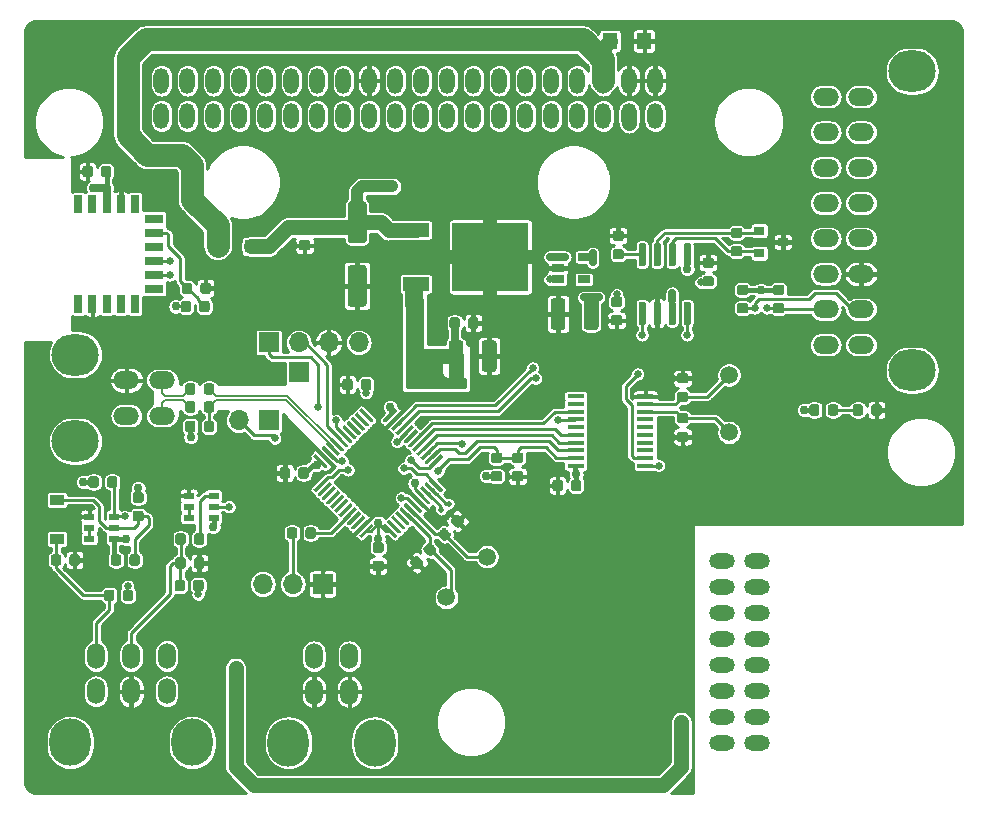
<source format=gtl>
G04 #@! TF.GenerationSoftware,KiCad,Pcbnew,(5.1.2)-2*
G04 #@! TF.CreationDate,2020-04-25T17:38:05-07:00*
G04 #@! TF.ProjectId,370Z_AC_Interface,3337305a-5f41-4435-9f49-6e7465726661,rev?*
G04 #@! TF.SameCoordinates,Original*
G04 #@! TF.FileFunction,Copper,L1,Top*
G04 #@! TF.FilePolarity,Positive*
%FSLAX46Y46*%
G04 Gerber Fmt 4.6, Leading zero omitted, Abs format (unit mm)*
G04 Created by KiCad (PCBNEW (5.1.2)-2) date 2020-04-25 17:38:05*
%MOMM*%
%LPD*%
G04 APERTURE LIST*
%ADD10C,0.100000*%
%ADD11C,0.875000*%
%ADD12O,1.700000X1.700000*%
%ADD13R,1.700000X1.700000*%
%ADD14R,6.400000X5.800000*%
%ADD15R,2.200000X1.200000*%
%ADD16O,4.000000X3.500000*%
%ADD17O,2.200000X1.500000*%
%ADD18R,1.450000X0.450000*%
%ADD19C,1.500000*%
%ADD20C,0.600000*%
%ADD21R,1.100000X1.100000*%
%ADD22R,0.900000X0.800000*%
%ADD23R,1.200000X0.900000*%
%ADD24C,1.250000*%
%ADD25C,1.600000*%
%ADD26R,1.060000X0.650000*%
%ADD27C,0.300000*%
%ADD28O,2.200000X1.300000*%
%ADD29O,1.300000X2.200000*%
%ADD30R,0.900000X0.600000*%
%ADD31O,1.500000X2.200000*%
%ADD32O,3.500000X4.000000*%
%ADD33R,0.700000X1.500000*%
%ADD34R,1.500000X0.700000*%
%ADD35R,1.300000X1.400000*%
%ADD36C,0.635000*%
%ADD37C,0.508000*%
%ADD38C,0.762000*%
%ADD39C,0.254000*%
%ADD40C,1.143000*%
%ADD41C,1.270000*%
%ADD42C,1.905000*%
%ADD43C,1.016000*%
%ADD44C,0.635000*%
%ADD45C,0.381000*%
%ADD46C,1.524000*%
%ADD47C,0.203200*%
%ADD48C,0.152400*%
G04 APERTURE END LIST*
D10*
G36*
X178522691Y-88680053D02*
G01*
X178543926Y-88683203D01*
X178564750Y-88688419D01*
X178584962Y-88695651D01*
X178604368Y-88704830D01*
X178622781Y-88715866D01*
X178640024Y-88728654D01*
X178655930Y-88743070D01*
X178670346Y-88758976D01*
X178683134Y-88776219D01*
X178694170Y-88794632D01*
X178703349Y-88814038D01*
X178710581Y-88834250D01*
X178715797Y-88855074D01*
X178718947Y-88876309D01*
X178720000Y-88897750D01*
X178720000Y-89410250D01*
X178718947Y-89431691D01*
X178715797Y-89452926D01*
X178710581Y-89473750D01*
X178703349Y-89493962D01*
X178694170Y-89513368D01*
X178683134Y-89531781D01*
X178670346Y-89549024D01*
X178655930Y-89564930D01*
X178640024Y-89579346D01*
X178622781Y-89592134D01*
X178604368Y-89603170D01*
X178584962Y-89612349D01*
X178564750Y-89619581D01*
X178543926Y-89624797D01*
X178522691Y-89627947D01*
X178501250Y-89629000D01*
X178063750Y-89629000D01*
X178042309Y-89627947D01*
X178021074Y-89624797D01*
X178000250Y-89619581D01*
X177980038Y-89612349D01*
X177960632Y-89603170D01*
X177942219Y-89592134D01*
X177924976Y-89579346D01*
X177909070Y-89564930D01*
X177894654Y-89549024D01*
X177881866Y-89531781D01*
X177870830Y-89513368D01*
X177861651Y-89493962D01*
X177854419Y-89473750D01*
X177849203Y-89452926D01*
X177846053Y-89431691D01*
X177845000Y-89410250D01*
X177845000Y-88897750D01*
X177846053Y-88876309D01*
X177849203Y-88855074D01*
X177854419Y-88834250D01*
X177861651Y-88814038D01*
X177870830Y-88794632D01*
X177881866Y-88776219D01*
X177894654Y-88758976D01*
X177909070Y-88743070D01*
X177924976Y-88728654D01*
X177942219Y-88715866D01*
X177960632Y-88704830D01*
X177980038Y-88695651D01*
X178000250Y-88688419D01*
X178021074Y-88683203D01*
X178042309Y-88680053D01*
X178063750Y-88679000D01*
X178501250Y-88679000D01*
X178522691Y-88680053D01*
X178522691Y-88680053D01*
G37*
D11*
X178282500Y-89154000D03*
D10*
G36*
X180097691Y-88680053D02*
G01*
X180118926Y-88683203D01*
X180139750Y-88688419D01*
X180159962Y-88695651D01*
X180179368Y-88704830D01*
X180197781Y-88715866D01*
X180215024Y-88728654D01*
X180230930Y-88743070D01*
X180245346Y-88758976D01*
X180258134Y-88776219D01*
X180269170Y-88794632D01*
X180278349Y-88814038D01*
X180285581Y-88834250D01*
X180290797Y-88855074D01*
X180293947Y-88876309D01*
X180295000Y-88897750D01*
X180295000Y-89410250D01*
X180293947Y-89431691D01*
X180290797Y-89452926D01*
X180285581Y-89473750D01*
X180278349Y-89493962D01*
X180269170Y-89513368D01*
X180258134Y-89531781D01*
X180245346Y-89549024D01*
X180230930Y-89564930D01*
X180215024Y-89579346D01*
X180197781Y-89592134D01*
X180179368Y-89603170D01*
X180159962Y-89612349D01*
X180139750Y-89619581D01*
X180118926Y-89624797D01*
X180097691Y-89627947D01*
X180076250Y-89629000D01*
X179638750Y-89629000D01*
X179617309Y-89627947D01*
X179596074Y-89624797D01*
X179575250Y-89619581D01*
X179555038Y-89612349D01*
X179535632Y-89603170D01*
X179517219Y-89592134D01*
X179499976Y-89579346D01*
X179484070Y-89564930D01*
X179469654Y-89549024D01*
X179456866Y-89531781D01*
X179445830Y-89513368D01*
X179436651Y-89493962D01*
X179429419Y-89473750D01*
X179424203Y-89452926D01*
X179421053Y-89431691D01*
X179420000Y-89410250D01*
X179420000Y-88897750D01*
X179421053Y-88876309D01*
X179424203Y-88855074D01*
X179429419Y-88834250D01*
X179436651Y-88814038D01*
X179445830Y-88794632D01*
X179456866Y-88776219D01*
X179469654Y-88758976D01*
X179484070Y-88743070D01*
X179499976Y-88728654D01*
X179517219Y-88715866D01*
X179535632Y-88704830D01*
X179555038Y-88695651D01*
X179575250Y-88688419D01*
X179596074Y-88683203D01*
X179617309Y-88680053D01*
X179638750Y-88679000D01*
X180076250Y-88679000D01*
X180097691Y-88680053D01*
X180097691Y-88680053D01*
G37*
D11*
X179857500Y-89154000D03*
D10*
G36*
X182205691Y-88680053D02*
G01*
X182226926Y-88683203D01*
X182247750Y-88688419D01*
X182267962Y-88695651D01*
X182287368Y-88704830D01*
X182305781Y-88715866D01*
X182323024Y-88728654D01*
X182338930Y-88743070D01*
X182353346Y-88758976D01*
X182366134Y-88776219D01*
X182377170Y-88794632D01*
X182386349Y-88814038D01*
X182393581Y-88834250D01*
X182398797Y-88855074D01*
X182401947Y-88876309D01*
X182403000Y-88897750D01*
X182403000Y-89410250D01*
X182401947Y-89431691D01*
X182398797Y-89452926D01*
X182393581Y-89473750D01*
X182386349Y-89493962D01*
X182377170Y-89513368D01*
X182366134Y-89531781D01*
X182353346Y-89549024D01*
X182338930Y-89564930D01*
X182323024Y-89579346D01*
X182305781Y-89592134D01*
X182287368Y-89603170D01*
X182267962Y-89612349D01*
X182247750Y-89619581D01*
X182226926Y-89624797D01*
X182205691Y-89627947D01*
X182184250Y-89629000D01*
X181746750Y-89629000D01*
X181725309Y-89627947D01*
X181704074Y-89624797D01*
X181683250Y-89619581D01*
X181663038Y-89612349D01*
X181643632Y-89603170D01*
X181625219Y-89592134D01*
X181607976Y-89579346D01*
X181592070Y-89564930D01*
X181577654Y-89549024D01*
X181564866Y-89531781D01*
X181553830Y-89513368D01*
X181544651Y-89493962D01*
X181537419Y-89473750D01*
X181532203Y-89452926D01*
X181529053Y-89431691D01*
X181528000Y-89410250D01*
X181528000Y-88897750D01*
X181529053Y-88876309D01*
X181532203Y-88855074D01*
X181537419Y-88834250D01*
X181544651Y-88814038D01*
X181553830Y-88794632D01*
X181564866Y-88776219D01*
X181577654Y-88758976D01*
X181592070Y-88743070D01*
X181607976Y-88728654D01*
X181625219Y-88715866D01*
X181643632Y-88704830D01*
X181663038Y-88695651D01*
X181683250Y-88688419D01*
X181704074Y-88683203D01*
X181725309Y-88680053D01*
X181746750Y-88679000D01*
X182184250Y-88679000D01*
X182205691Y-88680053D01*
X182205691Y-88680053D01*
G37*
D11*
X181965500Y-89154000D03*
D10*
G36*
X183780691Y-88680053D02*
G01*
X183801926Y-88683203D01*
X183822750Y-88688419D01*
X183842962Y-88695651D01*
X183862368Y-88704830D01*
X183880781Y-88715866D01*
X183898024Y-88728654D01*
X183913930Y-88743070D01*
X183928346Y-88758976D01*
X183941134Y-88776219D01*
X183952170Y-88794632D01*
X183961349Y-88814038D01*
X183968581Y-88834250D01*
X183973797Y-88855074D01*
X183976947Y-88876309D01*
X183978000Y-88897750D01*
X183978000Y-89410250D01*
X183976947Y-89431691D01*
X183973797Y-89452926D01*
X183968581Y-89473750D01*
X183961349Y-89493962D01*
X183952170Y-89513368D01*
X183941134Y-89531781D01*
X183928346Y-89549024D01*
X183913930Y-89564930D01*
X183898024Y-89579346D01*
X183880781Y-89592134D01*
X183862368Y-89603170D01*
X183842962Y-89612349D01*
X183822750Y-89619581D01*
X183801926Y-89624797D01*
X183780691Y-89627947D01*
X183759250Y-89629000D01*
X183321750Y-89629000D01*
X183300309Y-89627947D01*
X183279074Y-89624797D01*
X183258250Y-89619581D01*
X183238038Y-89612349D01*
X183218632Y-89603170D01*
X183200219Y-89592134D01*
X183182976Y-89579346D01*
X183167070Y-89564930D01*
X183152654Y-89549024D01*
X183139866Y-89531781D01*
X183128830Y-89513368D01*
X183119651Y-89493962D01*
X183112419Y-89473750D01*
X183107203Y-89452926D01*
X183104053Y-89431691D01*
X183103000Y-89410250D01*
X183103000Y-88897750D01*
X183104053Y-88876309D01*
X183107203Y-88855074D01*
X183112419Y-88834250D01*
X183119651Y-88814038D01*
X183128830Y-88794632D01*
X183139866Y-88776219D01*
X183152654Y-88758976D01*
X183167070Y-88743070D01*
X183182976Y-88728654D01*
X183200219Y-88715866D01*
X183218632Y-88704830D01*
X183238038Y-88695651D01*
X183258250Y-88688419D01*
X183279074Y-88683203D01*
X183300309Y-88680053D01*
X183321750Y-88679000D01*
X183759250Y-88679000D01*
X183780691Y-88680053D01*
X183780691Y-88680053D01*
G37*
D11*
X183540500Y-89154000D03*
D12*
X129540000Y-90043000D03*
D13*
X132080000Y-90043000D03*
D10*
G36*
X127265691Y-88426053D02*
G01*
X127286926Y-88429203D01*
X127307750Y-88434419D01*
X127327962Y-88441651D01*
X127347368Y-88450830D01*
X127365781Y-88461866D01*
X127383024Y-88474654D01*
X127398930Y-88489070D01*
X127413346Y-88504976D01*
X127426134Y-88522219D01*
X127437170Y-88540632D01*
X127446349Y-88560038D01*
X127453581Y-88580250D01*
X127458797Y-88601074D01*
X127461947Y-88622309D01*
X127463000Y-88643750D01*
X127463000Y-89156250D01*
X127461947Y-89177691D01*
X127458797Y-89198926D01*
X127453581Y-89219750D01*
X127446349Y-89239962D01*
X127437170Y-89259368D01*
X127426134Y-89277781D01*
X127413346Y-89295024D01*
X127398930Y-89310930D01*
X127383024Y-89325346D01*
X127365781Y-89338134D01*
X127347368Y-89349170D01*
X127327962Y-89358349D01*
X127307750Y-89365581D01*
X127286926Y-89370797D01*
X127265691Y-89373947D01*
X127244250Y-89375000D01*
X126806750Y-89375000D01*
X126785309Y-89373947D01*
X126764074Y-89370797D01*
X126743250Y-89365581D01*
X126723038Y-89358349D01*
X126703632Y-89349170D01*
X126685219Y-89338134D01*
X126667976Y-89325346D01*
X126652070Y-89310930D01*
X126637654Y-89295024D01*
X126624866Y-89277781D01*
X126613830Y-89259368D01*
X126604651Y-89239962D01*
X126597419Y-89219750D01*
X126592203Y-89198926D01*
X126589053Y-89177691D01*
X126588000Y-89156250D01*
X126588000Y-88643750D01*
X126589053Y-88622309D01*
X126592203Y-88601074D01*
X126597419Y-88580250D01*
X126604651Y-88560038D01*
X126613830Y-88540632D01*
X126624866Y-88522219D01*
X126637654Y-88504976D01*
X126652070Y-88489070D01*
X126667976Y-88474654D01*
X126685219Y-88461866D01*
X126703632Y-88450830D01*
X126723038Y-88441651D01*
X126743250Y-88434419D01*
X126764074Y-88429203D01*
X126785309Y-88426053D01*
X126806750Y-88425000D01*
X127244250Y-88425000D01*
X127265691Y-88426053D01*
X127265691Y-88426053D01*
G37*
D11*
X127025500Y-88900000D03*
D10*
G36*
X125690691Y-88426053D02*
G01*
X125711926Y-88429203D01*
X125732750Y-88434419D01*
X125752962Y-88441651D01*
X125772368Y-88450830D01*
X125790781Y-88461866D01*
X125808024Y-88474654D01*
X125823930Y-88489070D01*
X125838346Y-88504976D01*
X125851134Y-88522219D01*
X125862170Y-88540632D01*
X125871349Y-88560038D01*
X125878581Y-88580250D01*
X125883797Y-88601074D01*
X125886947Y-88622309D01*
X125888000Y-88643750D01*
X125888000Y-89156250D01*
X125886947Y-89177691D01*
X125883797Y-89198926D01*
X125878581Y-89219750D01*
X125871349Y-89239962D01*
X125862170Y-89259368D01*
X125851134Y-89277781D01*
X125838346Y-89295024D01*
X125823930Y-89310930D01*
X125808024Y-89325346D01*
X125790781Y-89338134D01*
X125772368Y-89349170D01*
X125752962Y-89358349D01*
X125732750Y-89365581D01*
X125711926Y-89370797D01*
X125690691Y-89373947D01*
X125669250Y-89375000D01*
X125231750Y-89375000D01*
X125210309Y-89373947D01*
X125189074Y-89370797D01*
X125168250Y-89365581D01*
X125148038Y-89358349D01*
X125128632Y-89349170D01*
X125110219Y-89338134D01*
X125092976Y-89325346D01*
X125077070Y-89310930D01*
X125062654Y-89295024D01*
X125049866Y-89277781D01*
X125038830Y-89259368D01*
X125029651Y-89239962D01*
X125022419Y-89219750D01*
X125017203Y-89198926D01*
X125014053Y-89177691D01*
X125013000Y-89156250D01*
X125013000Y-88643750D01*
X125014053Y-88622309D01*
X125017203Y-88601074D01*
X125022419Y-88580250D01*
X125029651Y-88560038D01*
X125038830Y-88540632D01*
X125049866Y-88522219D01*
X125062654Y-88504976D01*
X125077070Y-88489070D01*
X125092976Y-88474654D01*
X125110219Y-88461866D01*
X125128632Y-88450830D01*
X125148038Y-88441651D01*
X125168250Y-88434419D01*
X125189074Y-88429203D01*
X125210309Y-88426053D01*
X125231750Y-88425000D01*
X125669250Y-88425000D01*
X125690691Y-88426053D01*
X125690691Y-88426053D01*
G37*
D11*
X125450500Y-88900000D03*
D10*
G36*
X127265691Y-86902053D02*
G01*
X127286926Y-86905203D01*
X127307750Y-86910419D01*
X127327962Y-86917651D01*
X127347368Y-86926830D01*
X127365781Y-86937866D01*
X127383024Y-86950654D01*
X127398930Y-86965070D01*
X127413346Y-86980976D01*
X127426134Y-86998219D01*
X127437170Y-87016632D01*
X127446349Y-87036038D01*
X127453581Y-87056250D01*
X127458797Y-87077074D01*
X127461947Y-87098309D01*
X127463000Y-87119750D01*
X127463000Y-87632250D01*
X127461947Y-87653691D01*
X127458797Y-87674926D01*
X127453581Y-87695750D01*
X127446349Y-87715962D01*
X127437170Y-87735368D01*
X127426134Y-87753781D01*
X127413346Y-87771024D01*
X127398930Y-87786930D01*
X127383024Y-87801346D01*
X127365781Y-87814134D01*
X127347368Y-87825170D01*
X127327962Y-87834349D01*
X127307750Y-87841581D01*
X127286926Y-87846797D01*
X127265691Y-87849947D01*
X127244250Y-87851000D01*
X126806750Y-87851000D01*
X126785309Y-87849947D01*
X126764074Y-87846797D01*
X126743250Y-87841581D01*
X126723038Y-87834349D01*
X126703632Y-87825170D01*
X126685219Y-87814134D01*
X126667976Y-87801346D01*
X126652070Y-87786930D01*
X126637654Y-87771024D01*
X126624866Y-87753781D01*
X126613830Y-87735368D01*
X126604651Y-87715962D01*
X126597419Y-87695750D01*
X126592203Y-87674926D01*
X126589053Y-87653691D01*
X126588000Y-87632250D01*
X126588000Y-87119750D01*
X126589053Y-87098309D01*
X126592203Y-87077074D01*
X126597419Y-87056250D01*
X126604651Y-87036038D01*
X126613830Y-87016632D01*
X126624866Y-86998219D01*
X126637654Y-86980976D01*
X126652070Y-86965070D01*
X126667976Y-86950654D01*
X126685219Y-86937866D01*
X126703632Y-86926830D01*
X126723038Y-86917651D01*
X126743250Y-86910419D01*
X126764074Y-86905203D01*
X126785309Y-86902053D01*
X126806750Y-86901000D01*
X127244250Y-86901000D01*
X127265691Y-86902053D01*
X127265691Y-86902053D01*
G37*
D11*
X127025500Y-87376000D03*
D10*
G36*
X125690691Y-86902053D02*
G01*
X125711926Y-86905203D01*
X125732750Y-86910419D01*
X125752962Y-86917651D01*
X125772368Y-86926830D01*
X125790781Y-86937866D01*
X125808024Y-86950654D01*
X125823930Y-86965070D01*
X125838346Y-86980976D01*
X125851134Y-86998219D01*
X125862170Y-87016632D01*
X125871349Y-87036038D01*
X125878581Y-87056250D01*
X125883797Y-87077074D01*
X125886947Y-87098309D01*
X125888000Y-87119750D01*
X125888000Y-87632250D01*
X125886947Y-87653691D01*
X125883797Y-87674926D01*
X125878581Y-87695750D01*
X125871349Y-87715962D01*
X125862170Y-87735368D01*
X125851134Y-87753781D01*
X125838346Y-87771024D01*
X125823930Y-87786930D01*
X125808024Y-87801346D01*
X125790781Y-87814134D01*
X125772368Y-87825170D01*
X125752962Y-87834349D01*
X125732750Y-87841581D01*
X125711926Y-87846797D01*
X125690691Y-87849947D01*
X125669250Y-87851000D01*
X125231750Y-87851000D01*
X125210309Y-87849947D01*
X125189074Y-87846797D01*
X125168250Y-87841581D01*
X125148038Y-87834349D01*
X125128632Y-87825170D01*
X125110219Y-87814134D01*
X125092976Y-87801346D01*
X125077070Y-87786930D01*
X125062654Y-87771024D01*
X125049866Y-87753781D01*
X125038830Y-87735368D01*
X125029651Y-87715962D01*
X125022419Y-87695750D01*
X125017203Y-87674926D01*
X125014053Y-87653691D01*
X125013000Y-87632250D01*
X125013000Y-87119750D01*
X125014053Y-87098309D01*
X125017203Y-87077074D01*
X125022419Y-87056250D01*
X125029651Y-87036038D01*
X125038830Y-87016632D01*
X125049866Y-86998219D01*
X125062654Y-86980976D01*
X125077070Y-86965070D01*
X125092976Y-86950654D01*
X125110219Y-86937866D01*
X125128632Y-86926830D01*
X125148038Y-86917651D01*
X125168250Y-86910419D01*
X125189074Y-86905203D01*
X125210309Y-86902053D01*
X125231750Y-86901000D01*
X125669250Y-86901000D01*
X125690691Y-86902053D01*
X125690691Y-86902053D01*
G37*
D11*
X125450500Y-87376000D03*
D10*
G36*
X125690691Y-90077053D02*
G01*
X125711926Y-90080203D01*
X125732750Y-90085419D01*
X125752962Y-90092651D01*
X125772368Y-90101830D01*
X125790781Y-90112866D01*
X125808024Y-90125654D01*
X125823930Y-90140070D01*
X125838346Y-90155976D01*
X125851134Y-90173219D01*
X125862170Y-90191632D01*
X125871349Y-90211038D01*
X125878581Y-90231250D01*
X125883797Y-90252074D01*
X125886947Y-90273309D01*
X125888000Y-90294750D01*
X125888000Y-90807250D01*
X125886947Y-90828691D01*
X125883797Y-90849926D01*
X125878581Y-90870750D01*
X125871349Y-90890962D01*
X125862170Y-90910368D01*
X125851134Y-90928781D01*
X125838346Y-90946024D01*
X125823930Y-90961930D01*
X125808024Y-90976346D01*
X125790781Y-90989134D01*
X125772368Y-91000170D01*
X125752962Y-91009349D01*
X125732750Y-91016581D01*
X125711926Y-91021797D01*
X125690691Y-91024947D01*
X125669250Y-91026000D01*
X125231750Y-91026000D01*
X125210309Y-91024947D01*
X125189074Y-91021797D01*
X125168250Y-91016581D01*
X125148038Y-91009349D01*
X125128632Y-91000170D01*
X125110219Y-90989134D01*
X125092976Y-90976346D01*
X125077070Y-90961930D01*
X125062654Y-90946024D01*
X125049866Y-90928781D01*
X125038830Y-90910368D01*
X125029651Y-90890962D01*
X125022419Y-90870750D01*
X125017203Y-90849926D01*
X125014053Y-90828691D01*
X125013000Y-90807250D01*
X125013000Y-90294750D01*
X125014053Y-90273309D01*
X125017203Y-90252074D01*
X125022419Y-90231250D01*
X125029651Y-90211038D01*
X125038830Y-90191632D01*
X125049866Y-90173219D01*
X125062654Y-90155976D01*
X125077070Y-90140070D01*
X125092976Y-90125654D01*
X125110219Y-90112866D01*
X125128632Y-90101830D01*
X125148038Y-90092651D01*
X125168250Y-90085419D01*
X125189074Y-90080203D01*
X125210309Y-90077053D01*
X125231750Y-90076000D01*
X125669250Y-90076000D01*
X125690691Y-90077053D01*
X125690691Y-90077053D01*
G37*
D11*
X125450500Y-90551000D03*
D10*
G36*
X127265691Y-90077053D02*
G01*
X127286926Y-90080203D01*
X127307750Y-90085419D01*
X127327962Y-90092651D01*
X127347368Y-90101830D01*
X127365781Y-90112866D01*
X127383024Y-90125654D01*
X127398930Y-90140070D01*
X127413346Y-90155976D01*
X127426134Y-90173219D01*
X127437170Y-90191632D01*
X127446349Y-90211038D01*
X127453581Y-90231250D01*
X127458797Y-90252074D01*
X127461947Y-90273309D01*
X127463000Y-90294750D01*
X127463000Y-90807250D01*
X127461947Y-90828691D01*
X127458797Y-90849926D01*
X127453581Y-90870750D01*
X127446349Y-90890962D01*
X127437170Y-90910368D01*
X127426134Y-90928781D01*
X127413346Y-90946024D01*
X127398930Y-90961930D01*
X127383024Y-90976346D01*
X127365781Y-90989134D01*
X127347368Y-91000170D01*
X127327962Y-91009349D01*
X127307750Y-91016581D01*
X127286926Y-91021797D01*
X127265691Y-91024947D01*
X127244250Y-91026000D01*
X126806750Y-91026000D01*
X126785309Y-91024947D01*
X126764074Y-91021797D01*
X126743250Y-91016581D01*
X126723038Y-91009349D01*
X126703632Y-91000170D01*
X126685219Y-90989134D01*
X126667976Y-90976346D01*
X126652070Y-90961930D01*
X126637654Y-90946024D01*
X126624866Y-90928781D01*
X126613830Y-90910368D01*
X126604651Y-90890962D01*
X126597419Y-90870750D01*
X126592203Y-90849926D01*
X126589053Y-90828691D01*
X126588000Y-90807250D01*
X126588000Y-90294750D01*
X126589053Y-90273309D01*
X126592203Y-90252074D01*
X126597419Y-90231250D01*
X126604651Y-90211038D01*
X126613830Y-90191632D01*
X126624866Y-90173219D01*
X126637654Y-90155976D01*
X126652070Y-90140070D01*
X126667976Y-90125654D01*
X126685219Y-90112866D01*
X126703632Y-90101830D01*
X126723038Y-90092651D01*
X126743250Y-90085419D01*
X126764074Y-90080203D01*
X126785309Y-90077053D01*
X126806750Y-90076000D01*
X127244250Y-90076000D01*
X127265691Y-90077053D01*
X127265691Y-90077053D01*
G37*
D11*
X127025500Y-90551000D03*
D10*
G36*
X116991191Y-68487053D02*
G01*
X117012426Y-68490203D01*
X117033250Y-68495419D01*
X117053462Y-68502651D01*
X117072868Y-68511830D01*
X117091281Y-68522866D01*
X117108524Y-68535654D01*
X117124430Y-68550070D01*
X117138846Y-68565976D01*
X117151634Y-68583219D01*
X117162670Y-68601632D01*
X117171849Y-68621038D01*
X117179081Y-68641250D01*
X117184297Y-68662074D01*
X117187447Y-68683309D01*
X117188500Y-68704750D01*
X117188500Y-69217250D01*
X117187447Y-69238691D01*
X117184297Y-69259926D01*
X117179081Y-69280750D01*
X117171849Y-69300962D01*
X117162670Y-69320368D01*
X117151634Y-69338781D01*
X117138846Y-69356024D01*
X117124430Y-69371930D01*
X117108524Y-69386346D01*
X117091281Y-69399134D01*
X117072868Y-69410170D01*
X117053462Y-69419349D01*
X117033250Y-69426581D01*
X117012426Y-69431797D01*
X116991191Y-69434947D01*
X116969750Y-69436000D01*
X116532250Y-69436000D01*
X116510809Y-69434947D01*
X116489574Y-69431797D01*
X116468750Y-69426581D01*
X116448538Y-69419349D01*
X116429132Y-69410170D01*
X116410719Y-69399134D01*
X116393476Y-69386346D01*
X116377570Y-69371930D01*
X116363154Y-69356024D01*
X116350366Y-69338781D01*
X116339330Y-69320368D01*
X116330151Y-69300962D01*
X116322919Y-69280750D01*
X116317703Y-69259926D01*
X116314553Y-69238691D01*
X116313500Y-69217250D01*
X116313500Y-68704750D01*
X116314553Y-68683309D01*
X116317703Y-68662074D01*
X116322919Y-68641250D01*
X116330151Y-68621038D01*
X116339330Y-68601632D01*
X116350366Y-68583219D01*
X116363154Y-68565976D01*
X116377570Y-68550070D01*
X116393476Y-68535654D01*
X116410719Y-68522866D01*
X116429132Y-68511830D01*
X116448538Y-68502651D01*
X116468750Y-68495419D01*
X116489574Y-68490203D01*
X116510809Y-68487053D01*
X116532250Y-68486000D01*
X116969750Y-68486000D01*
X116991191Y-68487053D01*
X116991191Y-68487053D01*
G37*
D11*
X116751000Y-68961000D03*
D10*
G36*
X118566191Y-68487053D02*
G01*
X118587426Y-68490203D01*
X118608250Y-68495419D01*
X118628462Y-68502651D01*
X118647868Y-68511830D01*
X118666281Y-68522866D01*
X118683524Y-68535654D01*
X118699430Y-68550070D01*
X118713846Y-68565976D01*
X118726634Y-68583219D01*
X118737670Y-68601632D01*
X118746849Y-68621038D01*
X118754081Y-68641250D01*
X118759297Y-68662074D01*
X118762447Y-68683309D01*
X118763500Y-68704750D01*
X118763500Y-69217250D01*
X118762447Y-69238691D01*
X118759297Y-69259926D01*
X118754081Y-69280750D01*
X118746849Y-69300962D01*
X118737670Y-69320368D01*
X118726634Y-69338781D01*
X118713846Y-69356024D01*
X118699430Y-69371930D01*
X118683524Y-69386346D01*
X118666281Y-69399134D01*
X118647868Y-69410170D01*
X118628462Y-69419349D01*
X118608250Y-69426581D01*
X118587426Y-69431797D01*
X118566191Y-69434947D01*
X118544750Y-69436000D01*
X118107250Y-69436000D01*
X118085809Y-69434947D01*
X118064574Y-69431797D01*
X118043750Y-69426581D01*
X118023538Y-69419349D01*
X118004132Y-69410170D01*
X117985719Y-69399134D01*
X117968476Y-69386346D01*
X117952570Y-69371930D01*
X117938154Y-69356024D01*
X117925366Y-69338781D01*
X117914330Y-69320368D01*
X117905151Y-69300962D01*
X117897919Y-69280750D01*
X117892703Y-69259926D01*
X117889553Y-69238691D01*
X117888500Y-69217250D01*
X117888500Y-68704750D01*
X117889553Y-68683309D01*
X117892703Y-68662074D01*
X117897919Y-68641250D01*
X117905151Y-68621038D01*
X117914330Y-68601632D01*
X117925366Y-68583219D01*
X117938154Y-68565976D01*
X117952570Y-68550070D01*
X117968476Y-68535654D01*
X117985719Y-68522866D01*
X118004132Y-68511830D01*
X118023538Y-68502651D01*
X118043750Y-68495419D01*
X118064574Y-68490203D01*
X118085809Y-68487053D01*
X118107250Y-68486000D01*
X118544750Y-68486000D01*
X118566191Y-68487053D01*
X118566191Y-68487053D01*
G37*
D11*
X118326000Y-68961000D03*
D13*
X134620000Y-85979000D03*
D14*
X150852000Y-76199000D03*
D15*
X144552000Y-78479000D03*
X144552000Y-76199000D03*
X144552000Y-73919000D03*
D16*
X115719000Y-91798000D03*
X115719000Y-84478000D03*
D17*
X120039000Y-89638000D03*
X120039000Y-86638000D03*
X123039000Y-86638000D03*
X123039000Y-89638000D03*
D18*
X158086000Y-93857000D03*
X158086000Y-93207000D03*
X158086000Y-92557000D03*
X158086000Y-91907000D03*
X158086000Y-91257000D03*
X158086000Y-90607000D03*
X158086000Y-89957000D03*
X158086000Y-89307000D03*
X158086000Y-88657000D03*
X158086000Y-88007000D03*
X163986000Y-88007000D03*
X163986000Y-88657000D03*
X163986000Y-89307000D03*
X163986000Y-89957000D03*
X163986000Y-90607000D03*
X163986000Y-91257000D03*
X163986000Y-91907000D03*
X163986000Y-92557000D03*
X163986000Y-93207000D03*
X163986000Y-93857000D03*
D19*
X171069000Y-91059000D03*
X171069000Y-86179000D03*
X150580181Y-101578319D03*
X147129500Y-105029000D03*
D10*
G36*
X163867703Y-75036722D02*
G01*
X163882264Y-75038882D01*
X163896543Y-75042459D01*
X163910403Y-75047418D01*
X163923710Y-75053712D01*
X163936336Y-75061280D01*
X163948159Y-75070048D01*
X163959066Y-75079934D01*
X163968952Y-75090841D01*
X163977720Y-75102664D01*
X163985288Y-75115290D01*
X163991582Y-75128597D01*
X163996541Y-75142457D01*
X164000118Y-75156736D01*
X164002278Y-75171297D01*
X164003000Y-75186000D01*
X164003000Y-76836000D01*
X164002278Y-76850703D01*
X164000118Y-76865264D01*
X163996541Y-76879543D01*
X163991582Y-76893403D01*
X163985288Y-76906710D01*
X163977720Y-76919336D01*
X163968952Y-76931159D01*
X163959066Y-76942066D01*
X163948159Y-76951952D01*
X163936336Y-76960720D01*
X163923710Y-76968288D01*
X163910403Y-76974582D01*
X163896543Y-76979541D01*
X163882264Y-76983118D01*
X163867703Y-76985278D01*
X163853000Y-76986000D01*
X163553000Y-76986000D01*
X163538297Y-76985278D01*
X163523736Y-76983118D01*
X163509457Y-76979541D01*
X163495597Y-76974582D01*
X163482290Y-76968288D01*
X163469664Y-76960720D01*
X163457841Y-76951952D01*
X163446934Y-76942066D01*
X163437048Y-76931159D01*
X163428280Y-76919336D01*
X163420712Y-76906710D01*
X163414418Y-76893403D01*
X163409459Y-76879543D01*
X163405882Y-76865264D01*
X163403722Y-76850703D01*
X163403000Y-76836000D01*
X163403000Y-75186000D01*
X163403722Y-75171297D01*
X163405882Y-75156736D01*
X163409459Y-75142457D01*
X163414418Y-75128597D01*
X163420712Y-75115290D01*
X163428280Y-75102664D01*
X163437048Y-75090841D01*
X163446934Y-75079934D01*
X163457841Y-75070048D01*
X163469664Y-75061280D01*
X163482290Y-75053712D01*
X163495597Y-75047418D01*
X163509457Y-75042459D01*
X163523736Y-75038882D01*
X163538297Y-75036722D01*
X163553000Y-75036000D01*
X163853000Y-75036000D01*
X163867703Y-75036722D01*
X163867703Y-75036722D01*
G37*
D20*
X163703000Y-76011000D03*
D10*
G36*
X165137703Y-75036722D02*
G01*
X165152264Y-75038882D01*
X165166543Y-75042459D01*
X165180403Y-75047418D01*
X165193710Y-75053712D01*
X165206336Y-75061280D01*
X165218159Y-75070048D01*
X165229066Y-75079934D01*
X165238952Y-75090841D01*
X165247720Y-75102664D01*
X165255288Y-75115290D01*
X165261582Y-75128597D01*
X165266541Y-75142457D01*
X165270118Y-75156736D01*
X165272278Y-75171297D01*
X165273000Y-75186000D01*
X165273000Y-76836000D01*
X165272278Y-76850703D01*
X165270118Y-76865264D01*
X165266541Y-76879543D01*
X165261582Y-76893403D01*
X165255288Y-76906710D01*
X165247720Y-76919336D01*
X165238952Y-76931159D01*
X165229066Y-76942066D01*
X165218159Y-76951952D01*
X165206336Y-76960720D01*
X165193710Y-76968288D01*
X165180403Y-76974582D01*
X165166543Y-76979541D01*
X165152264Y-76983118D01*
X165137703Y-76985278D01*
X165123000Y-76986000D01*
X164823000Y-76986000D01*
X164808297Y-76985278D01*
X164793736Y-76983118D01*
X164779457Y-76979541D01*
X164765597Y-76974582D01*
X164752290Y-76968288D01*
X164739664Y-76960720D01*
X164727841Y-76951952D01*
X164716934Y-76942066D01*
X164707048Y-76931159D01*
X164698280Y-76919336D01*
X164690712Y-76906710D01*
X164684418Y-76893403D01*
X164679459Y-76879543D01*
X164675882Y-76865264D01*
X164673722Y-76850703D01*
X164673000Y-76836000D01*
X164673000Y-75186000D01*
X164673722Y-75171297D01*
X164675882Y-75156736D01*
X164679459Y-75142457D01*
X164684418Y-75128597D01*
X164690712Y-75115290D01*
X164698280Y-75102664D01*
X164707048Y-75090841D01*
X164716934Y-75079934D01*
X164727841Y-75070048D01*
X164739664Y-75061280D01*
X164752290Y-75053712D01*
X164765597Y-75047418D01*
X164779457Y-75042459D01*
X164793736Y-75038882D01*
X164808297Y-75036722D01*
X164823000Y-75036000D01*
X165123000Y-75036000D01*
X165137703Y-75036722D01*
X165137703Y-75036722D01*
G37*
D20*
X164973000Y-76011000D03*
D10*
G36*
X166407703Y-75036722D02*
G01*
X166422264Y-75038882D01*
X166436543Y-75042459D01*
X166450403Y-75047418D01*
X166463710Y-75053712D01*
X166476336Y-75061280D01*
X166488159Y-75070048D01*
X166499066Y-75079934D01*
X166508952Y-75090841D01*
X166517720Y-75102664D01*
X166525288Y-75115290D01*
X166531582Y-75128597D01*
X166536541Y-75142457D01*
X166540118Y-75156736D01*
X166542278Y-75171297D01*
X166543000Y-75186000D01*
X166543000Y-76836000D01*
X166542278Y-76850703D01*
X166540118Y-76865264D01*
X166536541Y-76879543D01*
X166531582Y-76893403D01*
X166525288Y-76906710D01*
X166517720Y-76919336D01*
X166508952Y-76931159D01*
X166499066Y-76942066D01*
X166488159Y-76951952D01*
X166476336Y-76960720D01*
X166463710Y-76968288D01*
X166450403Y-76974582D01*
X166436543Y-76979541D01*
X166422264Y-76983118D01*
X166407703Y-76985278D01*
X166393000Y-76986000D01*
X166093000Y-76986000D01*
X166078297Y-76985278D01*
X166063736Y-76983118D01*
X166049457Y-76979541D01*
X166035597Y-76974582D01*
X166022290Y-76968288D01*
X166009664Y-76960720D01*
X165997841Y-76951952D01*
X165986934Y-76942066D01*
X165977048Y-76931159D01*
X165968280Y-76919336D01*
X165960712Y-76906710D01*
X165954418Y-76893403D01*
X165949459Y-76879543D01*
X165945882Y-76865264D01*
X165943722Y-76850703D01*
X165943000Y-76836000D01*
X165943000Y-75186000D01*
X165943722Y-75171297D01*
X165945882Y-75156736D01*
X165949459Y-75142457D01*
X165954418Y-75128597D01*
X165960712Y-75115290D01*
X165968280Y-75102664D01*
X165977048Y-75090841D01*
X165986934Y-75079934D01*
X165997841Y-75070048D01*
X166009664Y-75061280D01*
X166022290Y-75053712D01*
X166035597Y-75047418D01*
X166049457Y-75042459D01*
X166063736Y-75038882D01*
X166078297Y-75036722D01*
X166093000Y-75036000D01*
X166393000Y-75036000D01*
X166407703Y-75036722D01*
X166407703Y-75036722D01*
G37*
D20*
X166243000Y-76011000D03*
D10*
G36*
X167677703Y-75036722D02*
G01*
X167692264Y-75038882D01*
X167706543Y-75042459D01*
X167720403Y-75047418D01*
X167733710Y-75053712D01*
X167746336Y-75061280D01*
X167758159Y-75070048D01*
X167769066Y-75079934D01*
X167778952Y-75090841D01*
X167787720Y-75102664D01*
X167795288Y-75115290D01*
X167801582Y-75128597D01*
X167806541Y-75142457D01*
X167810118Y-75156736D01*
X167812278Y-75171297D01*
X167813000Y-75186000D01*
X167813000Y-76836000D01*
X167812278Y-76850703D01*
X167810118Y-76865264D01*
X167806541Y-76879543D01*
X167801582Y-76893403D01*
X167795288Y-76906710D01*
X167787720Y-76919336D01*
X167778952Y-76931159D01*
X167769066Y-76942066D01*
X167758159Y-76951952D01*
X167746336Y-76960720D01*
X167733710Y-76968288D01*
X167720403Y-76974582D01*
X167706543Y-76979541D01*
X167692264Y-76983118D01*
X167677703Y-76985278D01*
X167663000Y-76986000D01*
X167363000Y-76986000D01*
X167348297Y-76985278D01*
X167333736Y-76983118D01*
X167319457Y-76979541D01*
X167305597Y-76974582D01*
X167292290Y-76968288D01*
X167279664Y-76960720D01*
X167267841Y-76951952D01*
X167256934Y-76942066D01*
X167247048Y-76931159D01*
X167238280Y-76919336D01*
X167230712Y-76906710D01*
X167224418Y-76893403D01*
X167219459Y-76879543D01*
X167215882Y-76865264D01*
X167213722Y-76850703D01*
X167213000Y-76836000D01*
X167213000Y-75186000D01*
X167213722Y-75171297D01*
X167215882Y-75156736D01*
X167219459Y-75142457D01*
X167224418Y-75128597D01*
X167230712Y-75115290D01*
X167238280Y-75102664D01*
X167247048Y-75090841D01*
X167256934Y-75079934D01*
X167267841Y-75070048D01*
X167279664Y-75061280D01*
X167292290Y-75053712D01*
X167305597Y-75047418D01*
X167319457Y-75042459D01*
X167333736Y-75038882D01*
X167348297Y-75036722D01*
X167363000Y-75036000D01*
X167663000Y-75036000D01*
X167677703Y-75036722D01*
X167677703Y-75036722D01*
G37*
D20*
X167513000Y-76011000D03*
D10*
G36*
X167677703Y-79986722D02*
G01*
X167692264Y-79988882D01*
X167706543Y-79992459D01*
X167720403Y-79997418D01*
X167733710Y-80003712D01*
X167746336Y-80011280D01*
X167758159Y-80020048D01*
X167769066Y-80029934D01*
X167778952Y-80040841D01*
X167787720Y-80052664D01*
X167795288Y-80065290D01*
X167801582Y-80078597D01*
X167806541Y-80092457D01*
X167810118Y-80106736D01*
X167812278Y-80121297D01*
X167813000Y-80136000D01*
X167813000Y-81786000D01*
X167812278Y-81800703D01*
X167810118Y-81815264D01*
X167806541Y-81829543D01*
X167801582Y-81843403D01*
X167795288Y-81856710D01*
X167787720Y-81869336D01*
X167778952Y-81881159D01*
X167769066Y-81892066D01*
X167758159Y-81901952D01*
X167746336Y-81910720D01*
X167733710Y-81918288D01*
X167720403Y-81924582D01*
X167706543Y-81929541D01*
X167692264Y-81933118D01*
X167677703Y-81935278D01*
X167663000Y-81936000D01*
X167363000Y-81936000D01*
X167348297Y-81935278D01*
X167333736Y-81933118D01*
X167319457Y-81929541D01*
X167305597Y-81924582D01*
X167292290Y-81918288D01*
X167279664Y-81910720D01*
X167267841Y-81901952D01*
X167256934Y-81892066D01*
X167247048Y-81881159D01*
X167238280Y-81869336D01*
X167230712Y-81856710D01*
X167224418Y-81843403D01*
X167219459Y-81829543D01*
X167215882Y-81815264D01*
X167213722Y-81800703D01*
X167213000Y-81786000D01*
X167213000Y-80136000D01*
X167213722Y-80121297D01*
X167215882Y-80106736D01*
X167219459Y-80092457D01*
X167224418Y-80078597D01*
X167230712Y-80065290D01*
X167238280Y-80052664D01*
X167247048Y-80040841D01*
X167256934Y-80029934D01*
X167267841Y-80020048D01*
X167279664Y-80011280D01*
X167292290Y-80003712D01*
X167305597Y-79997418D01*
X167319457Y-79992459D01*
X167333736Y-79988882D01*
X167348297Y-79986722D01*
X167363000Y-79986000D01*
X167663000Y-79986000D01*
X167677703Y-79986722D01*
X167677703Y-79986722D01*
G37*
D20*
X167513000Y-80961000D03*
D10*
G36*
X166407703Y-79986722D02*
G01*
X166422264Y-79988882D01*
X166436543Y-79992459D01*
X166450403Y-79997418D01*
X166463710Y-80003712D01*
X166476336Y-80011280D01*
X166488159Y-80020048D01*
X166499066Y-80029934D01*
X166508952Y-80040841D01*
X166517720Y-80052664D01*
X166525288Y-80065290D01*
X166531582Y-80078597D01*
X166536541Y-80092457D01*
X166540118Y-80106736D01*
X166542278Y-80121297D01*
X166543000Y-80136000D01*
X166543000Y-81786000D01*
X166542278Y-81800703D01*
X166540118Y-81815264D01*
X166536541Y-81829543D01*
X166531582Y-81843403D01*
X166525288Y-81856710D01*
X166517720Y-81869336D01*
X166508952Y-81881159D01*
X166499066Y-81892066D01*
X166488159Y-81901952D01*
X166476336Y-81910720D01*
X166463710Y-81918288D01*
X166450403Y-81924582D01*
X166436543Y-81929541D01*
X166422264Y-81933118D01*
X166407703Y-81935278D01*
X166393000Y-81936000D01*
X166093000Y-81936000D01*
X166078297Y-81935278D01*
X166063736Y-81933118D01*
X166049457Y-81929541D01*
X166035597Y-81924582D01*
X166022290Y-81918288D01*
X166009664Y-81910720D01*
X165997841Y-81901952D01*
X165986934Y-81892066D01*
X165977048Y-81881159D01*
X165968280Y-81869336D01*
X165960712Y-81856710D01*
X165954418Y-81843403D01*
X165949459Y-81829543D01*
X165945882Y-81815264D01*
X165943722Y-81800703D01*
X165943000Y-81786000D01*
X165943000Y-80136000D01*
X165943722Y-80121297D01*
X165945882Y-80106736D01*
X165949459Y-80092457D01*
X165954418Y-80078597D01*
X165960712Y-80065290D01*
X165968280Y-80052664D01*
X165977048Y-80040841D01*
X165986934Y-80029934D01*
X165997841Y-80020048D01*
X166009664Y-80011280D01*
X166022290Y-80003712D01*
X166035597Y-79997418D01*
X166049457Y-79992459D01*
X166063736Y-79988882D01*
X166078297Y-79986722D01*
X166093000Y-79986000D01*
X166393000Y-79986000D01*
X166407703Y-79986722D01*
X166407703Y-79986722D01*
G37*
D20*
X166243000Y-80961000D03*
D10*
G36*
X165137703Y-79986722D02*
G01*
X165152264Y-79988882D01*
X165166543Y-79992459D01*
X165180403Y-79997418D01*
X165193710Y-80003712D01*
X165206336Y-80011280D01*
X165218159Y-80020048D01*
X165229066Y-80029934D01*
X165238952Y-80040841D01*
X165247720Y-80052664D01*
X165255288Y-80065290D01*
X165261582Y-80078597D01*
X165266541Y-80092457D01*
X165270118Y-80106736D01*
X165272278Y-80121297D01*
X165273000Y-80136000D01*
X165273000Y-81786000D01*
X165272278Y-81800703D01*
X165270118Y-81815264D01*
X165266541Y-81829543D01*
X165261582Y-81843403D01*
X165255288Y-81856710D01*
X165247720Y-81869336D01*
X165238952Y-81881159D01*
X165229066Y-81892066D01*
X165218159Y-81901952D01*
X165206336Y-81910720D01*
X165193710Y-81918288D01*
X165180403Y-81924582D01*
X165166543Y-81929541D01*
X165152264Y-81933118D01*
X165137703Y-81935278D01*
X165123000Y-81936000D01*
X164823000Y-81936000D01*
X164808297Y-81935278D01*
X164793736Y-81933118D01*
X164779457Y-81929541D01*
X164765597Y-81924582D01*
X164752290Y-81918288D01*
X164739664Y-81910720D01*
X164727841Y-81901952D01*
X164716934Y-81892066D01*
X164707048Y-81881159D01*
X164698280Y-81869336D01*
X164690712Y-81856710D01*
X164684418Y-81843403D01*
X164679459Y-81829543D01*
X164675882Y-81815264D01*
X164673722Y-81800703D01*
X164673000Y-81786000D01*
X164673000Y-80136000D01*
X164673722Y-80121297D01*
X164675882Y-80106736D01*
X164679459Y-80092457D01*
X164684418Y-80078597D01*
X164690712Y-80065290D01*
X164698280Y-80052664D01*
X164707048Y-80040841D01*
X164716934Y-80029934D01*
X164727841Y-80020048D01*
X164739664Y-80011280D01*
X164752290Y-80003712D01*
X164765597Y-79997418D01*
X164779457Y-79992459D01*
X164793736Y-79988882D01*
X164808297Y-79986722D01*
X164823000Y-79986000D01*
X165123000Y-79986000D01*
X165137703Y-79986722D01*
X165137703Y-79986722D01*
G37*
D20*
X164973000Y-80961000D03*
D10*
G36*
X163867703Y-79986722D02*
G01*
X163882264Y-79988882D01*
X163896543Y-79992459D01*
X163910403Y-79997418D01*
X163923710Y-80003712D01*
X163936336Y-80011280D01*
X163948159Y-80020048D01*
X163959066Y-80029934D01*
X163968952Y-80040841D01*
X163977720Y-80052664D01*
X163985288Y-80065290D01*
X163991582Y-80078597D01*
X163996541Y-80092457D01*
X164000118Y-80106736D01*
X164002278Y-80121297D01*
X164003000Y-80136000D01*
X164003000Y-81786000D01*
X164002278Y-81800703D01*
X164000118Y-81815264D01*
X163996541Y-81829543D01*
X163991582Y-81843403D01*
X163985288Y-81856710D01*
X163977720Y-81869336D01*
X163968952Y-81881159D01*
X163959066Y-81892066D01*
X163948159Y-81901952D01*
X163936336Y-81910720D01*
X163923710Y-81918288D01*
X163910403Y-81924582D01*
X163896543Y-81929541D01*
X163882264Y-81933118D01*
X163867703Y-81935278D01*
X163853000Y-81936000D01*
X163553000Y-81936000D01*
X163538297Y-81935278D01*
X163523736Y-81933118D01*
X163509457Y-81929541D01*
X163495597Y-81924582D01*
X163482290Y-81918288D01*
X163469664Y-81910720D01*
X163457841Y-81901952D01*
X163446934Y-81892066D01*
X163437048Y-81881159D01*
X163428280Y-81869336D01*
X163420712Y-81856710D01*
X163414418Y-81843403D01*
X163409459Y-81829543D01*
X163405882Y-81815264D01*
X163403722Y-81800703D01*
X163403000Y-81786000D01*
X163403000Y-80136000D01*
X163403722Y-80121297D01*
X163405882Y-80106736D01*
X163409459Y-80092457D01*
X163414418Y-80078597D01*
X163420712Y-80065290D01*
X163428280Y-80052664D01*
X163437048Y-80040841D01*
X163446934Y-80029934D01*
X163457841Y-80020048D01*
X163469664Y-80011280D01*
X163482290Y-80003712D01*
X163495597Y-79997418D01*
X163509457Y-79992459D01*
X163523736Y-79988882D01*
X163538297Y-79986722D01*
X163553000Y-79986000D01*
X163853000Y-79986000D01*
X163867703Y-79986722D01*
X163867703Y-79986722D01*
G37*
D20*
X163703000Y-80961000D03*
D10*
G36*
X126884691Y-79917053D02*
G01*
X126905926Y-79920203D01*
X126926750Y-79925419D01*
X126946962Y-79932651D01*
X126966368Y-79941830D01*
X126984781Y-79952866D01*
X127002024Y-79965654D01*
X127017930Y-79980070D01*
X127032346Y-79995976D01*
X127045134Y-80013219D01*
X127056170Y-80031632D01*
X127065349Y-80051038D01*
X127072581Y-80071250D01*
X127077797Y-80092074D01*
X127080947Y-80113309D01*
X127082000Y-80134750D01*
X127082000Y-80647250D01*
X127080947Y-80668691D01*
X127077797Y-80689926D01*
X127072581Y-80710750D01*
X127065349Y-80730962D01*
X127056170Y-80750368D01*
X127045134Y-80768781D01*
X127032346Y-80786024D01*
X127017930Y-80801930D01*
X127002024Y-80816346D01*
X126984781Y-80829134D01*
X126966368Y-80840170D01*
X126946962Y-80849349D01*
X126926750Y-80856581D01*
X126905926Y-80861797D01*
X126884691Y-80864947D01*
X126863250Y-80866000D01*
X126425750Y-80866000D01*
X126404309Y-80864947D01*
X126383074Y-80861797D01*
X126362250Y-80856581D01*
X126342038Y-80849349D01*
X126322632Y-80840170D01*
X126304219Y-80829134D01*
X126286976Y-80816346D01*
X126271070Y-80801930D01*
X126256654Y-80786024D01*
X126243866Y-80768781D01*
X126232830Y-80750368D01*
X126223651Y-80730962D01*
X126216419Y-80710750D01*
X126211203Y-80689926D01*
X126208053Y-80668691D01*
X126207000Y-80647250D01*
X126207000Y-80134750D01*
X126208053Y-80113309D01*
X126211203Y-80092074D01*
X126216419Y-80071250D01*
X126223651Y-80051038D01*
X126232830Y-80031632D01*
X126243866Y-80013219D01*
X126256654Y-79995976D01*
X126271070Y-79980070D01*
X126286976Y-79965654D01*
X126304219Y-79952866D01*
X126322632Y-79941830D01*
X126342038Y-79932651D01*
X126362250Y-79925419D01*
X126383074Y-79920203D01*
X126404309Y-79917053D01*
X126425750Y-79916000D01*
X126863250Y-79916000D01*
X126884691Y-79917053D01*
X126884691Y-79917053D01*
G37*
D11*
X126644500Y-80391000D03*
D10*
G36*
X125309691Y-79917053D02*
G01*
X125330926Y-79920203D01*
X125351750Y-79925419D01*
X125371962Y-79932651D01*
X125391368Y-79941830D01*
X125409781Y-79952866D01*
X125427024Y-79965654D01*
X125442930Y-79980070D01*
X125457346Y-79995976D01*
X125470134Y-80013219D01*
X125481170Y-80031632D01*
X125490349Y-80051038D01*
X125497581Y-80071250D01*
X125502797Y-80092074D01*
X125505947Y-80113309D01*
X125507000Y-80134750D01*
X125507000Y-80647250D01*
X125505947Y-80668691D01*
X125502797Y-80689926D01*
X125497581Y-80710750D01*
X125490349Y-80730962D01*
X125481170Y-80750368D01*
X125470134Y-80768781D01*
X125457346Y-80786024D01*
X125442930Y-80801930D01*
X125427024Y-80816346D01*
X125409781Y-80829134D01*
X125391368Y-80840170D01*
X125371962Y-80849349D01*
X125351750Y-80856581D01*
X125330926Y-80861797D01*
X125309691Y-80864947D01*
X125288250Y-80866000D01*
X124850750Y-80866000D01*
X124829309Y-80864947D01*
X124808074Y-80861797D01*
X124787250Y-80856581D01*
X124767038Y-80849349D01*
X124747632Y-80840170D01*
X124729219Y-80829134D01*
X124711976Y-80816346D01*
X124696070Y-80801930D01*
X124681654Y-80786024D01*
X124668866Y-80768781D01*
X124657830Y-80750368D01*
X124648651Y-80730962D01*
X124641419Y-80710750D01*
X124636203Y-80689926D01*
X124633053Y-80668691D01*
X124632000Y-80647250D01*
X124632000Y-80134750D01*
X124633053Y-80113309D01*
X124636203Y-80092074D01*
X124641419Y-80071250D01*
X124648651Y-80051038D01*
X124657830Y-80031632D01*
X124668866Y-80013219D01*
X124681654Y-79995976D01*
X124696070Y-79980070D01*
X124711976Y-79965654D01*
X124729219Y-79952866D01*
X124747632Y-79941830D01*
X124767038Y-79932651D01*
X124787250Y-79925419D01*
X124808074Y-79920203D01*
X124829309Y-79917053D01*
X124850750Y-79916000D01*
X125288250Y-79916000D01*
X125309691Y-79917053D01*
X125309691Y-79917053D01*
G37*
D11*
X125069500Y-80391000D03*
D10*
G36*
X172489691Y-80107053D02*
G01*
X172510926Y-80110203D01*
X172531750Y-80115419D01*
X172551962Y-80122651D01*
X172571368Y-80131830D01*
X172589781Y-80142866D01*
X172607024Y-80155654D01*
X172622930Y-80170070D01*
X172637346Y-80185976D01*
X172650134Y-80203219D01*
X172661170Y-80221632D01*
X172670349Y-80241038D01*
X172677581Y-80261250D01*
X172682797Y-80282074D01*
X172685947Y-80303309D01*
X172687000Y-80324750D01*
X172687000Y-80762250D01*
X172685947Y-80783691D01*
X172682797Y-80804926D01*
X172677581Y-80825750D01*
X172670349Y-80845962D01*
X172661170Y-80865368D01*
X172650134Y-80883781D01*
X172637346Y-80901024D01*
X172622930Y-80916930D01*
X172607024Y-80931346D01*
X172589781Y-80944134D01*
X172571368Y-80955170D01*
X172551962Y-80964349D01*
X172531750Y-80971581D01*
X172510926Y-80976797D01*
X172489691Y-80979947D01*
X172468250Y-80981000D01*
X171955750Y-80981000D01*
X171934309Y-80979947D01*
X171913074Y-80976797D01*
X171892250Y-80971581D01*
X171872038Y-80964349D01*
X171852632Y-80955170D01*
X171834219Y-80944134D01*
X171816976Y-80931346D01*
X171801070Y-80916930D01*
X171786654Y-80901024D01*
X171773866Y-80883781D01*
X171762830Y-80865368D01*
X171753651Y-80845962D01*
X171746419Y-80825750D01*
X171741203Y-80804926D01*
X171738053Y-80783691D01*
X171737000Y-80762250D01*
X171737000Y-80324750D01*
X171738053Y-80303309D01*
X171741203Y-80282074D01*
X171746419Y-80261250D01*
X171753651Y-80241038D01*
X171762830Y-80221632D01*
X171773866Y-80203219D01*
X171786654Y-80185976D01*
X171801070Y-80170070D01*
X171816976Y-80155654D01*
X171834219Y-80142866D01*
X171852632Y-80131830D01*
X171872038Y-80122651D01*
X171892250Y-80115419D01*
X171913074Y-80110203D01*
X171934309Y-80107053D01*
X171955750Y-80106000D01*
X172468250Y-80106000D01*
X172489691Y-80107053D01*
X172489691Y-80107053D01*
G37*
D11*
X172212000Y-80543500D03*
D10*
G36*
X172489691Y-78532053D02*
G01*
X172510926Y-78535203D01*
X172531750Y-78540419D01*
X172551962Y-78547651D01*
X172571368Y-78556830D01*
X172589781Y-78567866D01*
X172607024Y-78580654D01*
X172622930Y-78595070D01*
X172637346Y-78610976D01*
X172650134Y-78628219D01*
X172661170Y-78646632D01*
X172670349Y-78666038D01*
X172677581Y-78686250D01*
X172682797Y-78707074D01*
X172685947Y-78728309D01*
X172687000Y-78749750D01*
X172687000Y-79187250D01*
X172685947Y-79208691D01*
X172682797Y-79229926D01*
X172677581Y-79250750D01*
X172670349Y-79270962D01*
X172661170Y-79290368D01*
X172650134Y-79308781D01*
X172637346Y-79326024D01*
X172622930Y-79341930D01*
X172607024Y-79356346D01*
X172589781Y-79369134D01*
X172571368Y-79380170D01*
X172551962Y-79389349D01*
X172531750Y-79396581D01*
X172510926Y-79401797D01*
X172489691Y-79404947D01*
X172468250Y-79406000D01*
X171955750Y-79406000D01*
X171934309Y-79404947D01*
X171913074Y-79401797D01*
X171892250Y-79396581D01*
X171872038Y-79389349D01*
X171852632Y-79380170D01*
X171834219Y-79369134D01*
X171816976Y-79356346D01*
X171801070Y-79341930D01*
X171786654Y-79326024D01*
X171773866Y-79308781D01*
X171762830Y-79290368D01*
X171753651Y-79270962D01*
X171746419Y-79250750D01*
X171741203Y-79229926D01*
X171738053Y-79208691D01*
X171737000Y-79187250D01*
X171737000Y-78749750D01*
X171738053Y-78728309D01*
X171741203Y-78707074D01*
X171746419Y-78686250D01*
X171753651Y-78666038D01*
X171762830Y-78646632D01*
X171773866Y-78628219D01*
X171786654Y-78610976D01*
X171801070Y-78595070D01*
X171816976Y-78580654D01*
X171834219Y-78567866D01*
X171852632Y-78556830D01*
X171872038Y-78547651D01*
X171892250Y-78540419D01*
X171913074Y-78535203D01*
X171934309Y-78532053D01*
X171955750Y-78531000D01*
X172468250Y-78531000D01*
X172489691Y-78532053D01*
X172489691Y-78532053D01*
G37*
D11*
X172212000Y-78968500D03*
D10*
G36*
X175537691Y-80107053D02*
G01*
X175558926Y-80110203D01*
X175579750Y-80115419D01*
X175599962Y-80122651D01*
X175619368Y-80131830D01*
X175637781Y-80142866D01*
X175655024Y-80155654D01*
X175670930Y-80170070D01*
X175685346Y-80185976D01*
X175698134Y-80203219D01*
X175709170Y-80221632D01*
X175718349Y-80241038D01*
X175725581Y-80261250D01*
X175730797Y-80282074D01*
X175733947Y-80303309D01*
X175735000Y-80324750D01*
X175735000Y-80762250D01*
X175733947Y-80783691D01*
X175730797Y-80804926D01*
X175725581Y-80825750D01*
X175718349Y-80845962D01*
X175709170Y-80865368D01*
X175698134Y-80883781D01*
X175685346Y-80901024D01*
X175670930Y-80916930D01*
X175655024Y-80931346D01*
X175637781Y-80944134D01*
X175619368Y-80955170D01*
X175599962Y-80964349D01*
X175579750Y-80971581D01*
X175558926Y-80976797D01*
X175537691Y-80979947D01*
X175516250Y-80981000D01*
X175003750Y-80981000D01*
X174982309Y-80979947D01*
X174961074Y-80976797D01*
X174940250Y-80971581D01*
X174920038Y-80964349D01*
X174900632Y-80955170D01*
X174882219Y-80944134D01*
X174864976Y-80931346D01*
X174849070Y-80916930D01*
X174834654Y-80901024D01*
X174821866Y-80883781D01*
X174810830Y-80865368D01*
X174801651Y-80845962D01*
X174794419Y-80825750D01*
X174789203Y-80804926D01*
X174786053Y-80783691D01*
X174785000Y-80762250D01*
X174785000Y-80324750D01*
X174786053Y-80303309D01*
X174789203Y-80282074D01*
X174794419Y-80261250D01*
X174801651Y-80241038D01*
X174810830Y-80221632D01*
X174821866Y-80203219D01*
X174834654Y-80185976D01*
X174849070Y-80170070D01*
X174864976Y-80155654D01*
X174882219Y-80142866D01*
X174900632Y-80131830D01*
X174920038Y-80122651D01*
X174940250Y-80115419D01*
X174961074Y-80110203D01*
X174982309Y-80107053D01*
X175003750Y-80106000D01*
X175516250Y-80106000D01*
X175537691Y-80107053D01*
X175537691Y-80107053D01*
G37*
D11*
X175260000Y-80543500D03*
D10*
G36*
X175537691Y-78532053D02*
G01*
X175558926Y-78535203D01*
X175579750Y-78540419D01*
X175599962Y-78547651D01*
X175619368Y-78556830D01*
X175637781Y-78567866D01*
X175655024Y-78580654D01*
X175670930Y-78595070D01*
X175685346Y-78610976D01*
X175698134Y-78628219D01*
X175709170Y-78646632D01*
X175718349Y-78666038D01*
X175725581Y-78686250D01*
X175730797Y-78707074D01*
X175733947Y-78728309D01*
X175735000Y-78749750D01*
X175735000Y-79187250D01*
X175733947Y-79208691D01*
X175730797Y-79229926D01*
X175725581Y-79250750D01*
X175718349Y-79270962D01*
X175709170Y-79290368D01*
X175698134Y-79308781D01*
X175685346Y-79326024D01*
X175670930Y-79341930D01*
X175655024Y-79356346D01*
X175637781Y-79369134D01*
X175619368Y-79380170D01*
X175599962Y-79389349D01*
X175579750Y-79396581D01*
X175558926Y-79401797D01*
X175537691Y-79404947D01*
X175516250Y-79406000D01*
X175003750Y-79406000D01*
X174982309Y-79404947D01*
X174961074Y-79401797D01*
X174940250Y-79396581D01*
X174920038Y-79389349D01*
X174900632Y-79380170D01*
X174882219Y-79369134D01*
X174864976Y-79356346D01*
X174849070Y-79341930D01*
X174834654Y-79326024D01*
X174821866Y-79308781D01*
X174810830Y-79290368D01*
X174801651Y-79270962D01*
X174794419Y-79250750D01*
X174789203Y-79229926D01*
X174786053Y-79208691D01*
X174785000Y-79187250D01*
X174785000Y-78749750D01*
X174786053Y-78728309D01*
X174789203Y-78707074D01*
X174794419Y-78686250D01*
X174801651Y-78666038D01*
X174810830Y-78646632D01*
X174821866Y-78628219D01*
X174834654Y-78610976D01*
X174849070Y-78595070D01*
X174864976Y-78580654D01*
X174882219Y-78567866D01*
X174900632Y-78556830D01*
X174920038Y-78547651D01*
X174940250Y-78540419D01*
X174961074Y-78535203D01*
X174982309Y-78532053D01*
X175003750Y-78531000D01*
X175516250Y-78531000D01*
X175537691Y-78532053D01*
X175537691Y-78532053D01*
G37*
D11*
X175260000Y-78968500D03*
D10*
G36*
X124801691Y-103539053D02*
G01*
X124822926Y-103542203D01*
X124843750Y-103547419D01*
X124863962Y-103554651D01*
X124883368Y-103563830D01*
X124901781Y-103574866D01*
X124919024Y-103587654D01*
X124934930Y-103602070D01*
X124949346Y-103617976D01*
X124962134Y-103635219D01*
X124973170Y-103653632D01*
X124982349Y-103673038D01*
X124989581Y-103693250D01*
X124994797Y-103714074D01*
X124997947Y-103735309D01*
X124999000Y-103756750D01*
X124999000Y-104269250D01*
X124997947Y-104290691D01*
X124994797Y-104311926D01*
X124989581Y-104332750D01*
X124982349Y-104352962D01*
X124973170Y-104372368D01*
X124962134Y-104390781D01*
X124949346Y-104408024D01*
X124934930Y-104423930D01*
X124919024Y-104438346D01*
X124901781Y-104451134D01*
X124883368Y-104462170D01*
X124863962Y-104471349D01*
X124843750Y-104478581D01*
X124822926Y-104483797D01*
X124801691Y-104486947D01*
X124780250Y-104488000D01*
X124342750Y-104488000D01*
X124321309Y-104486947D01*
X124300074Y-104483797D01*
X124279250Y-104478581D01*
X124259038Y-104471349D01*
X124239632Y-104462170D01*
X124221219Y-104451134D01*
X124203976Y-104438346D01*
X124188070Y-104423930D01*
X124173654Y-104408024D01*
X124160866Y-104390781D01*
X124149830Y-104372368D01*
X124140651Y-104352962D01*
X124133419Y-104332750D01*
X124128203Y-104311926D01*
X124125053Y-104290691D01*
X124124000Y-104269250D01*
X124124000Y-103756750D01*
X124125053Y-103735309D01*
X124128203Y-103714074D01*
X124133419Y-103693250D01*
X124140651Y-103673038D01*
X124149830Y-103653632D01*
X124160866Y-103635219D01*
X124173654Y-103617976D01*
X124188070Y-103602070D01*
X124203976Y-103587654D01*
X124221219Y-103574866D01*
X124239632Y-103563830D01*
X124259038Y-103554651D01*
X124279250Y-103547419D01*
X124300074Y-103542203D01*
X124321309Y-103539053D01*
X124342750Y-103538000D01*
X124780250Y-103538000D01*
X124801691Y-103539053D01*
X124801691Y-103539053D01*
G37*
D11*
X124561500Y-104013000D03*
D10*
G36*
X126376691Y-103539053D02*
G01*
X126397926Y-103542203D01*
X126418750Y-103547419D01*
X126438962Y-103554651D01*
X126458368Y-103563830D01*
X126476781Y-103574866D01*
X126494024Y-103587654D01*
X126509930Y-103602070D01*
X126524346Y-103617976D01*
X126537134Y-103635219D01*
X126548170Y-103653632D01*
X126557349Y-103673038D01*
X126564581Y-103693250D01*
X126569797Y-103714074D01*
X126572947Y-103735309D01*
X126574000Y-103756750D01*
X126574000Y-104269250D01*
X126572947Y-104290691D01*
X126569797Y-104311926D01*
X126564581Y-104332750D01*
X126557349Y-104352962D01*
X126548170Y-104372368D01*
X126537134Y-104390781D01*
X126524346Y-104408024D01*
X126509930Y-104423930D01*
X126494024Y-104438346D01*
X126476781Y-104451134D01*
X126458368Y-104462170D01*
X126438962Y-104471349D01*
X126418750Y-104478581D01*
X126397926Y-104483797D01*
X126376691Y-104486947D01*
X126355250Y-104488000D01*
X125917750Y-104488000D01*
X125896309Y-104486947D01*
X125875074Y-104483797D01*
X125854250Y-104478581D01*
X125834038Y-104471349D01*
X125814632Y-104462170D01*
X125796219Y-104451134D01*
X125778976Y-104438346D01*
X125763070Y-104423930D01*
X125748654Y-104408024D01*
X125735866Y-104390781D01*
X125724830Y-104372368D01*
X125715651Y-104352962D01*
X125708419Y-104332750D01*
X125703203Y-104311926D01*
X125700053Y-104290691D01*
X125699000Y-104269250D01*
X125699000Y-103756750D01*
X125700053Y-103735309D01*
X125703203Y-103714074D01*
X125708419Y-103693250D01*
X125715651Y-103673038D01*
X125724830Y-103653632D01*
X125735866Y-103635219D01*
X125748654Y-103617976D01*
X125763070Y-103602070D01*
X125778976Y-103587654D01*
X125796219Y-103574866D01*
X125814632Y-103563830D01*
X125834038Y-103554651D01*
X125854250Y-103547419D01*
X125875074Y-103542203D01*
X125896309Y-103539053D01*
X125917750Y-103538000D01*
X126355250Y-103538000D01*
X126376691Y-103539053D01*
X126376691Y-103539053D01*
G37*
D11*
X126136500Y-104013000D03*
D10*
G36*
X118832691Y-104364553D02*
G01*
X118853926Y-104367703D01*
X118874750Y-104372919D01*
X118894962Y-104380151D01*
X118914368Y-104389330D01*
X118932781Y-104400366D01*
X118950024Y-104413154D01*
X118965930Y-104427570D01*
X118980346Y-104443476D01*
X118993134Y-104460719D01*
X119004170Y-104479132D01*
X119013349Y-104498538D01*
X119020581Y-104518750D01*
X119025797Y-104539574D01*
X119028947Y-104560809D01*
X119030000Y-104582250D01*
X119030000Y-105094750D01*
X119028947Y-105116191D01*
X119025797Y-105137426D01*
X119020581Y-105158250D01*
X119013349Y-105178462D01*
X119004170Y-105197868D01*
X118993134Y-105216281D01*
X118980346Y-105233524D01*
X118965930Y-105249430D01*
X118950024Y-105263846D01*
X118932781Y-105276634D01*
X118914368Y-105287670D01*
X118894962Y-105296849D01*
X118874750Y-105304081D01*
X118853926Y-105309297D01*
X118832691Y-105312447D01*
X118811250Y-105313500D01*
X118373750Y-105313500D01*
X118352309Y-105312447D01*
X118331074Y-105309297D01*
X118310250Y-105304081D01*
X118290038Y-105296849D01*
X118270632Y-105287670D01*
X118252219Y-105276634D01*
X118234976Y-105263846D01*
X118219070Y-105249430D01*
X118204654Y-105233524D01*
X118191866Y-105216281D01*
X118180830Y-105197868D01*
X118171651Y-105178462D01*
X118164419Y-105158250D01*
X118159203Y-105137426D01*
X118156053Y-105116191D01*
X118155000Y-105094750D01*
X118155000Y-104582250D01*
X118156053Y-104560809D01*
X118159203Y-104539574D01*
X118164419Y-104518750D01*
X118171651Y-104498538D01*
X118180830Y-104479132D01*
X118191866Y-104460719D01*
X118204654Y-104443476D01*
X118219070Y-104427570D01*
X118234976Y-104413154D01*
X118252219Y-104400366D01*
X118270632Y-104389330D01*
X118290038Y-104380151D01*
X118310250Y-104372919D01*
X118331074Y-104367703D01*
X118352309Y-104364553D01*
X118373750Y-104363500D01*
X118811250Y-104363500D01*
X118832691Y-104364553D01*
X118832691Y-104364553D01*
G37*
D11*
X118592500Y-104838500D03*
D10*
G36*
X120407691Y-104364553D02*
G01*
X120428926Y-104367703D01*
X120449750Y-104372919D01*
X120469962Y-104380151D01*
X120489368Y-104389330D01*
X120507781Y-104400366D01*
X120525024Y-104413154D01*
X120540930Y-104427570D01*
X120555346Y-104443476D01*
X120568134Y-104460719D01*
X120579170Y-104479132D01*
X120588349Y-104498538D01*
X120595581Y-104518750D01*
X120600797Y-104539574D01*
X120603947Y-104560809D01*
X120605000Y-104582250D01*
X120605000Y-105094750D01*
X120603947Y-105116191D01*
X120600797Y-105137426D01*
X120595581Y-105158250D01*
X120588349Y-105178462D01*
X120579170Y-105197868D01*
X120568134Y-105216281D01*
X120555346Y-105233524D01*
X120540930Y-105249430D01*
X120525024Y-105263846D01*
X120507781Y-105276634D01*
X120489368Y-105287670D01*
X120469962Y-105296849D01*
X120449750Y-105304081D01*
X120428926Y-105309297D01*
X120407691Y-105312447D01*
X120386250Y-105313500D01*
X119948750Y-105313500D01*
X119927309Y-105312447D01*
X119906074Y-105309297D01*
X119885250Y-105304081D01*
X119865038Y-105296849D01*
X119845632Y-105287670D01*
X119827219Y-105276634D01*
X119809976Y-105263846D01*
X119794070Y-105249430D01*
X119779654Y-105233524D01*
X119766866Y-105216281D01*
X119755830Y-105197868D01*
X119746651Y-105178462D01*
X119739419Y-105158250D01*
X119734203Y-105137426D01*
X119731053Y-105116191D01*
X119730000Y-105094750D01*
X119730000Y-104582250D01*
X119731053Y-104560809D01*
X119734203Y-104539574D01*
X119739419Y-104518750D01*
X119746651Y-104498538D01*
X119755830Y-104479132D01*
X119766866Y-104460719D01*
X119779654Y-104443476D01*
X119794070Y-104427570D01*
X119809976Y-104413154D01*
X119827219Y-104400366D01*
X119845632Y-104389330D01*
X119865038Y-104380151D01*
X119885250Y-104372919D01*
X119906074Y-104367703D01*
X119927309Y-104364553D01*
X119948750Y-104363500D01*
X120386250Y-104363500D01*
X120407691Y-104364553D01*
X120407691Y-104364553D01*
G37*
D11*
X120167500Y-104838500D03*
D10*
G36*
X171981691Y-75281053D02*
G01*
X172002926Y-75284203D01*
X172023750Y-75289419D01*
X172043962Y-75296651D01*
X172063368Y-75305830D01*
X172081781Y-75316866D01*
X172099024Y-75329654D01*
X172114930Y-75344070D01*
X172129346Y-75359976D01*
X172142134Y-75377219D01*
X172153170Y-75395632D01*
X172162349Y-75415038D01*
X172169581Y-75435250D01*
X172174797Y-75456074D01*
X172177947Y-75477309D01*
X172179000Y-75498750D01*
X172179000Y-75936250D01*
X172177947Y-75957691D01*
X172174797Y-75978926D01*
X172169581Y-75999750D01*
X172162349Y-76019962D01*
X172153170Y-76039368D01*
X172142134Y-76057781D01*
X172129346Y-76075024D01*
X172114930Y-76090930D01*
X172099024Y-76105346D01*
X172081781Y-76118134D01*
X172063368Y-76129170D01*
X172043962Y-76138349D01*
X172023750Y-76145581D01*
X172002926Y-76150797D01*
X171981691Y-76153947D01*
X171960250Y-76155000D01*
X171447750Y-76155000D01*
X171426309Y-76153947D01*
X171405074Y-76150797D01*
X171384250Y-76145581D01*
X171364038Y-76138349D01*
X171344632Y-76129170D01*
X171326219Y-76118134D01*
X171308976Y-76105346D01*
X171293070Y-76090930D01*
X171278654Y-76075024D01*
X171265866Y-76057781D01*
X171254830Y-76039368D01*
X171245651Y-76019962D01*
X171238419Y-75999750D01*
X171233203Y-75978926D01*
X171230053Y-75957691D01*
X171229000Y-75936250D01*
X171229000Y-75498750D01*
X171230053Y-75477309D01*
X171233203Y-75456074D01*
X171238419Y-75435250D01*
X171245651Y-75415038D01*
X171254830Y-75395632D01*
X171265866Y-75377219D01*
X171278654Y-75359976D01*
X171293070Y-75344070D01*
X171308976Y-75329654D01*
X171326219Y-75316866D01*
X171344632Y-75305830D01*
X171364038Y-75296651D01*
X171384250Y-75289419D01*
X171405074Y-75284203D01*
X171426309Y-75281053D01*
X171447750Y-75280000D01*
X171960250Y-75280000D01*
X171981691Y-75281053D01*
X171981691Y-75281053D01*
G37*
D11*
X171704000Y-75717500D03*
D10*
G36*
X171981691Y-73706053D02*
G01*
X172002926Y-73709203D01*
X172023750Y-73714419D01*
X172043962Y-73721651D01*
X172063368Y-73730830D01*
X172081781Y-73741866D01*
X172099024Y-73754654D01*
X172114930Y-73769070D01*
X172129346Y-73784976D01*
X172142134Y-73802219D01*
X172153170Y-73820632D01*
X172162349Y-73840038D01*
X172169581Y-73860250D01*
X172174797Y-73881074D01*
X172177947Y-73902309D01*
X172179000Y-73923750D01*
X172179000Y-74361250D01*
X172177947Y-74382691D01*
X172174797Y-74403926D01*
X172169581Y-74424750D01*
X172162349Y-74444962D01*
X172153170Y-74464368D01*
X172142134Y-74482781D01*
X172129346Y-74500024D01*
X172114930Y-74515930D01*
X172099024Y-74530346D01*
X172081781Y-74543134D01*
X172063368Y-74554170D01*
X172043962Y-74563349D01*
X172023750Y-74570581D01*
X172002926Y-74575797D01*
X171981691Y-74578947D01*
X171960250Y-74580000D01*
X171447750Y-74580000D01*
X171426309Y-74578947D01*
X171405074Y-74575797D01*
X171384250Y-74570581D01*
X171364038Y-74563349D01*
X171344632Y-74554170D01*
X171326219Y-74543134D01*
X171308976Y-74530346D01*
X171293070Y-74515930D01*
X171278654Y-74500024D01*
X171265866Y-74482781D01*
X171254830Y-74464368D01*
X171245651Y-74444962D01*
X171238419Y-74424750D01*
X171233203Y-74403926D01*
X171230053Y-74382691D01*
X171229000Y-74361250D01*
X171229000Y-73923750D01*
X171230053Y-73902309D01*
X171233203Y-73881074D01*
X171238419Y-73860250D01*
X171245651Y-73840038D01*
X171254830Y-73820632D01*
X171265866Y-73802219D01*
X171278654Y-73784976D01*
X171293070Y-73769070D01*
X171308976Y-73754654D01*
X171326219Y-73741866D01*
X171344632Y-73730830D01*
X171364038Y-73721651D01*
X171384250Y-73714419D01*
X171405074Y-73709203D01*
X171426309Y-73706053D01*
X171447750Y-73705000D01*
X171960250Y-73705000D01*
X171981691Y-73706053D01*
X171981691Y-73706053D01*
G37*
D11*
X171704000Y-74142500D03*
D10*
G36*
X126442691Y-99602053D02*
G01*
X126463926Y-99605203D01*
X126484750Y-99610419D01*
X126504962Y-99617651D01*
X126524368Y-99626830D01*
X126542781Y-99637866D01*
X126560024Y-99650654D01*
X126575930Y-99665070D01*
X126590346Y-99680976D01*
X126603134Y-99698219D01*
X126614170Y-99716632D01*
X126623349Y-99736038D01*
X126630581Y-99756250D01*
X126635797Y-99777074D01*
X126638947Y-99798309D01*
X126640000Y-99819750D01*
X126640000Y-100332250D01*
X126638947Y-100353691D01*
X126635797Y-100374926D01*
X126630581Y-100395750D01*
X126623349Y-100415962D01*
X126614170Y-100435368D01*
X126603134Y-100453781D01*
X126590346Y-100471024D01*
X126575930Y-100486930D01*
X126560024Y-100501346D01*
X126542781Y-100514134D01*
X126524368Y-100525170D01*
X126504962Y-100534349D01*
X126484750Y-100541581D01*
X126463926Y-100546797D01*
X126442691Y-100549947D01*
X126421250Y-100551000D01*
X125983750Y-100551000D01*
X125962309Y-100549947D01*
X125941074Y-100546797D01*
X125920250Y-100541581D01*
X125900038Y-100534349D01*
X125880632Y-100525170D01*
X125862219Y-100514134D01*
X125844976Y-100501346D01*
X125829070Y-100486930D01*
X125814654Y-100471024D01*
X125801866Y-100453781D01*
X125790830Y-100435368D01*
X125781651Y-100415962D01*
X125774419Y-100395750D01*
X125769203Y-100374926D01*
X125766053Y-100353691D01*
X125765000Y-100332250D01*
X125765000Y-99819750D01*
X125766053Y-99798309D01*
X125769203Y-99777074D01*
X125774419Y-99756250D01*
X125781651Y-99736038D01*
X125790830Y-99716632D01*
X125801866Y-99698219D01*
X125814654Y-99680976D01*
X125829070Y-99665070D01*
X125844976Y-99650654D01*
X125862219Y-99637866D01*
X125880632Y-99626830D01*
X125900038Y-99617651D01*
X125920250Y-99610419D01*
X125941074Y-99605203D01*
X125962309Y-99602053D01*
X125983750Y-99601000D01*
X126421250Y-99601000D01*
X126442691Y-99602053D01*
X126442691Y-99602053D01*
G37*
D11*
X126202500Y-100076000D03*
D10*
G36*
X124867691Y-99602053D02*
G01*
X124888926Y-99605203D01*
X124909750Y-99610419D01*
X124929962Y-99617651D01*
X124949368Y-99626830D01*
X124967781Y-99637866D01*
X124985024Y-99650654D01*
X125000930Y-99665070D01*
X125015346Y-99680976D01*
X125028134Y-99698219D01*
X125039170Y-99716632D01*
X125048349Y-99736038D01*
X125055581Y-99756250D01*
X125060797Y-99777074D01*
X125063947Y-99798309D01*
X125065000Y-99819750D01*
X125065000Y-100332250D01*
X125063947Y-100353691D01*
X125060797Y-100374926D01*
X125055581Y-100395750D01*
X125048349Y-100415962D01*
X125039170Y-100435368D01*
X125028134Y-100453781D01*
X125015346Y-100471024D01*
X125000930Y-100486930D01*
X124985024Y-100501346D01*
X124967781Y-100514134D01*
X124949368Y-100525170D01*
X124929962Y-100534349D01*
X124909750Y-100541581D01*
X124888926Y-100546797D01*
X124867691Y-100549947D01*
X124846250Y-100551000D01*
X124408750Y-100551000D01*
X124387309Y-100549947D01*
X124366074Y-100546797D01*
X124345250Y-100541581D01*
X124325038Y-100534349D01*
X124305632Y-100525170D01*
X124287219Y-100514134D01*
X124269976Y-100501346D01*
X124254070Y-100486930D01*
X124239654Y-100471024D01*
X124226866Y-100453781D01*
X124215830Y-100435368D01*
X124206651Y-100415962D01*
X124199419Y-100395750D01*
X124194203Y-100374926D01*
X124191053Y-100353691D01*
X124190000Y-100332250D01*
X124190000Y-99819750D01*
X124191053Y-99798309D01*
X124194203Y-99777074D01*
X124199419Y-99756250D01*
X124206651Y-99736038D01*
X124215830Y-99716632D01*
X124226866Y-99698219D01*
X124239654Y-99680976D01*
X124254070Y-99665070D01*
X124269976Y-99650654D01*
X124287219Y-99637866D01*
X124305632Y-99626830D01*
X124325038Y-99617651D01*
X124345250Y-99610419D01*
X124366074Y-99605203D01*
X124387309Y-99602053D01*
X124408750Y-99601000D01*
X124846250Y-99601000D01*
X124867691Y-99602053D01*
X124867691Y-99602053D01*
G37*
D11*
X124627500Y-100076000D03*
D10*
G36*
X121308691Y-97699053D02*
G01*
X121329926Y-97702203D01*
X121350750Y-97707419D01*
X121370962Y-97714651D01*
X121390368Y-97723830D01*
X121408781Y-97734866D01*
X121426024Y-97747654D01*
X121441930Y-97762070D01*
X121456346Y-97777976D01*
X121469134Y-97795219D01*
X121480170Y-97813632D01*
X121489349Y-97833038D01*
X121496581Y-97853250D01*
X121501797Y-97874074D01*
X121504947Y-97895309D01*
X121506000Y-97916750D01*
X121506000Y-98354250D01*
X121504947Y-98375691D01*
X121501797Y-98396926D01*
X121496581Y-98417750D01*
X121489349Y-98437962D01*
X121480170Y-98457368D01*
X121469134Y-98475781D01*
X121456346Y-98493024D01*
X121441930Y-98508930D01*
X121426024Y-98523346D01*
X121408781Y-98536134D01*
X121390368Y-98547170D01*
X121370962Y-98556349D01*
X121350750Y-98563581D01*
X121329926Y-98568797D01*
X121308691Y-98571947D01*
X121287250Y-98573000D01*
X120774750Y-98573000D01*
X120753309Y-98571947D01*
X120732074Y-98568797D01*
X120711250Y-98563581D01*
X120691038Y-98556349D01*
X120671632Y-98547170D01*
X120653219Y-98536134D01*
X120635976Y-98523346D01*
X120620070Y-98508930D01*
X120605654Y-98493024D01*
X120592866Y-98475781D01*
X120581830Y-98457368D01*
X120572651Y-98437962D01*
X120565419Y-98417750D01*
X120560203Y-98396926D01*
X120557053Y-98375691D01*
X120556000Y-98354250D01*
X120556000Y-97916750D01*
X120557053Y-97895309D01*
X120560203Y-97874074D01*
X120565419Y-97853250D01*
X120572651Y-97833038D01*
X120581830Y-97813632D01*
X120592866Y-97795219D01*
X120605654Y-97777976D01*
X120620070Y-97762070D01*
X120635976Y-97747654D01*
X120653219Y-97734866D01*
X120671632Y-97723830D01*
X120691038Y-97714651D01*
X120711250Y-97707419D01*
X120732074Y-97702203D01*
X120753309Y-97699053D01*
X120774750Y-97698000D01*
X121287250Y-97698000D01*
X121308691Y-97699053D01*
X121308691Y-97699053D01*
G37*
D11*
X121031000Y-98135500D03*
D10*
G36*
X121308691Y-96124053D02*
G01*
X121329926Y-96127203D01*
X121350750Y-96132419D01*
X121370962Y-96139651D01*
X121390368Y-96148830D01*
X121408781Y-96159866D01*
X121426024Y-96172654D01*
X121441930Y-96187070D01*
X121456346Y-96202976D01*
X121469134Y-96220219D01*
X121480170Y-96238632D01*
X121489349Y-96258038D01*
X121496581Y-96278250D01*
X121501797Y-96299074D01*
X121504947Y-96320309D01*
X121506000Y-96341750D01*
X121506000Y-96779250D01*
X121504947Y-96800691D01*
X121501797Y-96821926D01*
X121496581Y-96842750D01*
X121489349Y-96862962D01*
X121480170Y-96882368D01*
X121469134Y-96900781D01*
X121456346Y-96918024D01*
X121441930Y-96933930D01*
X121426024Y-96948346D01*
X121408781Y-96961134D01*
X121390368Y-96972170D01*
X121370962Y-96981349D01*
X121350750Y-96988581D01*
X121329926Y-96993797D01*
X121308691Y-96996947D01*
X121287250Y-96998000D01*
X120774750Y-96998000D01*
X120753309Y-96996947D01*
X120732074Y-96993797D01*
X120711250Y-96988581D01*
X120691038Y-96981349D01*
X120671632Y-96972170D01*
X120653219Y-96961134D01*
X120635976Y-96948346D01*
X120620070Y-96933930D01*
X120605654Y-96918024D01*
X120592866Y-96900781D01*
X120581830Y-96882368D01*
X120572651Y-96862962D01*
X120565419Y-96842750D01*
X120560203Y-96821926D01*
X120557053Y-96800691D01*
X120556000Y-96779250D01*
X120556000Y-96341750D01*
X120557053Y-96320309D01*
X120560203Y-96299074D01*
X120565419Y-96278250D01*
X120572651Y-96258038D01*
X120581830Y-96238632D01*
X120592866Y-96220219D01*
X120605654Y-96202976D01*
X120620070Y-96187070D01*
X120635976Y-96172654D01*
X120653219Y-96159866D01*
X120671632Y-96148830D01*
X120691038Y-96139651D01*
X120711250Y-96132419D01*
X120732074Y-96127203D01*
X120753309Y-96124053D01*
X120774750Y-96123000D01*
X121287250Y-96123000D01*
X121308691Y-96124053D01*
X121308691Y-96124053D01*
G37*
D11*
X121031000Y-96560500D03*
D10*
G36*
X119076691Y-94776053D02*
G01*
X119097926Y-94779203D01*
X119118750Y-94784419D01*
X119138962Y-94791651D01*
X119158368Y-94800830D01*
X119176781Y-94811866D01*
X119194024Y-94824654D01*
X119209930Y-94839070D01*
X119224346Y-94854976D01*
X119237134Y-94872219D01*
X119248170Y-94890632D01*
X119257349Y-94910038D01*
X119264581Y-94930250D01*
X119269797Y-94951074D01*
X119272947Y-94972309D01*
X119274000Y-94993750D01*
X119274000Y-95506250D01*
X119272947Y-95527691D01*
X119269797Y-95548926D01*
X119264581Y-95569750D01*
X119257349Y-95589962D01*
X119248170Y-95609368D01*
X119237134Y-95627781D01*
X119224346Y-95645024D01*
X119209930Y-95660930D01*
X119194024Y-95675346D01*
X119176781Y-95688134D01*
X119158368Y-95699170D01*
X119138962Y-95708349D01*
X119118750Y-95715581D01*
X119097926Y-95720797D01*
X119076691Y-95723947D01*
X119055250Y-95725000D01*
X118617750Y-95725000D01*
X118596309Y-95723947D01*
X118575074Y-95720797D01*
X118554250Y-95715581D01*
X118534038Y-95708349D01*
X118514632Y-95699170D01*
X118496219Y-95688134D01*
X118478976Y-95675346D01*
X118463070Y-95660930D01*
X118448654Y-95645024D01*
X118435866Y-95627781D01*
X118424830Y-95609368D01*
X118415651Y-95589962D01*
X118408419Y-95569750D01*
X118403203Y-95548926D01*
X118400053Y-95527691D01*
X118399000Y-95506250D01*
X118399000Y-94993750D01*
X118400053Y-94972309D01*
X118403203Y-94951074D01*
X118408419Y-94930250D01*
X118415651Y-94910038D01*
X118424830Y-94890632D01*
X118435866Y-94872219D01*
X118448654Y-94854976D01*
X118463070Y-94839070D01*
X118478976Y-94824654D01*
X118496219Y-94811866D01*
X118514632Y-94800830D01*
X118534038Y-94791651D01*
X118554250Y-94784419D01*
X118575074Y-94779203D01*
X118596309Y-94776053D01*
X118617750Y-94775000D01*
X119055250Y-94775000D01*
X119076691Y-94776053D01*
X119076691Y-94776053D01*
G37*
D11*
X118836500Y-95250000D03*
D10*
G36*
X117501691Y-94776053D02*
G01*
X117522926Y-94779203D01*
X117543750Y-94784419D01*
X117563962Y-94791651D01*
X117583368Y-94800830D01*
X117601781Y-94811866D01*
X117619024Y-94824654D01*
X117634930Y-94839070D01*
X117649346Y-94854976D01*
X117662134Y-94872219D01*
X117673170Y-94890632D01*
X117682349Y-94910038D01*
X117689581Y-94930250D01*
X117694797Y-94951074D01*
X117697947Y-94972309D01*
X117699000Y-94993750D01*
X117699000Y-95506250D01*
X117697947Y-95527691D01*
X117694797Y-95548926D01*
X117689581Y-95569750D01*
X117682349Y-95589962D01*
X117673170Y-95609368D01*
X117662134Y-95627781D01*
X117649346Y-95645024D01*
X117634930Y-95660930D01*
X117619024Y-95675346D01*
X117601781Y-95688134D01*
X117583368Y-95699170D01*
X117563962Y-95708349D01*
X117543750Y-95715581D01*
X117522926Y-95720797D01*
X117501691Y-95723947D01*
X117480250Y-95725000D01*
X117042750Y-95725000D01*
X117021309Y-95723947D01*
X117000074Y-95720797D01*
X116979250Y-95715581D01*
X116959038Y-95708349D01*
X116939632Y-95699170D01*
X116921219Y-95688134D01*
X116903976Y-95675346D01*
X116888070Y-95660930D01*
X116873654Y-95645024D01*
X116860866Y-95627781D01*
X116849830Y-95609368D01*
X116840651Y-95589962D01*
X116833419Y-95569750D01*
X116828203Y-95548926D01*
X116825053Y-95527691D01*
X116824000Y-95506250D01*
X116824000Y-94993750D01*
X116825053Y-94972309D01*
X116828203Y-94951074D01*
X116833419Y-94930250D01*
X116840651Y-94910038D01*
X116849830Y-94890632D01*
X116860866Y-94872219D01*
X116873654Y-94854976D01*
X116888070Y-94839070D01*
X116903976Y-94824654D01*
X116921219Y-94811866D01*
X116939632Y-94800830D01*
X116959038Y-94791651D01*
X116979250Y-94784419D01*
X117000074Y-94779203D01*
X117021309Y-94776053D01*
X117042750Y-94775000D01*
X117480250Y-94775000D01*
X117501691Y-94776053D01*
X117501691Y-94776053D01*
G37*
D11*
X117261500Y-95250000D03*
D10*
G36*
X161948691Y-73960053D02*
G01*
X161969926Y-73963203D01*
X161990750Y-73968419D01*
X162010962Y-73975651D01*
X162030368Y-73984830D01*
X162048781Y-73995866D01*
X162066024Y-74008654D01*
X162081930Y-74023070D01*
X162096346Y-74038976D01*
X162109134Y-74056219D01*
X162120170Y-74074632D01*
X162129349Y-74094038D01*
X162136581Y-74114250D01*
X162141797Y-74135074D01*
X162144947Y-74156309D01*
X162146000Y-74177750D01*
X162146000Y-74615250D01*
X162144947Y-74636691D01*
X162141797Y-74657926D01*
X162136581Y-74678750D01*
X162129349Y-74698962D01*
X162120170Y-74718368D01*
X162109134Y-74736781D01*
X162096346Y-74754024D01*
X162081930Y-74769930D01*
X162066024Y-74784346D01*
X162048781Y-74797134D01*
X162030368Y-74808170D01*
X162010962Y-74817349D01*
X161990750Y-74824581D01*
X161969926Y-74829797D01*
X161948691Y-74832947D01*
X161927250Y-74834000D01*
X161414750Y-74834000D01*
X161393309Y-74832947D01*
X161372074Y-74829797D01*
X161351250Y-74824581D01*
X161331038Y-74817349D01*
X161311632Y-74808170D01*
X161293219Y-74797134D01*
X161275976Y-74784346D01*
X161260070Y-74769930D01*
X161245654Y-74754024D01*
X161232866Y-74736781D01*
X161221830Y-74718368D01*
X161212651Y-74698962D01*
X161205419Y-74678750D01*
X161200203Y-74657926D01*
X161197053Y-74636691D01*
X161196000Y-74615250D01*
X161196000Y-74177750D01*
X161197053Y-74156309D01*
X161200203Y-74135074D01*
X161205419Y-74114250D01*
X161212651Y-74094038D01*
X161221830Y-74074632D01*
X161232866Y-74056219D01*
X161245654Y-74038976D01*
X161260070Y-74023070D01*
X161275976Y-74008654D01*
X161293219Y-73995866D01*
X161311632Y-73984830D01*
X161331038Y-73975651D01*
X161351250Y-73968419D01*
X161372074Y-73963203D01*
X161393309Y-73960053D01*
X161414750Y-73959000D01*
X161927250Y-73959000D01*
X161948691Y-73960053D01*
X161948691Y-73960053D01*
G37*
D11*
X161671000Y-74396500D03*
D10*
G36*
X161948691Y-75535053D02*
G01*
X161969926Y-75538203D01*
X161990750Y-75543419D01*
X162010962Y-75550651D01*
X162030368Y-75559830D01*
X162048781Y-75570866D01*
X162066024Y-75583654D01*
X162081930Y-75598070D01*
X162096346Y-75613976D01*
X162109134Y-75631219D01*
X162120170Y-75649632D01*
X162129349Y-75669038D01*
X162136581Y-75689250D01*
X162141797Y-75710074D01*
X162144947Y-75731309D01*
X162146000Y-75752750D01*
X162146000Y-76190250D01*
X162144947Y-76211691D01*
X162141797Y-76232926D01*
X162136581Y-76253750D01*
X162129349Y-76273962D01*
X162120170Y-76293368D01*
X162109134Y-76311781D01*
X162096346Y-76329024D01*
X162081930Y-76344930D01*
X162066024Y-76359346D01*
X162048781Y-76372134D01*
X162030368Y-76383170D01*
X162010962Y-76392349D01*
X161990750Y-76399581D01*
X161969926Y-76404797D01*
X161948691Y-76407947D01*
X161927250Y-76409000D01*
X161414750Y-76409000D01*
X161393309Y-76407947D01*
X161372074Y-76404797D01*
X161351250Y-76399581D01*
X161331038Y-76392349D01*
X161311632Y-76383170D01*
X161293219Y-76372134D01*
X161275976Y-76359346D01*
X161260070Y-76344930D01*
X161245654Y-76329024D01*
X161232866Y-76311781D01*
X161221830Y-76293368D01*
X161212651Y-76273962D01*
X161205419Y-76253750D01*
X161200203Y-76232926D01*
X161197053Y-76211691D01*
X161196000Y-76190250D01*
X161196000Y-75752750D01*
X161197053Y-75731309D01*
X161200203Y-75710074D01*
X161205419Y-75689250D01*
X161212651Y-75669038D01*
X161221830Y-75649632D01*
X161232866Y-75631219D01*
X161245654Y-75613976D01*
X161260070Y-75598070D01*
X161275976Y-75583654D01*
X161293219Y-75570866D01*
X161311632Y-75559830D01*
X161331038Y-75550651D01*
X161351250Y-75543419D01*
X161372074Y-75538203D01*
X161393309Y-75535053D01*
X161414750Y-75534000D01*
X161927250Y-75534000D01*
X161948691Y-75535053D01*
X161948691Y-75535053D01*
G37*
D11*
X161671000Y-75971500D03*
D10*
G36*
X151661691Y-92756053D02*
G01*
X151682926Y-92759203D01*
X151703750Y-92764419D01*
X151723962Y-92771651D01*
X151743368Y-92780830D01*
X151761781Y-92791866D01*
X151779024Y-92804654D01*
X151794930Y-92819070D01*
X151809346Y-92834976D01*
X151822134Y-92852219D01*
X151833170Y-92870632D01*
X151842349Y-92890038D01*
X151849581Y-92910250D01*
X151854797Y-92931074D01*
X151857947Y-92952309D01*
X151859000Y-92973750D01*
X151859000Y-93411250D01*
X151857947Y-93432691D01*
X151854797Y-93453926D01*
X151849581Y-93474750D01*
X151842349Y-93494962D01*
X151833170Y-93514368D01*
X151822134Y-93532781D01*
X151809346Y-93550024D01*
X151794930Y-93565930D01*
X151779024Y-93580346D01*
X151761781Y-93593134D01*
X151743368Y-93604170D01*
X151723962Y-93613349D01*
X151703750Y-93620581D01*
X151682926Y-93625797D01*
X151661691Y-93628947D01*
X151640250Y-93630000D01*
X151127750Y-93630000D01*
X151106309Y-93628947D01*
X151085074Y-93625797D01*
X151064250Y-93620581D01*
X151044038Y-93613349D01*
X151024632Y-93604170D01*
X151006219Y-93593134D01*
X150988976Y-93580346D01*
X150973070Y-93565930D01*
X150958654Y-93550024D01*
X150945866Y-93532781D01*
X150934830Y-93514368D01*
X150925651Y-93494962D01*
X150918419Y-93474750D01*
X150913203Y-93453926D01*
X150910053Y-93432691D01*
X150909000Y-93411250D01*
X150909000Y-92973750D01*
X150910053Y-92952309D01*
X150913203Y-92931074D01*
X150918419Y-92910250D01*
X150925651Y-92890038D01*
X150934830Y-92870632D01*
X150945866Y-92852219D01*
X150958654Y-92834976D01*
X150973070Y-92819070D01*
X150988976Y-92804654D01*
X151006219Y-92791866D01*
X151024632Y-92780830D01*
X151044038Y-92771651D01*
X151064250Y-92764419D01*
X151085074Y-92759203D01*
X151106309Y-92756053D01*
X151127750Y-92755000D01*
X151640250Y-92755000D01*
X151661691Y-92756053D01*
X151661691Y-92756053D01*
G37*
D11*
X151384000Y-93192500D03*
D10*
G36*
X151661691Y-94331053D02*
G01*
X151682926Y-94334203D01*
X151703750Y-94339419D01*
X151723962Y-94346651D01*
X151743368Y-94355830D01*
X151761781Y-94366866D01*
X151779024Y-94379654D01*
X151794930Y-94394070D01*
X151809346Y-94409976D01*
X151822134Y-94427219D01*
X151833170Y-94445632D01*
X151842349Y-94465038D01*
X151849581Y-94485250D01*
X151854797Y-94506074D01*
X151857947Y-94527309D01*
X151859000Y-94548750D01*
X151859000Y-94986250D01*
X151857947Y-95007691D01*
X151854797Y-95028926D01*
X151849581Y-95049750D01*
X151842349Y-95069962D01*
X151833170Y-95089368D01*
X151822134Y-95107781D01*
X151809346Y-95125024D01*
X151794930Y-95140930D01*
X151779024Y-95155346D01*
X151761781Y-95168134D01*
X151743368Y-95179170D01*
X151723962Y-95188349D01*
X151703750Y-95195581D01*
X151682926Y-95200797D01*
X151661691Y-95203947D01*
X151640250Y-95205000D01*
X151127750Y-95205000D01*
X151106309Y-95203947D01*
X151085074Y-95200797D01*
X151064250Y-95195581D01*
X151044038Y-95188349D01*
X151024632Y-95179170D01*
X151006219Y-95168134D01*
X150988976Y-95155346D01*
X150973070Y-95140930D01*
X150958654Y-95125024D01*
X150945866Y-95107781D01*
X150934830Y-95089368D01*
X150925651Y-95069962D01*
X150918419Y-95049750D01*
X150913203Y-95028926D01*
X150910053Y-95007691D01*
X150909000Y-94986250D01*
X150909000Y-94548750D01*
X150910053Y-94527309D01*
X150913203Y-94506074D01*
X150918419Y-94485250D01*
X150925651Y-94465038D01*
X150934830Y-94445632D01*
X150945866Y-94427219D01*
X150958654Y-94409976D01*
X150973070Y-94394070D01*
X150988976Y-94379654D01*
X151006219Y-94366866D01*
X151024632Y-94355830D01*
X151044038Y-94346651D01*
X151064250Y-94339419D01*
X151085074Y-94334203D01*
X151106309Y-94331053D01*
X151127750Y-94330000D01*
X151640250Y-94330000D01*
X151661691Y-94331053D01*
X151661691Y-94331053D01*
G37*
D11*
X151384000Y-94767500D03*
D21*
X130591000Y-75311000D03*
X127791000Y-75311000D03*
D22*
X175625000Y-74930000D03*
X173625000Y-75880000D03*
X173625000Y-73980000D03*
D23*
X114173000Y-96776000D03*
X114173000Y-100076000D03*
D10*
G36*
X126986291Y-78367653D02*
G01*
X127007526Y-78370803D01*
X127028350Y-78376019D01*
X127048562Y-78383251D01*
X127067968Y-78392430D01*
X127086381Y-78403466D01*
X127103624Y-78416254D01*
X127119530Y-78430670D01*
X127133946Y-78446576D01*
X127146734Y-78463819D01*
X127157770Y-78482232D01*
X127166949Y-78501638D01*
X127174181Y-78521850D01*
X127179397Y-78542674D01*
X127182547Y-78563909D01*
X127183600Y-78585350D01*
X127183600Y-79097850D01*
X127182547Y-79119291D01*
X127179397Y-79140526D01*
X127174181Y-79161350D01*
X127166949Y-79181562D01*
X127157770Y-79200968D01*
X127146734Y-79219381D01*
X127133946Y-79236624D01*
X127119530Y-79252530D01*
X127103624Y-79266946D01*
X127086381Y-79279734D01*
X127067968Y-79290770D01*
X127048562Y-79299949D01*
X127028350Y-79307181D01*
X127007526Y-79312397D01*
X126986291Y-79315547D01*
X126964850Y-79316600D01*
X126527350Y-79316600D01*
X126505909Y-79315547D01*
X126484674Y-79312397D01*
X126463850Y-79307181D01*
X126443638Y-79299949D01*
X126424232Y-79290770D01*
X126405819Y-79279734D01*
X126388576Y-79266946D01*
X126372670Y-79252530D01*
X126358254Y-79236624D01*
X126345466Y-79219381D01*
X126334430Y-79200968D01*
X126325251Y-79181562D01*
X126318019Y-79161350D01*
X126312803Y-79140526D01*
X126309653Y-79119291D01*
X126308600Y-79097850D01*
X126308600Y-78585350D01*
X126309653Y-78563909D01*
X126312803Y-78542674D01*
X126318019Y-78521850D01*
X126325251Y-78501638D01*
X126334430Y-78482232D01*
X126345466Y-78463819D01*
X126358254Y-78446576D01*
X126372670Y-78430670D01*
X126388576Y-78416254D01*
X126405819Y-78403466D01*
X126424232Y-78392430D01*
X126443638Y-78383251D01*
X126463850Y-78376019D01*
X126484674Y-78370803D01*
X126505909Y-78367653D01*
X126527350Y-78366600D01*
X126964850Y-78366600D01*
X126986291Y-78367653D01*
X126986291Y-78367653D01*
G37*
D11*
X126746100Y-78841600D03*
D10*
G36*
X125411291Y-78367653D02*
G01*
X125432526Y-78370803D01*
X125453350Y-78376019D01*
X125473562Y-78383251D01*
X125492968Y-78392430D01*
X125511381Y-78403466D01*
X125528624Y-78416254D01*
X125544530Y-78430670D01*
X125558946Y-78446576D01*
X125571734Y-78463819D01*
X125582770Y-78482232D01*
X125591949Y-78501638D01*
X125599181Y-78521850D01*
X125604397Y-78542674D01*
X125607547Y-78563909D01*
X125608600Y-78585350D01*
X125608600Y-79097850D01*
X125607547Y-79119291D01*
X125604397Y-79140526D01*
X125599181Y-79161350D01*
X125591949Y-79181562D01*
X125582770Y-79200968D01*
X125571734Y-79219381D01*
X125558946Y-79236624D01*
X125544530Y-79252530D01*
X125528624Y-79266946D01*
X125511381Y-79279734D01*
X125492968Y-79290770D01*
X125473562Y-79299949D01*
X125453350Y-79307181D01*
X125432526Y-79312397D01*
X125411291Y-79315547D01*
X125389850Y-79316600D01*
X124952350Y-79316600D01*
X124930909Y-79315547D01*
X124909674Y-79312397D01*
X124888850Y-79307181D01*
X124868638Y-79299949D01*
X124849232Y-79290770D01*
X124830819Y-79279734D01*
X124813576Y-79266946D01*
X124797670Y-79252530D01*
X124783254Y-79236624D01*
X124770466Y-79219381D01*
X124759430Y-79200968D01*
X124750251Y-79181562D01*
X124743019Y-79161350D01*
X124737803Y-79140526D01*
X124734653Y-79119291D01*
X124733600Y-79097850D01*
X124733600Y-78585350D01*
X124734653Y-78563909D01*
X124737803Y-78542674D01*
X124743019Y-78521850D01*
X124750251Y-78501638D01*
X124759430Y-78482232D01*
X124770466Y-78463819D01*
X124783254Y-78446576D01*
X124797670Y-78430670D01*
X124813576Y-78416254D01*
X124830819Y-78403466D01*
X124849232Y-78392430D01*
X124868638Y-78383251D01*
X124888850Y-78376019D01*
X124909674Y-78370803D01*
X124930909Y-78367653D01*
X124952350Y-78366600D01*
X125389850Y-78366600D01*
X125411291Y-78367653D01*
X125411291Y-78367653D01*
G37*
D11*
X125171100Y-78841600D03*
D10*
G36*
X135405691Y-74773053D02*
G01*
X135426926Y-74776203D01*
X135447750Y-74781419D01*
X135467962Y-74788651D01*
X135487368Y-74797830D01*
X135505781Y-74808866D01*
X135523024Y-74821654D01*
X135538930Y-74836070D01*
X135553346Y-74851976D01*
X135566134Y-74869219D01*
X135577170Y-74887632D01*
X135586349Y-74907038D01*
X135593581Y-74927250D01*
X135598797Y-74948074D01*
X135601947Y-74969309D01*
X135603000Y-74990750D01*
X135603000Y-75428250D01*
X135601947Y-75449691D01*
X135598797Y-75470926D01*
X135593581Y-75491750D01*
X135586349Y-75511962D01*
X135577170Y-75531368D01*
X135566134Y-75549781D01*
X135553346Y-75567024D01*
X135538930Y-75582930D01*
X135523024Y-75597346D01*
X135505781Y-75610134D01*
X135487368Y-75621170D01*
X135467962Y-75630349D01*
X135447750Y-75637581D01*
X135426926Y-75642797D01*
X135405691Y-75645947D01*
X135384250Y-75647000D01*
X134871750Y-75647000D01*
X134850309Y-75645947D01*
X134829074Y-75642797D01*
X134808250Y-75637581D01*
X134788038Y-75630349D01*
X134768632Y-75621170D01*
X134750219Y-75610134D01*
X134732976Y-75597346D01*
X134717070Y-75582930D01*
X134702654Y-75567024D01*
X134689866Y-75549781D01*
X134678830Y-75531368D01*
X134669651Y-75511962D01*
X134662419Y-75491750D01*
X134657203Y-75470926D01*
X134654053Y-75449691D01*
X134653000Y-75428250D01*
X134653000Y-74990750D01*
X134654053Y-74969309D01*
X134657203Y-74948074D01*
X134662419Y-74927250D01*
X134669651Y-74907038D01*
X134678830Y-74887632D01*
X134689866Y-74869219D01*
X134702654Y-74851976D01*
X134717070Y-74836070D01*
X134732976Y-74821654D01*
X134750219Y-74808866D01*
X134768632Y-74797830D01*
X134788038Y-74788651D01*
X134808250Y-74781419D01*
X134829074Y-74776203D01*
X134850309Y-74773053D01*
X134871750Y-74772000D01*
X135384250Y-74772000D01*
X135405691Y-74773053D01*
X135405691Y-74773053D01*
G37*
D11*
X135128000Y-75209500D03*
D10*
G36*
X135405691Y-73198053D02*
G01*
X135426926Y-73201203D01*
X135447750Y-73206419D01*
X135467962Y-73213651D01*
X135487368Y-73222830D01*
X135505781Y-73233866D01*
X135523024Y-73246654D01*
X135538930Y-73261070D01*
X135553346Y-73276976D01*
X135566134Y-73294219D01*
X135577170Y-73312632D01*
X135586349Y-73332038D01*
X135593581Y-73352250D01*
X135598797Y-73373074D01*
X135601947Y-73394309D01*
X135603000Y-73415750D01*
X135603000Y-73853250D01*
X135601947Y-73874691D01*
X135598797Y-73895926D01*
X135593581Y-73916750D01*
X135586349Y-73936962D01*
X135577170Y-73956368D01*
X135566134Y-73974781D01*
X135553346Y-73992024D01*
X135538930Y-74007930D01*
X135523024Y-74022346D01*
X135505781Y-74035134D01*
X135487368Y-74046170D01*
X135467962Y-74055349D01*
X135447750Y-74062581D01*
X135426926Y-74067797D01*
X135405691Y-74070947D01*
X135384250Y-74072000D01*
X134871750Y-74072000D01*
X134850309Y-74070947D01*
X134829074Y-74067797D01*
X134808250Y-74062581D01*
X134788038Y-74055349D01*
X134768632Y-74046170D01*
X134750219Y-74035134D01*
X134732976Y-74022346D01*
X134717070Y-74007930D01*
X134702654Y-73992024D01*
X134689866Y-73974781D01*
X134678830Y-73956368D01*
X134669651Y-73936962D01*
X134662419Y-73916750D01*
X134657203Y-73895926D01*
X134654053Y-73874691D01*
X134653000Y-73853250D01*
X134653000Y-73415750D01*
X134654053Y-73394309D01*
X134657203Y-73373074D01*
X134662419Y-73352250D01*
X134669651Y-73332038D01*
X134678830Y-73312632D01*
X134689866Y-73294219D01*
X134702654Y-73276976D01*
X134717070Y-73261070D01*
X134732976Y-73246654D01*
X134750219Y-73233866D01*
X134768632Y-73222830D01*
X134788038Y-73213651D01*
X134808250Y-73206419D01*
X134829074Y-73201203D01*
X134850309Y-73198053D01*
X134871750Y-73197000D01*
X135384250Y-73197000D01*
X135405691Y-73198053D01*
X135405691Y-73198053D01*
G37*
D11*
X135128000Y-73634500D03*
D10*
G36*
X126442691Y-101634053D02*
G01*
X126463926Y-101637203D01*
X126484750Y-101642419D01*
X126504962Y-101649651D01*
X126524368Y-101658830D01*
X126542781Y-101669866D01*
X126560024Y-101682654D01*
X126575930Y-101697070D01*
X126590346Y-101712976D01*
X126603134Y-101730219D01*
X126614170Y-101748632D01*
X126623349Y-101768038D01*
X126630581Y-101788250D01*
X126635797Y-101809074D01*
X126638947Y-101830309D01*
X126640000Y-101851750D01*
X126640000Y-102364250D01*
X126638947Y-102385691D01*
X126635797Y-102406926D01*
X126630581Y-102427750D01*
X126623349Y-102447962D01*
X126614170Y-102467368D01*
X126603134Y-102485781D01*
X126590346Y-102503024D01*
X126575930Y-102518930D01*
X126560024Y-102533346D01*
X126542781Y-102546134D01*
X126524368Y-102557170D01*
X126504962Y-102566349D01*
X126484750Y-102573581D01*
X126463926Y-102578797D01*
X126442691Y-102581947D01*
X126421250Y-102583000D01*
X125983750Y-102583000D01*
X125962309Y-102581947D01*
X125941074Y-102578797D01*
X125920250Y-102573581D01*
X125900038Y-102566349D01*
X125880632Y-102557170D01*
X125862219Y-102546134D01*
X125844976Y-102533346D01*
X125829070Y-102518930D01*
X125814654Y-102503024D01*
X125801866Y-102485781D01*
X125790830Y-102467368D01*
X125781651Y-102447962D01*
X125774419Y-102427750D01*
X125769203Y-102406926D01*
X125766053Y-102385691D01*
X125765000Y-102364250D01*
X125765000Y-101851750D01*
X125766053Y-101830309D01*
X125769203Y-101809074D01*
X125774419Y-101788250D01*
X125781651Y-101768038D01*
X125790830Y-101748632D01*
X125801866Y-101730219D01*
X125814654Y-101712976D01*
X125829070Y-101697070D01*
X125844976Y-101682654D01*
X125862219Y-101669866D01*
X125880632Y-101658830D01*
X125900038Y-101649651D01*
X125920250Y-101642419D01*
X125941074Y-101637203D01*
X125962309Y-101634053D01*
X125983750Y-101633000D01*
X126421250Y-101633000D01*
X126442691Y-101634053D01*
X126442691Y-101634053D01*
G37*
D11*
X126202500Y-102108000D03*
D10*
G36*
X124867691Y-101634053D02*
G01*
X124888926Y-101637203D01*
X124909750Y-101642419D01*
X124929962Y-101649651D01*
X124949368Y-101658830D01*
X124967781Y-101669866D01*
X124985024Y-101682654D01*
X125000930Y-101697070D01*
X125015346Y-101712976D01*
X125028134Y-101730219D01*
X125039170Y-101748632D01*
X125048349Y-101768038D01*
X125055581Y-101788250D01*
X125060797Y-101809074D01*
X125063947Y-101830309D01*
X125065000Y-101851750D01*
X125065000Y-102364250D01*
X125063947Y-102385691D01*
X125060797Y-102406926D01*
X125055581Y-102427750D01*
X125048349Y-102447962D01*
X125039170Y-102467368D01*
X125028134Y-102485781D01*
X125015346Y-102503024D01*
X125000930Y-102518930D01*
X124985024Y-102533346D01*
X124967781Y-102546134D01*
X124949368Y-102557170D01*
X124929962Y-102566349D01*
X124909750Y-102573581D01*
X124888926Y-102578797D01*
X124867691Y-102581947D01*
X124846250Y-102583000D01*
X124408750Y-102583000D01*
X124387309Y-102581947D01*
X124366074Y-102578797D01*
X124345250Y-102573581D01*
X124325038Y-102566349D01*
X124305632Y-102557170D01*
X124287219Y-102546134D01*
X124269976Y-102533346D01*
X124254070Y-102518930D01*
X124239654Y-102503024D01*
X124226866Y-102485781D01*
X124215830Y-102467368D01*
X124206651Y-102447962D01*
X124199419Y-102427750D01*
X124194203Y-102406926D01*
X124191053Y-102385691D01*
X124190000Y-102364250D01*
X124190000Y-101851750D01*
X124191053Y-101830309D01*
X124194203Y-101809074D01*
X124199419Y-101788250D01*
X124206651Y-101768038D01*
X124215830Y-101748632D01*
X124226866Y-101730219D01*
X124239654Y-101712976D01*
X124254070Y-101697070D01*
X124269976Y-101682654D01*
X124287219Y-101669866D01*
X124305632Y-101658830D01*
X124325038Y-101649651D01*
X124345250Y-101642419D01*
X124366074Y-101637203D01*
X124387309Y-101634053D01*
X124408750Y-101633000D01*
X124846250Y-101633000D01*
X124867691Y-101634053D01*
X124867691Y-101634053D01*
G37*
D11*
X124627500Y-102108000D03*
D10*
G36*
X115896691Y-101380053D02*
G01*
X115917926Y-101383203D01*
X115938750Y-101388419D01*
X115958962Y-101395651D01*
X115978368Y-101404830D01*
X115996781Y-101415866D01*
X116014024Y-101428654D01*
X116029930Y-101443070D01*
X116044346Y-101458976D01*
X116057134Y-101476219D01*
X116068170Y-101494632D01*
X116077349Y-101514038D01*
X116084581Y-101534250D01*
X116089797Y-101555074D01*
X116092947Y-101576309D01*
X116094000Y-101597750D01*
X116094000Y-102110250D01*
X116092947Y-102131691D01*
X116089797Y-102152926D01*
X116084581Y-102173750D01*
X116077349Y-102193962D01*
X116068170Y-102213368D01*
X116057134Y-102231781D01*
X116044346Y-102249024D01*
X116029930Y-102264930D01*
X116014024Y-102279346D01*
X115996781Y-102292134D01*
X115978368Y-102303170D01*
X115958962Y-102312349D01*
X115938750Y-102319581D01*
X115917926Y-102324797D01*
X115896691Y-102327947D01*
X115875250Y-102329000D01*
X115437750Y-102329000D01*
X115416309Y-102327947D01*
X115395074Y-102324797D01*
X115374250Y-102319581D01*
X115354038Y-102312349D01*
X115334632Y-102303170D01*
X115316219Y-102292134D01*
X115298976Y-102279346D01*
X115283070Y-102264930D01*
X115268654Y-102249024D01*
X115255866Y-102231781D01*
X115244830Y-102213368D01*
X115235651Y-102193962D01*
X115228419Y-102173750D01*
X115223203Y-102152926D01*
X115220053Y-102131691D01*
X115219000Y-102110250D01*
X115219000Y-101597750D01*
X115220053Y-101576309D01*
X115223203Y-101555074D01*
X115228419Y-101534250D01*
X115235651Y-101514038D01*
X115244830Y-101494632D01*
X115255866Y-101476219D01*
X115268654Y-101458976D01*
X115283070Y-101443070D01*
X115298976Y-101428654D01*
X115316219Y-101415866D01*
X115334632Y-101404830D01*
X115354038Y-101395651D01*
X115374250Y-101388419D01*
X115395074Y-101383203D01*
X115416309Y-101380053D01*
X115437750Y-101379000D01*
X115875250Y-101379000D01*
X115896691Y-101380053D01*
X115896691Y-101380053D01*
G37*
D11*
X115656500Y-101854000D03*
D10*
G36*
X114321691Y-101380053D02*
G01*
X114342926Y-101383203D01*
X114363750Y-101388419D01*
X114383962Y-101395651D01*
X114403368Y-101404830D01*
X114421781Y-101415866D01*
X114439024Y-101428654D01*
X114454930Y-101443070D01*
X114469346Y-101458976D01*
X114482134Y-101476219D01*
X114493170Y-101494632D01*
X114502349Y-101514038D01*
X114509581Y-101534250D01*
X114514797Y-101555074D01*
X114517947Y-101576309D01*
X114519000Y-101597750D01*
X114519000Y-102110250D01*
X114517947Y-102131691D01*
X114514797Y-102152926D01*
X114509581Y-102173750D01*
X114502349Y-102193962D01*
X114493170Y-102213368D01*
X114482134Y-102231781D01*
X114469346Y-102249024D01*
X114454930Y-102264930D01*
X114439024Y-102279346D01*
X114421781Y-102292134D01*
X114403368Y-102303170D01*
X114383962Y-102312349D01*
X114363750Y-102319581D01*
X114342926Y-102324797D01*
X114321691Y-102327947D01*
X114300250Y-102329000D01*
X113862750Y-102329000D01*
X113841309Y-102327947D01*
X113820074Y-102324797D01*
X113799250Y-102319581D01*
X113779038Y-102312349D01*
X113759632Y-102303170D01*
X113741219Y-102292134D01*
X113723976Y-102279346D01*
X113708070Y-102264930D01*
X113693654Y-102249024D01*
X113680866Y-102231781D01*
X113669830Y-102213368D01*
X113660651Y-102193962D01*
X113653419Y-102173750D01*
X113648203Y-102152926D01*
X113645053Y-102131691D01*
X113644000Y-102110250D01*
X113644000Y-101597750D01*
X113645053Y-101576309D01*
X113648203Y-101555074D01*
X113653419Y-101534250D01*
X113660651Y-101514038D01*
X113669830Y-101494632D01*
X113680866Y-101476219D01*
X113693654Y-101458976D01*
X113708070Y-101443070D01*
X113723976Y-101428654D01*
X113741219Y-101415866D01*
X113759632Y-101404830D01*
X113779038Y-101395651D01*
X113799250Y-101388419D01*
X113820074Y-101383203D01*
X113841309Y-101380053D01*
X113862750Y-101379000D01*
X114300250Y-101379000D01*
X114321691Y-101380053D01*
X114321691Y-101380053D01*
G37*
D11*
X114081500Y-101854000D03*
D10*
G36*
X119401691Y-101380053D02*
G01*
X119422926Y-101383203D01*
X119443750Y-101388419D01*
X119463962Y-101395651D01*
X119483368Y-101404830D01*
X119501781Y-101415866D01*
X119519024Y-101428654D01*
X119534930Y-101443070D01*
X119549346Y-101458976D01*
X119562134Y-101476219D01*
X119573170Y-101494632D01*
X119582349Y-101514038D01*
X119589581Y-101534250D01*
X119594797Y-101555074D01*
X119597947Y-101576309D01*
X119599000Y-101597750D01*
X119599000Y-102110250D01*
X119597947Y-102131691D01*
X119594797Y-102152926D01*
X119589581Y-102173750D01*
X119582349Y-102193962D01*
X119573170Y-102213368D01*
X119562134Y-102231781D01*
X119549346Y-102249024D01*
X119534930Y-102264930D01*
X119519024Y-102279346D01*
X119501781Y-102292134D01*
X119483368Y-102303170D01*
X119463962Y-102312349D01*
X119443750Y-102319581D01*
X119422926Y-102324797D01*
X119401691Y-102327947D01*
X119380250Y-102329000D01*
X118942750Y-102329000D01*
X118921309Y-102327947D01*
X118900074Y-102324797D01*
X118879250Y-102319581D01*
X118859038Y-102312349D01*
X118839632Y-102303170D01*
X118821219Y-102292134D01*
X118803976Y-102279346D01*
X118788070Y-102264930D01*
X118773654Y-102249024D01*
X118760866Y-102231781D01*
X118749830Y-102213368D01*
X118740651Y-102193962D01*
X118733419Y-102173750D01*
X118728203Y-102152926D01*
X118725053Y-102131691D01*
X118724000Y-102110250D01*
X118724000Y-101597750D01*
X118725053Y-101576309D01*
X118728203Y-101555074D01*
X118733419Y-101534250D01*
X118740651Y-101514038D01*
X118749830Y-101494632D01*
X118760866Y-101476219D01*
X118773654Y-101458976D01*
X118788070Y-101443070D01*
X118803976Y-101428654D01*
X118821219Y-101415866D01*
X118839632Y-101404830D01*
X118859038Y-101395651D01*
X118879250Y-101388419D01*
X118900074Y-101383203D01*
X118921309Y-101380053D01*
X118942750Y-101379000D01*
X119380250Y-101379000D01*
X119401691Y-101380053D01*
X119401691Y-101380053D01*
G37*
D11*
X119161500Y-101854000D03*
D10*
G36*
X120976691Y-101380053D02*
G01*
X120997926Y-101383203D01*
X121018750Y-101388419D01*
X121038962Y-101395651D01*
X121058368Y-101404830D01*
X121076781Y-101415866D01*
X121094024Y-101428654D01*
X121109930Y-101443070D01*
X121124346Y-101458976D01*
X121137134Y-101476219D01*
X121148170Y-101494632D01*
X121157349Y-101514038D01*
X121164581Y-101534250D01*
X121169797Y-101555074D01*
X121172947Y-101576309D01*
X121174000Y-101597750D01*
X121174000Y-102110250D01*
X121172947Y-102131691D01*
X121169797Y-102152926D01*
X121164581Y-102173750D01*
X121157349Y-102193962D01*
X121148170Y-102213368D01*
X121137134Y-102231781D01*
X121124346Y-102249024D01*
X121109930Y-102264930D01*
X121094024Y-102279346D01*
X121076781Y-102292134D01*
X121058368Y-102303170D01*
X121038962Y-102312349D01*
X121018750Y-102319581D01*
X120997926Y-102324797D01*
X120976691Y-102327947D01*
X120955250Y-102329000D01*
X120517750Y-102329000D01*
X120496309Y-102327947D01*
X120475074Y-102324797D01*
X120454250Y-102319581D01*
X120434038Y-102312349D01*
X120414632Y-102303170D01*
X120396219Y-102292134D01*
X120378976Y-102279346D01*
X120363070Y-102264930D01*
X120348654Y-102249024D01*
X120335866Y-102231781D01*
X120324830Y-102213368D01*
X120315651Y-102193962D01*
X120308419Y-102173750D01*
X120303203Y-102152926D01*
X120300053Y-102131691D01*
X120299000Y-102110250D01*
X120299000Y-101597750D01*
X120300053Y-101576309D01*
X120303203Y-101555074D01*
X120308419Y-101534250D01*
X120315651Y-101514038D01*
X120324830Y-101494632D01*
X120335866Y-101476219D01*
X120348654Y-101458976D01*
X120363070Y-101443070D01*
X120378976Y-101428654D01*
X120396219Y-101415866D01*
X120414632Y-101404830D01*
X120434038Y-101395651D01*
X120454250Y-101388419D01*
X120475074Y-101383203D01*
X120496309Y-101380053D01*
X120517750Y-101379000D01*
X120955250Y-101379000D01*
X120976691Y-101380053D01*
X120976691Y-101380053D01*
G37*
D11*
X120736500Y-101854000D03*
D10*
G36*
X169568691Y-76246053D02*
G01*
X169589926Y-76249203D01*
X169610750Y-76254419D01*
X169630962Y-76261651D01*
X169650368Y-76270830D01*
X169668781Y-76281866D01*
X169686024Y-76294654D01*
X169701930Y-76309070D01*
X169716346Y-76324976D01*
X169729134Y-76342219D01*
X169740170Y-76360632D01*
X169749349Y-76380038D01*
X169756581Y-76400250D01*
X169761797Y-76421074D01*
X169764947Y-76442309D01*
X169766000Y-76463750D01*
X169766000Y-76901250D01*
X169764947Y-76922691D01*
X169761797Y-76943926D01*
X169756581Y-76964750D01*
X169749349Y-76984962D01*
X169740170Y-77004368D01*
X169729134Y-77022781D01*
X169716346Y-77040024D01*
X169701930Y-77055930D01*
X169686024Y-77070346D01*
X169668781Y-77083134D01*
X169650368Y-77094170D01*
X169630962Y-77103349D01*
X169610750Y-77110581D01*
X169589926Y-77115797D01*
X169568691Y-77118947D01*
X169547250Y-77120000D01*
X169034750Y-77120000D01*
X169013309Y-77118947D01*
X168992074Y-77115797D01*
X168971250Y-77110581D01*
X168951038Y-77103349D01*
X168931632Y-77094170D01*
X168913219Y-77083134D01*
X168895976Y-77070346D01*
X168880070Y-77055930D01*
X168865654Y-77040024D01*
X168852866Y-77022781D01*
X168841830Y-77004368D01*
X168832651Y-76984962D01*
X168825419Y-76964750D01*
X168820203Y-76943926D01*
X168817053Y-76922691D01*
X168816000Y-76901250D01*
X168816000Y-76463750D01*
X168817053Y-76442309D01*
X168820203Y-76421074D01*
X168825419Y-76400250D01*
X168832651Y-76380038D01*
X168841830Y-76360632D01*
X168852866Y-76342219D01*
X168865654Y-76324976D01*
X168880070Y-76309070D01*
X168895976Y-76294654D01*
X168913219Y-76281866D01*
X168931632Y-76270830D01*
X168951038Y-76261651D01*
X168971250Y-76254419D01*
X168992074Y-76249203D01*
X169013309Y-76246053D01*
X169034750Y-76245000D01*
X169547250Y-76245000D01*
X169568691Y-76246053D01*
X169568691Y-76246053D01*
G37*
D11*
X169291000Y-76682500D03*
D10*
G36*
X169568691Y-77821053D02*
G01*
X169589926Y-77824203D01*
X169610750Y-77829419D01*
X169630962Y-77836651D01*
X169650368Y-77845830D01*
X169668781Y-77856866D01*
X169686024Y-77869654D01*
X169701930Y-77884070D01*
X169716346Y-77899976D01*
X169729134Y-77917219D01*
X169740170Y-77935632D01*
X169749349Y-77955038D01*
X169756581Y-77975250D01*
X169761797Y-77996074D01*
X169764947Y-78017309D01*
X169766000Y-78038750D01*
X169766000Y-78476250D01*
X169764947Y-78497691D01*
X169761797Y-78518926D01*
X169756581Y-78539750D01*
X169749349Y-78559962D01*
X169740170Y-78579368D01*
X169729134Y-78597781D01*
X169716346Y-78615024D01*
X169701930Y-78630930D01*
X169686024Y-78645346D01*
X169668781Y-78658134D01*
X169650368Y-78669170D01*
X169630962Y-78678349D01*
X169610750Y-78685581D01*
X169589926Y-78690797D01*
X169568691Y-78693947D01*
X169547250Y-78695000D01*
X169034750Y-78695000D01*
X169013309Y-78693947D01*
X168992074Y-78690797D01*
X168971250Y-78685581D01*
X168951038Y-78678349D01*
X168931632Y-78669170D01*
X168913219Y-78658134D01*
X168895976Y-78645346D01*
X168880070Y-78630930D01*
X168865654Y-78615024D01*
X168852866Y-78597781D01*
X168841830Y-78579368D01*
X168832651Y-78559962D01*
X168825419Y-78539750D01*
X168820203Y-78518926D01*
X168817053Y-78497691D01*
X168816000Y-78476250D01*
X168816000Y-78038750D01*
X168817053Y-78017309D01*
X168820203Y-77996074D01*
X168825419Y-77975250D01*
X168832651Y-77955038D01*
X168841830Y-77935632D01*
X168852866Y-77917219D01*
X168865654Y-77899976D01*
X168880070Y-77884070D01*
X168895976Y-77869654D01*
X168913219Y-77856866D01*
X168931632Y-77845830D01*
X168951038Y-77836651D01*
X168971250Y-77829419D01*
X168992074Y-77824203D01*
X169013309Y-77821053D01*
X169034750Y-77820000D01*
X169547250Y-77820000D01*
X169568691Y-77821053D01*
X169568691Y-77821053D01*
G37*
D11*
X169291000Y-78257500D03*
D10*
G36*
X151151504Y-83258204D02*
G01*
X151175773Y-83261804D01*
X151199571Y-83267765D01*
X151222671Y-83276030D01*
X151244849Y-83286520D01*
X151265893Y-83299133D01*
X151285598Y-83313747D01*
X151303777Y-83330223D01*
X151320253Y-83348402D01*
X151334867Y-83368107D01*
X151347480Y-83389151D01*
X151357970Y-83411329D01*
X151366235Y-83434429D01*
X151372196Y-83458227D01*
X151375796Y-83482496D01*
X151377000Y-83507000D01*
X151377000Y-85657000D01*
X151375796Y-85681504D01*
X151372196Y-85705773D01*
X151366235Y-85729571D01*
X151357970Y-85752671D01*
X151347480Y-85774849D01*
X151334867Y-85795893D01*
X151320253Y-85815598D01*
X151303777Y-85833777D01*
X151285598Y-85850253D01*
X151265893Y-85864867D01*
X151244849Y-85877480D01*
X151222671Y-85887970D01*
X151199571Y-85896235D01*
X151175773Y-85902196D01*
X151151504Y-85905796D01*
X151127000Y-85907000D01*
X150377000Y-85907000D01*
X150352496Y-85905796D01*
X150328227Y-85902196D01*
X150304429Y-85896235D01*
X150281329Y-85887970D01*
X150259151Y-85877480D01*
X150238107Y-85864867D01*
X150218402Y-85850253D01*
X150200223Y-85833777D01*
X150183747Y-85815598D01*
X150169133Y-85795893D01*
X150156520Y-85774849D01*
X150146030Y-85752671D01*
X150137765Y-85729571D01*
X150131804Y-85705773D01*
X150128204Y-85681504D01*
X150127000Y-85657000D01*
X150127000Y-83507000D01*
X150128204Y-83482496D01*
X150131804Y-83458227D01*
X150137765Y-83434429D01*
X150146030Y-83411329D01*
X150156520Y-83389151D01*
X150169133Y-83368107D01*
X150183747Y-83348402D01*
X150200223Y-83330223D01*
X150218402Y-83313747D01*
X150238107Y-83299133D01*
X150259151Y-83286520D01*
X150281329Y-83276030D01*
X150304429Y-83267765D01*
X150328227Y-83261804D01*
X150352496Y-83258204D01*
X150377000Y-83257000D01*
X151127000Y-83257000D01*
X151151504Y-83258204D01*
X151151504Y-83258204D01*
G37*
D24*
X150752000Y-84582000D03*
D10*
G36*
X148351504Y-83258204D02*
G01*
X148375773Y-83261804D01*
X148399571Y-83267765D01*
X148422671Y-83276030D01*
X148444849Y-83286520D01*
X148465893Y-83299133D01*
X148485598Y-83313747D01*
X148503777Y-83330223D01*
X148520253Y-83348402D01*
X148534867Y-83368107D01*
X148547480Y-83389151D01*
X148557970Y-83411329D01*
X148566235Y-83434429D01*
X148572196Y-83458227D01*
X148575796Y-83482496D01*
X148577000Y-83507000D01*
X148577000Y-85657000D01*
X148575796Y-85681504D01*
X148572196Y-85705773D01*
X148566235Y-85729571D01*
X148557970Y-85752671D01*
X148547480Y-85774849D01*
X148534867Y-85795893D01*
X148520253Y-85815598D01*
X148503777Y-85833777D01*
X148485598Y-85850253D01*
X148465893Y-85864867D01*
X148444849Y-85877480D01*
X148422671Y-85887970D01*
X148399571Y-85896235D01*
X148375773Y-85902196D01*
X148351504Y-85905796D01*
X148327000Y-85907000D01*
X147577000Y-85907000D01*
X147552496Y-85905796D01*
X147528227Y-85902196D01*
X147504429Y-85896235D01*
X147481329Y-85887970D01*
X147459151Y-85877480D01*
X147438107Y-85864867D01*
X147418402Y-85850253D01*
X147400223Y-85833777D01*
X147383747Y-85815598D01*
X147369133Y-85795893D01*
X147356520Y-85774849D01*
X147346030Y-85752671D01*
X147337765Y-85729571D01*
X147331804Y-85705773D01*
X147328204Y-85681504D01*
X147327000Y-85657000D01*
X147327000Y-83507000D01*
X147328204Y-83482496D01*
X147331804Y-83458227D01*
X147337765Y-83434429D01*
X147346030Y-83411329D01*
X147356520Y-83389151D01*
X147369133Y-83368107D01*
X147383747Y-83348402D01*
X147400223Y-83330223D01*
X147418402Y-83313747D01*
X147438107Y-83299133D01*
X147459151Y-83286520D01*
X147481329Y-83276030D01*
X147504429Y-83267765D01*
X147528227Y-83261804D01*
X147552496Y-83258204D01*
X147577000Y-83257000D01*
X148327000Y-83257000D01*
X148351504Y-83258204D01*
X148351504Y-83258204D01*
G37*
D24*
X147952000Y-84582000D03*
D10*
G36*
X149643191Y-81314053D02*
G01*
X149664426Y-81317203D01*
X149685250Y-81322419D01*
X149705462Y-81329651D01*
X149724868Y-81338830D01*
X149743281Y-81349866D01*
X149760524Y-81362654D01*
X149776430Y-81377070D01*
X149790846Y-81392976D01*
X149803634Y-81410219D01*
X149814670Y-81428632D01*
X149823849Y-81448038D01*
X149831081Y-81468250D01*
X149836297Y-81489074D01*
X149839447Y-81510309D01*
X149840500Y-81531750D01*
X149840500Y-82044250D01*
X149839447Y-82065691D01*
X149836297Y-82086926D01*
X149831081Y-82107750D01*
X149823849Y-82127962D01*
X149814670Y-82147368D01*
X149803634Y-82165781D01*
X149790846Y-82183024D01*
X149776430Y-82198930D01*
X149760524Y-82213346D01*
X149743281Y-82226134D01*
X149724868Y-82237170D01*
X149705462Y-82246349D01*
X149685250Y-82253581D01*
X149664426Y-82258797D01*
X149643191Y-82261947D01*
X149621750Y-82263000D01*
X149184250Y-82263000D01*
X149162809Y-82261947D01*
X149141574Y-82258797D01*
X149120750Y-82253581D01*
X149100538Y-82246349D01*
X149081132Y-82237170D01*
X149062719Y-82226134D01*
X149045476Y-82213346D01*
X149029570Y-82198930D01*
X149015154Y-82183024D01*
X149002366Y-82165781D01*
X148991330Y-82147368D01*
X148982151Y-82127962D01*
X148974919Y-82107750D01*
X148969703Y-82086926D01*
X148966553Y-82065691D01*
X148965500Y-82044250D01*
X148965500Y-81531750D01*
X148966553Y-81510309D01*
X148969703Y-81489074D01*
X148974919Y-81468250D01*
X148982151Y-81448038D01*
X148991330Y-81428632D01*
X149002366Y-81410219D01*
X149015154Y-81392976D01*
X149029570Y-81377070D01*
X149045476Y-81362654D01*
X149062719Y-81349866D01*
X149081132Y-81338830D01*
X149100538Y-81329651D01*
X149120750Y-81322419D01*
X149141574Y-81317203D01*
X149162809Y-81314053D01*
X149184250Y-81313000D01*
X149621750Y-81313000D01*
X149643191Y-81314053D01*
X149643191Y-81314053D01*
G37*
D11*
X149403000Y-81788000D03*
D10*
G36*
X148068191Y-81314053D02*
G01*
X148089426Y-81317203D01*
X148110250Y-81322419D01*
X148130462Y-81329651D01*
X148149868Y-81338830D01*
X148168281Y-81349866D01*
X148185524Y-81362654D01*
X148201430Y-81377070D01*
X148215846Y-81392976D01*
X148228634Y-81410219D01*
X148239670Y-81428632D01*
X148248849Y-81448038D01*
X148256081Y-81468250D01*
X148261297Y-81489074D01*
X148264447Y-81510309D01*
X148265500Y-81531750D01*
X148265500Y-82044250D01*
X148264447Y-82065691D01*
X148261297Y-82086926D01*
X148256081Y-82107750D01*
X148248849Y-82127962D01*
X148239670Y-82147368D01*
X148228634Y-82165781D01*
X148215846Y-82183024D01*
X148201430Y-82198930D01*
X148185524Y-82213346D01*
X148168281Y-82226134D01*
X148149868Y-82237170D01*
X148130462Y-82246349D01*
X148110250Y-82253581D01*
X148089426Y-82258797D01*
X148068191Y-82261947D01*
X148046750Y-82263000D01*
X147609250Y-82263000D01*
X147587809Y-82261947D01*
X147566574Y-82258797D01*
X147545750Y-82253581D01*
X147525538Y-82246349D01*
X147506132Y-82237170D01*
X147487719Y-82226134D01*
X147470476Y-82213346D01*
X147454570Y-82198930D01*
X147440154Y-82183024D01*
X147427366Y-82165781D01*
X147416330Y-82147368D01*
X147407151Y-82127962D01*
X147399919Y-82107750D01*
X147394703Y-82086926D01*
X147391553Y-82065691D01*
X147390500Y-82044250D01*
X147390500Y-81531750D01*
X147391553Y-81510309D01*
X147394703Y-81489074D01*
X147399919Y-81468250D01*
X147407151Y-81448038D01*
X147416330Y-81428632D01*
X147427366Y-81410219D01*
X147440154Y-81392976D01*
X147454570Y-81377070D01*
X147470476Y-81362654D01*
X147487719Y-81349866D01*
X147506132Y-81338830D01*
X147525538Y-81329651D01*
X147545750Y-81322419D01*
X147566574Y-81317203D01*
X147587809Y-81314053D01*
X147609250Y-81313000D01*
X148046750Y-81313000D01*
X148068191Y-81314053D01*
X148068191Y-81314053D01*
G37*
D11*
X147828000Y-81788000D03*
D10*
G36*
X140147504Y-76897204D02*
G01*
X140171773Y-76900804D01*
X140195571Y-76906765D01*
X140218671Y-76915030D01*
X140240849Y-76925520D01*
X140261893Y-76938133D01*
X140281598Y-76952747D01*
X140299777Y-76969223D01*
X140316253Y-76987402D01*
X140330867Y-77007107D01*
X140343480Y-77028151D01*
X140353970Y-77050329D01*
X140362235Y-77073429D01*
X140368196Y-77097227D01*
X140371796Y-77121496D01*
X140373000Y-77146000D01*
X140373000Y-80146000D01*
X140371796Y-80170504D01*
X140368196Y-80194773D01*
X140362235Y-80218571D01*
X140353970Y-80241671D01*
X140343480Y-80263849D01*
X140330867Y-80284893D01*
X140316253Y-80304598D01*
X140299777Y-80322777D01*
X140281598Y-80339253D01*
X140261893Y-80353867D01*
X140240849Y-80366480D01*
X140218671Y-80376970D01*
X140195571Y-80385235D01*
X140171773Y-80391196D01*
X140147504Y-80394796D01*
X140123000Y-80396000D01*
X139023000Y-80396000D01*
X138998496Y-80394796D01*
X138974227Y-80391196D01*
X138950429Y-80385235D01*
X138927329Y-80376970D01*
X138905151Y-80366480D01*
X138884107Y-80353867D01*
X138864402Y-80339253D01*
X138846223Y-80322777D01*
X138829747Y-80304598D01*
X138815133Y-80284893D01*
X138802520Y-80263849D01*
X138792030Y-80241671D01*
X138783765Y-80218571D01*
X138777804Y-80194773D01*
X138774204Y-80170504D01*
X138773000Y-80146000D01*
X138773000Y-77146000D01*
X138774204Y-77121496D01*
X138777804Y-77097227D01*
X138783765Y-77073429D01*
X138792030Y-77050329D01*
X138802520Y-77028151D01*
X138815133Y-77007107D01*
X138829747Y-76987402D01*
X138846223Y-76969223D01*
X138864402Y-76952747D01*
X138884107Y-76938133D01*
X138905151Y-76925520D01*
X138927329Y-76915030D01*
X138950429Y-76906765D01*
X138974227Y-76900804D01*
X138998496Y-76897204D01*
X139023000Y-76896000D01*
X140123000Y-76896000D01*
X140147504Y-76897204D01*
X140147504Y-76897204D01*
G37*
D25*
X139573000Y-78646000D03*
D10*
G36*
X140147504Y-71497204D02*
G01*
X140171773Y-71500804D01*
X140195571Y-71506765D01*
X140218671Y-71515030D01*
X140240849Y-71525520D01*
X140261893Y-71538133D01*
X140281598Y-71552747D01*
X140299777Y-71569223D01*
X140316253Y-71587402D01*
X140330867Y-71607107D01*
X140343480Y-71628151D01*
X140353970Y-71650329D01*
X140362235Y-71673429D01*
X140368196Y-71697227D01*
X140371796Y-71721496D01*
X140373000Y-71746000D01*
X140373000Y-74746000D01*
X140371796Y-74770504D01*
X140368196Y-74794773D01*
X140362235Y-74818571D01*
X140353970Y-74841671D01*
X140343480Y-74863849D01*
X140330867Y-74884893D01*
X140316253Y-74904598D01*
X140299777Y-74922777D01*
X140281598Y-74939253D01*
X140261893Y-74953867D01*
X140240849Y-74966480D01*
X140218671Y-74976970D01*
X140195571Y-74985235D01*
X140171773Y-74991196D01*
X140147504Y-74994796D01*
X140123000Y-74996000D01*
X139023000Y-74996000D01*
X138998496Y-74994796D01*
X138974227Y-74991196D01*
X138950429Y-74985235D01*
X138927329Y-74976970D01*
X138905151Y-74966480D01*
X138884107Y-74953867D01*
X138864402Y-74939253D01*
X138846223Y-74922777D01*
X138829747Y-74904598D01*
X138815133Y-74884893D01*
X138802520Y-74863849D01*
X138792030Y-74841671D01*
X138783765Y-74818571D01*
X138777804Y-74794773D01*
X138774204Y-74770504D01*
X138773000Y-74746000D01*
X138773000Y-71746000D01*
X138774204Y-71721496D01*
X138777804Y-71697227D01*
X138783765Y-71673429D01*
X138792030Y-71650329D01*
X138802520Y-71628151D01*
X138815133Y-71607107D01*
X138829747Y-71587402D01*
X138846223Y-71569223D01*
X138864402Y-71552747D01*
X138884107Y-71538133D01*
X138905151Y-71525520D01*
X138927329Y-71515030D01*
X138950429Y-71506765D01*
X138974227Y-71500804D01*
X138998496Y-71497204D01*
X139023000Y-71496000D01*
X140123000Y-71496000D01*
X140147504Y-71497204D01*
X140147504Y-71497204D01*
G37*
D25*
X139573000Y-73246000D03*
D10*
G36*
X156785371Y-95070693D02*
G01*
X156806606Y-95073843D01*
X156827430Y-95079059D01*
X156847642Y-95086291D01*
X156867048Y-95095470D01*
X156885461Y-95106506D01*
X156902704Y-95119294D01*
X156918610Y-95133710D01*
X156933026Y-95149616D01*
X156945814Y-95166859D01*
X156956850Y-95185272D01*
X156966029Y-95204678D01*
X156973261Y-95224890D01*
X156978477Y-95245714D01*
X156981627Y-95266949D01*
X156982680Y-95288390D01*
X156982680Y-95800890D01*
X156981627Y-95822331D01*
X156978477Y-95843566D01*
X156973261Y-95864390D01*
X156966029Y-95884602D01*
X156956850Y-95904008D01*
X156945814Y-95922421D01*
X156933026Y-95939664D01*
X156918610Y-95955570D01*
X156902704Y-95969986D01*
X156885461Y-95982774D01*
X156867048Y-95993810D01*
X156847642Y-96002989D01*
X156827430Y-96010221D01*
X156806606Y-96015437D01*
X156785371Y-96018587D01*
X156763930Y-96019640D01*
X156326430Y-96019640D01*
X156304989Y-96018587D01*
X156283754Y-96015437D01*
X156262930Y-96010221D01*
X156242718Y-96002989D01*
X156223312Y-95993810D01*
X156204899Y-95982774D01*
X156187656Y-95969986D01*
X156171750Y-95955570D01*
X156157334Y-95939664D01*
X156144546Y-95922421D01*
X156133510Y-95904008D01*
X156124331Y-95884602D01*
X156117099Y-95864390D01*
X156111883Y-95843566D01*
X156108733Y-95822331D01*
X156107680Y-95800890D01*
X156107680Y-95288390D01*
X156108733Y-95266949D01*
X156111883Y-95245714D01*
X156117099Y-95224890D01*
X156124331Y-95204678D01*
X156133510Y-95185272D01*
X156144546Y-95166859D01*
X156157334Y-95149616D01*
X156171750Y-95133710D01*
X156187656Y-95119294D01*
X156204899Y-95106506D01*
X156223312Y-95095470D01*
X156242718Y-95086291D01*
X156262930Y-95079059D01*
X156283754Y-95073843D01*
X156304989Y-95070693D01*
X156326430Y-95069640D01*
X156763930Y-95069640D01*
X156785371Y-95070693D01*
X156785371Y-95070693D01*
G37*
D11*
X156545180Y-95544640D03*
D10*
G36*
X158360371Y-95070693D02*
G01*
X158381606Y-95073843D01*
X158402430Y-95079059D01*
X158422642Y-95086291D01*
X158442048Y-95095470D01*
X158460461Y-95106506D01*
X158477704Y-95119294D01*
X158493610Y-95133710D01*
X158508026Y-95149616D01*
X158520814Y-95166859D01*
X158531850Y-95185272D01*
X158541029Y-95204678D01*
X158548261Y-95224890D01*
X158553477Y-95245714D01*
X158556627Y-95266949D01*
X158557680Y-95288390D01*
X158557680Y-95800890D01*
X158556627Y-95822331D01*
X158553477Y-95843566D01*
X158548261Y-95864390D01*
X158541029Y-95884602D01*
X158531850Y-95904008D01*
X158520814Y-95922421D01*
X158508026Y-95939664D01*
X158493610Y-95955570D01*
X158477704Y-95969986D01*
X158460461Y-95982774D01*
X158442048Y-95993810D01*
X158422642Y-96002989D01*
X158402430Y-96010221D01*
X158381606Y-96015437D01*
X158360371Y-96018587D01*
X158338930Y-96019640D01*
X157901430Y-96019640D01*
X157879989Y-96018587D01*
X157858754Y-96015437D01*
X157837930Y-96010221D01*
X157817718Y-96002989D01*
X157798312Y-95993810D01*
X157779899Y-95982774D01*
X157762656Y-95969986D01*
X157746750Y-95955570D01*
X157732334Y-95939664D01*
X157719546Y-95922421D01*
X157708510Y-95904008D01*
X157699331Y-95884602D01*
X157692099Y-95864390D01*
X157686883Y-95843566D01*
X157683733Y-95822331D01*
X157682680Y-95800890D01*
X157682680Y-95288390D01*
X157683733Y-95266949D01*
X157686883Y-95245714D01*
X157692099Y-95224890D01*
X157699331Y-95204678D01*
X157708510Y-95185272D01*
X157719546Y-95166859D01*
X157732334Y-95149616D01*
X157746750Y-95133710D01*
X157762656Y-95119294D01*
X157779899Y-95106506D01*
X157798312Y-95095470D01*
X157817718Y-95086291D01*
X157837930Y-95079059D01*
X157858754Y-95073843D01*
X157879989Y-95070693D01*
X157901430Y-95069640D01*
X158338930Y-95069640D01*
X158360371Y-95070693D01*
X158360371Y-95070693D01*
G37*
D11*
X158120180Y-95544640D03*
D10*
G36*
X167409691Y-86025053D02*
G01*
X167430926Y-86028203D01*
X167451750Y-86033419D01*
X167471962Y-86040651D01*
X167491368Y-86049830D01*
X167509781Y-86060866D01*
X167527024Y-86073654D01*
X167542930Y-86088070D01*
X167557346Y-86103976D01*
X167570134Y-86121219D01*
X167581170Y-86139632D01*
X167590349Y-86159038D01*
X167597581Y-86179250D01*
X167602797Y-86200074D01*
X167605947Y-86221309D01*
X167607000Y-86242750D01*
X167607000Y-86680250D01*
X167605947Y-86701691D01*
X167602797Y-86722926D01*
X167597581Y-86743750D01*
X167590349Y-86763962D01*
X167581170Y-86783368D01*
X167570134Y-86801781D01*
X167557346Y-86819024D01*
X167542930Y-86834930D01*
X167527024Y-86849346D01*
X167509781Y-86862134D01*
X167491368Y-86873170D01*
X167471962Y-86882349D01*
X167451750Y-86889581D01*
X167430926Y-86894797D01*
X167409691Y-86897947D01*
X167388250Y-86899000D01*
X166875750Y-86899000D01*
X166854309Y-86897947D01*
X166833074Y-86894797D01*
X166812250Y-86889581D01*
X166792038Y-86882349D01*
X166772632Y-86873170D01*
X166754219Y-86862134D01*
X166736976Y-86849346D01*
X166721070Y-86834930D01*
X166706654Y-86819024D01*
X166693866Y-86801781D01*
X166682830Y-86783368D01*
X166673651Y-86763962D01*
X166666419Y-86743750D01*
X166661203Y-86722926D01*
X166658053Y-86701691D01*
X166657000Y-86680250D01*
X166657000Y-86242750D01*
X166658053Y-86221309D01*
X166661203Y-86200074D01*
X166666419Y-86179250D01*
X166673651Y-86159038D01*
X166682830Y-86139632D01*
X166693866Y-86121219D01*
X166706654Y-86103976D01*
X166721070Y-86088070D01*
X166736976Y-86073654D01*
X166754219Y-86060866D01*
X166772632Y-86049830D01*
X166792038Y-86040651D01*
X166812250Y-86033419D01*
X166833074Y-86028203D01*
X166854309Y-86025053D01*
X166875750Y-86024000D01*
X167388250Y-86024000D01*
X167409691Y-86025053D01*
X167409691Y-86025053D01*
G37*
D11*
X167132000Y-86461500D03*
D10*
G36*
X167409691Y-87600053D02*
G01*
X167430926Y-87603203D01*
X167451750Y-87608419D01*
X167471962Y-87615651D01*
X167491368Y-87624830D01*
X167509781Y-87635866D01*
X167527024Y-87648654D01*
X167542930Y-87663070D01*
X167557346Y-87678976D01*
X167570134Y-87696219D01*
X167581170Y-87714632D01*
X167590349Y-87734038D01*
X167597581Y-87754250D01*
X167602797Y-87775074D01*
X167605947Y-87796309D01*
X167607000Y-87817750D01*
X167607000Y-88255250D01*
X167605947Y-88276691D01*
X167602797Y-88297926D01*
X167597581Y-88318750D01*
X167590349Y-88338962D01*
X167581170Y-88358368D01*
X167570134Y-88376781D01*
X167557346Y-88394024D01*
X167542930Y-88409930D01*
X167527024Y-88424346D01*
X167509781Y-88437134D01*
X167491368Y-88448170D01*
X167471962Y-88457349D01*
X167451750Y-88464581D01*
X167430926Y-88469797D01*
X167409691Y-88472947D01*
X167388250Y-88474000D01*
X166875750Y-88474000D01*
X166854309Y-88472947D01*
X166833074Y-88469797D01*
X166812250Y-88464581D01*
X166792038Y-88457349D01*
X166772632Y-88448170D01*
X166754219Y-88437134D01*
X166736976Y-88424346D01*
X166721070Y-88409930D01*
X166706654Y-88394024D01*
X166693866Y-88376781D01*
X166682830Y-88358368D01*
X166673651Y-88338962D01*
X166666419Y-88318750D01*
X166661203Y-88297926D01*
X166658053Y-88276691D01*
X166657000Y-88255250D01*
X166657000Y-87817750D01*
X166658053Y-87796309D01*
X166661203Y-87775074D01*
X166666419Y-87754250D01*
X166673651Y-87734038D01*
X166682830Y-87714632D01*
X166693866Y-87696219D01*
X166706654Y-87678976D01*
X166721070Y-87663070D01*
X166736976Y-87648654D01*
X166754219Y-87635866D01*
X166772632Y-87624830D01*
X166792038Y-87615651D01*
X166812250Y-87608419D01*
X166833074Y-87603203D01*
X166854309Y-87600053D01*
X166875750Y-87599000D01*
X167388250Y-87599000D01*
X167409691Y-87600053D01*
X167409691Y-87600053D01*
G37*
D11*
X167132000Y-88036500D03*
D10*
G36*
X167409691Y-90991053D02*
G01*
X167430926Y-90994203D01*
X167451750Y-90999419D01*
X167471962Y-91006651D01*
X167491368Y-91015830D01*
X167509781Y-91026866D01*
X167527024Y-91039654D01*
X167542930Y-91054070D01*
X167557346Y-91069976D01*
X167570134Y-91087219D01*
X167581170Y-91105632D01*
X167590349Y-91125038D01*
X167597581Y-91145250D01*
X167602797Y-91166074D01*
X167605947Y-91187309D01*
X167607000Y-91208750D01*
X167607000Y-91646250D01*
X167605947Y-91667691D01*
X167602797Y-91688926D01*
X167597581Y-91709750D01*
X167590349Y-91729962D01*
X167581170Y-91749368D01*
X167570134Y-91767781D01*
X167557346Y-91785024D01*
X167542930Y-91800930D01*
X167527024Y-91815346D01*
X167509781Y-91828134D01*
X167491368Y-91839170D01*
X167471962Y-91848349D01*
X167451750Y-91855581D01*
X167430926Y-91860797D01*
X167409691Y-91863947D01*
X167388250Y-91865000D01*
X166875750Y-91865000D01*
X166854309Y-91863947D01*
X166833074Y-91860797D01*
X166812250Y-91855581D01*
X166792038Y-91848349D01*
X166772632Y-91839170D01*
X166754219Y-91828134D01*
X166736976Y-91815346D01*
X166721070Y-91800930D01*
X166706654Y-91785024D01*
X166693866Y-91767781D01*
X166682830Y-91749368D01*
X166673651Y-91729962D01*
X166666419Y-91709750D01*
X166661203Y-91688926D01*
X166658053Y-91667691D01*
X166657000Y-91646250D01*
X166657000Y-91208750D01*
X166658053Y-91187309D01*
X166661203Y-91166074D01*
X166666419Y-91145250D01*
X166673651Y-91125038D01*
X166682830Y-91105632D01*
X166693866Y-91087219D01*
X166706654Y-91069976D01*
X166721070Y-91054070D01*
X166736976Y-91039654D01*
X166754219Y-91026866D01*
X166772632Y-91015830D01*
X166792038Y-91006651D01*
X166812250Y-90999419D01*
X166833074Y-90994203D01*
X166854309Y-90991053D01*
X166875750Y-90990000D01*
X167388250Y-90990000D01*
X167409691Y-90991053D01*
X167409691Y-90991053D01*
G37*
D11*
X167132000Y-91427500D03*
D10*
G36*
X167409691Y-89416053D02*
G01*
X167430926Y-89419203D01*
X167451750Y-89424419D01*
X167471962Y-89431651D01*
X167491368Y-89440830D01*
X167509781Y-89451866D01*
X167527024Y-89464654D01*
X167542930Y-89479070D01*
X167557346Y-89494976D01*
X167570134Y-89512219D01*
X167581170Y-89530632D01*
X167590349Y-89550038D01*
X167597581Y-89570250D01*
X167602797Y-89591074D01*
X167605947Y-89612309D01*
X167607000Y-89633750D01*
X167607000Y-90071250D01*
X167605947Y-90092691D01*
X167602797Y-90113926D01*
X167597581Y-90134750D01*
X167590349Y-90154962D01*
X167581170Y-90174368D01*
X167570134Y-90192781D01*
X167557346Y-90210024D01*
X167542930Y-90225930D01*
X167527024Y-90240346D01*
X167509781Y-90253134D01*
X167491368Y-90264170D01*
X167471962Y-90273349D01*
X167451750Y-90280581D01*
X167430926Y-90285797D01*
X167409691Y-90288947D01*
X167388250Y-90290000D01*
X166875750Y-90290000D01*
X166854309Y-90288947D01*
X166833074Y-90285797D01*
X166812250Y-90280581D01*
X166792038Y-90273349D01*
X166772632Y-90264170D01*
X166754219Y-90253134D01*
X166736976Y-90240346D01*
X166721070Y-90225930D01*
X166706654Y-90210024D01*
X166693866Y-90192781D01*
X166682830Y-90174368D01*
X166673651Y-90154962D01*
X166666419Y-90134750D01*
X166661203Y-90113926D01*
X166658053Y-90092691D01*
X166657000Y-90071250D01*
X166657000Y-89633750D01*
X166658053Y-89612309D01*
X166661203Y-89591074D01*
X166666419Y-89570250D01*
X166673651Y-89550038D01*
X166682830Y-89530632D01*
X166693866Y-89512219D01*
X166706654Y-89494976D01*
X166721070Y-89479070D01*
X166736976Y-89464654D01*
X166754219Y-89451866D01*
X166772632Y-89440830D01*
X166792038Y-89431651D01*
X166812250Y-89424419D01*
X166833074Y-89419203D01*
X166854309Y-89416053D01*
X166875750Y-89415000D01*
X167388250Y-89415000D01*
X167409691Y-89416053D01*
X167409691Y-89416053D01*
G37*
D11*
X167132000Y-89852500D03*
D10*
G36*
X153439691Y-94331053D02*
G01*
X153460926Y-94334203D01*
X153481750Y-94339419D01*
X153501962Y-94346651D01*
X153521368Y-94355830D01*
X153539781Y-94366866D01*
X153557024Y-94379654D01*
X153572930Y-94394070D01*
X153587346Y-94409976D01*
X153600134Y-94427219D01*
X153611170Y-94445632D01*
X153620349Y-94465038D01*
X153627581Y-94485250D01*
X153632797Y-94506074D01*
X153635947Y-94527309D01*
X153637000Y-94548750D01*
X153637000Y-94986250D01*
X153635947Y-95007691D01*
X153632797Y-95028926D01*
X153627581Y-95049750D01*
X153620349Y-95069962D01*
X153611170Y-95089368D01*
X153600134Y-95107781D01*
X153587346Y-95125024D01*
X153572930Y-95140930D01*
X153557024Y-95155346D01*
X153539781Y-95168134D01*
X153521368Y-95179170D01*
X153501962Y-95188349D01*
X153481750Y-95195581D01*
X153460926Y-95200797D01*
X153439691Y-95203947D01*
X153418250Y-95205000D01*
X152905750Y-95205000D01*
X152884309Y-95203947D01*
X152863074Y-95200797D01*
X152842250Y-95195581D01*
X152822038Y-95188349D01*
X152802632Y-95179170D01*
X152784219Y-95168134D01*
X152766976Y-95155346D01*
X152751070Y-95140930D01*
X152736654Y-95125024D01*
X152723866Y-95107781D01*
X152712830Y-95089368D01*
X152703651Y-95069962D01*
X152696419Y-95049750D01*
X152691203Y-95028926D01*
X152688053Y-95007691D01*
X152687000Y-94986250D01*
X152687000Y-94548750D01*
X152688053Y-94527309D01*
X152691203Y-94506074D01*
X152696419Y-94485250D01*
X152703651Y-94465038D01*
X152712830Y-94445632D01*
X152723866Y-94427219D01*
X152736654Y-94409976D01*
X152751070Y-94394070D01*
X152766976Y-94379654D01*
X152784219Y-94366866D01*
X152802632Y-94355830D01*
X152822038Y-94346651D01*
X152842250Y-94339419D01*
X152863074Y-94334203D01*
X152884309Y-94331053D01*
X152905750Y-94330000D01*
X153418250Y-94330000D01*
X153439691Y-94331053D01*
X153439691Y-94331053D01*
G37*
D11*
X153162000Y-94767500D03*
D10*
G36*
X153439691Y-92756053D02*
G01*
X153460926Y-92759203D01*
X153481750Y-92764419D01*
X153501962Y-92771651D01*
X153521368Y-92780830D01*
X153539781Y-92791866D01*
X153557024Y-92804654D01*
X153572930Y-92819070D01*
X153587346Y-92834976D01*
X153600134Y-92852219D01*
X153611170Y-92870632D01*
X153620349Y-92890038D01*
X153627581Y-92910250D01*
X153632797Y-92931074D01*
X153635947Y-92952309D01*
X153637000Y-92973750D01*
X153637000Y-93411250D01*
X153635947Y-93432691D01*
X153632797Y-93453926D01*
X153627581Y-93474750D01*
X153620349Y-93494962D01*
X153611170Y-93514368D01*
X153600134Y-93532781D01*
X153587346Y-93550024D01*
X153572930Y-93565930D01*
X153557024Y-93580346D01*
X153539781Y-93593134D01*
X153521368Y-93604170D01*
X153501962Y-93613349D01*
X153481750Y-93620581D01*
X153460926Y-93625797D01*
X153439691Y-93628947D01*
X153418250Y-93630000D01*
X152905750Y-93630000D01*
X152884309Y-93628947D01*
X152863074Y-93625797D01*
X152842250Y-93620581D01*
X152822038Y-93613349D01*
X152802632Y-93604170D01*
X152784219Y-93593134D01*
X152766976Y-93580346D01*
X152751070Y-93565930D01*
X152736654Y-93550024D01*
X152723866Y-93532781D01*
X152712830Y-93514368D01*
X152703651Y-93494962D01*
X152696419Y-93474750D01*
X152691203Y-93453926D01*
X152688053Y-93432691D01*
X152687000Y-93411250D01*
X152687000Y-92973750D01*
X152688053Y-92952309D01*
X152691203Y-92931074D01*
X152696419Y-92910250D01*
X152703651Y-92890038D01*
X152712830Y-92870632D01*
X152723866Y-92852219D01*
X152736654Y-92834976D01*
X152751070Y-92819070D01*
X152766976Y-92804654D01*
X152784219Y-92791866D01*
X152802632Y-92780830D01*
X152822038Y-92771651D01*
X152842250Y-92764419D01*
X152863074Y-92759203D01*
X152884309Y-92756053D01*
X152905750Y-92755000D01*
X153418250Y-92755000D01*
X153439691Y-92756053D01*
X153439691Y-92756053D01*
G37*
D11*
X153162000Y-93192500D03*
D10*
G36*
X148062271Y-98013080D02*
G01*
X148083506Y-98016230D01*
X148104330Y-98021446D01*
X148124542Y-98028678D01*
X148143948Y-98037857D01*
X148162361Y-98048893D01*
X148179604Y-98061681D01*
X148195510Y-98076097D01*
X148557903Y-98438490D01*
X148572319Y-98454396D01*
X148585107Y-98471639D01*
X148596143Y-98490052D01*
X148605322Y-98509458D01*
X148612554Y-98529670D01*
X148617770Y-98550494D01*
X148620920Y-98571729D01*
X148621973Y-98593170D01*
X148620920Y-98614611D01*
X148617770Y-98635846D01*
X148612554Y-98656670D01*
X148605322Y-98676882D01*
X148596143Y-98696288D01*
X148585107Y-98714701D01*
X148572319Y-98731944D01*
X148557903Y-98747850D01*
X148248544Y-99057209D01*
X148232638Y-99071625D01*
X148215395Y-99084413D01*
X148196982Y-99095449D01*
X148177576Y-99104628D01*
X148157364Y-99111860D01*
X148136540Y-99117076D01*
X148115305Y-99120226D01*
X148093864Y-99121279D01*
X148072423Y-99120226D01*
X148051188Y-99117076D01*
X148030364Y-99111860D01*
X148010152Y-99104628D01*
X147990746Y-99095449D01*
X147972333Y-99084413D01*
X147955090Y-99071625D01*
X147939184Y-99057209D01*
X147576791Y-98694816D01*
X147562375Y-98678910D01*
X147549587Y-98661667D01*
X147538551Y-98643254D01*
X147529372Y-98623848D01*
X147522140Y-98603636D01*
X147516924Y-98582812D01*
X147513774Y-98561577D01*
X147512721Y-98540136D01*
X147513774Y-98518695D01*
X147516924Y-98497460D01*
X147522140Y-98476636D01*
X147529372Y-98456424D01*
X147538551Y-98437018D01*
X147549587Y-98418605D01*
X147562375Y-98401362D01*
X147576791Y-98385456D01*
X147886150Y-98076097D01*
X147902056Y-98061681D01*
X147919299Y-98048893D01*
X147937712Y-98037857D01*
X147957118Y-98028678D01*
X147977330Y-98021446D01*
X147998154Y-98016230D01*
X148019389Y-98013080D01*
X148040830Y-98012027D01*
X148062271Y-98013080D01*
X148062271Y-98013080D01*
G37*
D11*
X148067347Y-98566653D03*
D10*
G36*
X146948577Y-99126774D02*
G01*
X146969812Y-99129924D01*
X146990636Y-99135140D01*
X147010848Y-99142372D01*
X147030254Y-99151551D01*
X147048667Y-99162587D01*
X147065910Y-99175375D01*
X147081816Y-99189791D01*
X147444209Y-99552184D01*
X147458625Y-99568090D01*
X147471413Y-99585333D01*
X147482449Y-99603746D01*
X147491628Y-99623152D01*
X147498860Y-99643364D01*
X147504076Y-99664188D01*
X147507226Y-99685423D01*
X147508279Y-99706864D01*
X147507226Y-99728305D01*
X147504076Y-99749540D01*
X147498860Y-99770364D01*
X147491628Y-99790576D01*
X147482449Y-99809982D01*
X147471413Y-99828395D01*
X147458625Y-99845638D01*
X147444209Y-99861544D01*
X147134850Y-100170903D01*
X147118944Y-100185319D01*
X147101701Y-100198107D01*
X147083288Y-100209143D01*
X147063882Y-100218322D01*
X147043670Y-100225554D01*
X147022846Y-100230770D01*
X147001611Y-100233920D01*
X146980170Y-100234973D01*
X146958729Y-100233920D01*
X146937494Y-100230770D01*
X146916670Y-100225554D01*
X146896458Y-100218322D01*
X146877052Y-100209143D01*
X146858639Y-100198107D01*
X146841396Y-100185319D01*
X146825490Y-100170903D01*
X146463097Y-99808510D01*
X146448681Y-99792604D01*
X146435893Y-99775361D01*
X146424857Y-99756948D01*
X146415678Y-99737542D01*
X146408446Y-99717330D01*
X146403230Y-99696506D01*
X146400080Y-99675271D01*
X146399027Y-99653830D01*
X146400080Y-99632389D01*
X146403230Y-99611154D01*
X146408446Y-99590330D01*
X146415678Y-99570118D01*
X146424857Y-99550712D01*
X146435893Y-99532299D01*
X146448681Y-99515056D01*
X146463097Y-99499150D01*
X146772456Y-99189791D01*
X146788362Y-99175375D01*
X146805605Y-99162587D01*
X146824018Y-99151551D01*
X146843424Y-99142372D01*
X146863636Y-99135140D01*
X146884460Y-99129924D01*
X146905695Y-99126774D01*
X146927136Y-99125721D01*
X146948577Y-99126774D01*
X146948577Y-99126774D01*
G37*
D11*
X146953653Y-99680347D03*
D10*
G36*
X144613730Y-101525121D02*
G01*
X144634965Y-101528271D01*
X144655789Y-101533487D01*
X144676001Y-101540719D01*
X144695407Y-101549898D01*
X144713820Y-101560934D01*
X144731063Y-101573722D01*
X144746969Y-101588138D01*
X145109362Y-101950531D01*
X145123778Y-101966437D01*
X145136566Y-101983680D01*
X145147602Y-102002093D01*
X145156781Y-102021499D01*
X145164013Y-102041711D01*
X145169229Y-102062535D01*
X145172379Y-102083770D01*
X145173432Y-102105211D01*
X145172379Y-102126652D01*
X145169229Y-102147887D01*
X145164013Y-102168711D01*
X145156781Y-102188923D01*
X145147602Y-102208329D01*
X145136566Y-102226742D01*
X145123778Y-102243985D01*
X145109362Y-102259891D01*
X144800003Y-102569250D01*
X144784097Y-102583666D01*
X144766854Y-102596454D01*
X144748441Y-102607490D01*
X144729035Y-102616669D01*
X144708823Y-102623901D01*
X144687999Y-102629117D01*
X144666764Y-102632267D01*
X144645323Y-102633320D01*
X144623882Y-102632267D01*
X144602647Y-102629117D01*
X144581823Y-102623901D01*
X144561611Y-102616669D01*
X144542205Y-102607490D01*
X144523792Y-102596454D01*
X144506549Y-102583666D01*
X144490643Y-102569250D01*
X144128250Y-102206857D01*
X144113834Y-102190951D01*
X144101046Y-102173708D01*
X144090010Y-102155295D01*
X144080831Y-102135889D01*
X144073599Y-102115677D01*
X144068383Y-102094853D01*
X144065233Y-102073618D01*
X144064180Y-102052177D01*
X144065233Y-102030736D01*
X144068383Y-102009501D01*
X144073599Y-101988677D01*
X144080831Y-101968465D01*
X144090010Y-101949059D01*
X144101046Y-101930646D01*
X144113834Y-101913403D01*
X144128250Y-101897497D01*
X144437609Y-101588138D01*
X144453515Y-101573722D01*
X144470758Y-101560934D01*
X144489171Y-101549898D01*
X144508577Y-101540719D01*
X144528789Y-101533487D01*
X144549613Y-101528271D01*
X144570848Y-101525121D01*
X144592289Y-101524068D01*
X144613730Y-101525121D01*
X144613730Y-101525121D01*
G37*
D11*
X144618806Y-102078694D03*
D10*
G36*
X145727424Y-100411427D02*
G01*
X145748659Y-100414577D01*
X145769483Y-100419793D01*
X145789695Y-100427025D01*
X145809101Y-100436204D01*
X145827514Y-100447240D01*
X145844757Y-100460028D01*
X145860663Y-100474444D01*
X146223056Y-100836837D01*
X146237472Y-100852743D01*
X146250260Y-100869986D01*
X146261296Y-100888399D01*
X146270475Y-100907805D01*
X146277707Y-100928017D01*
X146282923Y-100948841D01*
X146286073Y-100970076D01*
X146287126Y-100991517D01*
X146286073Y-101012958D01*
X146282923Y-101034193D01*
X146277707Y-101055017D01*
X146270475Y-101075229D01*
X146261296Y-101094635D01*
X146250260Y-101113048D01*
X146237472Y-101130291D01*
X146223056Y-101146197D01*
X145913697Y-101455556D01*
X145897791Y-101469972D01*
X145880548Y-101482760D01*
X145862135Y-101493796D01*
X145842729Y-101502975D01*
X145822517Y-101510207D01*
X145801693Y-101515423D01*
X145780458Y-101518573D01*
X145759017Y-101519626D01*
X145737576Y-101518573D01*
X145716341Y-101515423D01*
X145695517Y-101510207D01*
X145675305Y-101502975D01*
X145655899Y-101493796D01*
X145637486Y-101482760D01*
X145620243Y-101469972D01*
X145604337Y-101455556D01*
X145241944Y-101093163D01*
X145227528Y-101077257D01*
X145214740Y-101060014D01*
X145203704Y-101041601D01*
X145194525Y-101022195D01*
X145187293Y-101001983D01*
X145182077Y-100981159D01*
X145178927Y-100959924D01*
X145177874Y-100938483D01*
X145178927Y-100917042D01*
X145182077Y-100895807D01*
X145187293Y-100874983D01*
X145194525Y-100854771D01*
X145203704Y-100835365D01*
X145214740Y-100816952D01*
X145227528Y-100799709D01*
X145241944Y-100783803D01*
X145551303Y-100474444D01*
X145567209Y-100460028D01*
X145584452Y-100447240D01*
X145602865Y-100436204D01*
X145622271Y-100427025D01*
X145642483Y-100419793D01*
X145663307Y-100414577D01*
X145684542Y-100411427D01*
X145705983Y-100410374D01*
X145727424Y-100411427D01*
X145727424Y-100411427D01*
G37*
D11*
X145732500Y-100965000D03*
D10*
G36*
X133691691Y-94014053D02*
G01*
X133712926Y-94017203D01*
X133733750Y-94022419D01*
X133753962Y-94029651D01*
X133773368Y-94038830D01*
X133791781Y-94049866D01*
X133809024Y-94062654D01*
X133824930Y-94077070D01*
X133839346Y-94092976D01*
X133852134Y-94110219D01*
X133863170Y-94128632D01*
X133872349Y-94148038D01*
X133879581Y-94168250D01*
X133884797Y-94189074D01*
X133887947Y-94210309D01*
X133889000Y-94231750D01*
X133889000Y-94744250D01*
X133887947Y-94765691D01*
X133884797Y-94786926D01*
X133879581Y-94807750D01*
X133872349Y-94827962D01*
X133863170Y-94847368D01*
X133852134Y-94865781D01*
X133839346Y-94883024D01*
X133824930Y-94898930D01*
X133809024Y-94913346D01*
X133791781Y-94926134D01*
X133773368Y-94937170D01*
X133753962Y-94946349D01*
X133733750Y-94953581D01*
X133712926Y-94958797D01*
X133691691Y-94961947D01*
X133670250Y-94963000D01*
X133232750Y-94963000D01*
X133211309Y-94961947D01*
X133190074Y-94958797D01*
X133169250Y-94953581D01*
X133149038Y-94946349D01*
X133129632Y-94937170D01*
X133111219Y-94926134D01*
X133093976Y-94913346D01*
X133078070Y-94898930D01*
X133063654Y-94883024D01*
X133050866Y-94865781D01*
X133039830Y-94847368D01*
X133030651Y-94827962D01*
X133023419Y-94807750D01*
X133018203Y-94786926D01*
X133015053Y-94765691D01*
X133014000Y-94744250D01*
X133014000Y-94231750D01*
X133015053Y-94210309D01*
X133018203Y-94189074D01*
X133023419Y-94168250D01*
X133030651Y-94148038D01*
X133039830Y-94128632D01*
X133050866Y-94110219D01*
X133063654Y-94092976D01*
X133078070Y-94077070D01*
X133093976Y-94062654D01*
X133111219Y-94049866D01*
X133129632Y-94038830D01*
X133149038Y-94029651D01*
X133169250Y-94022419D01*
X133190074Y-94017203D01*
X133211309Y-94014053D01*
X133232750Y-94013000D01*
X133670250Y-94013000D01*
X133691691Y-94014053D01*
X133691691Y-94014053D01*
G37*
D11*
X133451500Y-94488000D03*
D10*
G36*
X135266691Y-94014053D02*
G01*
X135287926Y-94017203D01*
X135308750Y-94022419D01*
X135328962Y-94029651D01*
X135348368Y-94038830D01*
X135366781Y-94049866D01*
X135384024Y-94062654D01*
X135399930Y-94077070D01*
X135414346Y-94092976D01*
X135427134Y-94110219D01*
X135438170Y-94128632D01*
X135447349Y-94148038D01*
X135454581Y-94168250D01*
X135459797Y-94189074D01*
X135462947Y-94210309D01*
X135464000Y-94231750D01*
X135464000Y-94744250D01*
X135462947Y-94765691D01*
X135459797Y-94786926D01*
X135454581Y-94807750D01*
X135447349Y-94827962D01*
X135438170Y-94847368D01*
X135427134Y-94865781D01*
X135414346Y-94883024D01*
X135399930Y-94898930D01*
X135384024Y-94913346D01*
X135366781Y-94926134D01*
X135348368Y-94937170D01*
X135328962Y-94946349D01*
X135308750Y-94953581D01*
X135287926Y-94958797D01*
X135266691Y-94961947D01*
X135245250Y-94963000D01*
X134807750Y-94963000D01*
X134786309Y-94961947D01*
X134765074Y-94958797D01*
X134744250Y-94953581D01*
X134724038Y-94946349D01*
X134704632Y-94937170D01*
X134686219Y-94926134D01*
X134668976Y-94913346D01*
X134653070Y-94898930D01*
X134638654Y-94883024D01*
X134625866Y-94865781D01*
X134614830Y-94847368D01*
X134605651Y-94827962D01*
X134598419Y-94807750D01*
X134593203Y-94786926D01*
X134590053Y-94765691D01*
X134589000Y-94744250D01*
X134589000Y-94231750D01*
X134590053Y-94210309D01*
X134593203Y-94189074D01*
X134598419Y-94168250D01*
X134605651Y-94148038D01*
X134614830Y-94128632D01*
X134625866Y-94110219D01*
X134638654Y-94092976D01*
X134653070Y-94077070D01*
X134668976Y-94062654D01*
X134686219Y-94049866D01*
X134704632Y-94038830D01*
X134724038Y-94029651D01*
X134744250Y-94022419D01*
X134765074Y-94017203D01*
X134786309Y-94014053D01*
X134807750Y-94013000D01*
X135245250Y-94013000D01*
X135266691Y-94014053D01*
X135266691Y-94014053D01*
G37*
D11*
X135026500Y-94488000D03*
D10*
G36*
X141631231Y-101925653D02*
G01*
X141652466Y-101928803D01*
X141673290Y-101934019D01*
X141693502Y-101941251D01*
X141712908Y-101950430D01*
X141731321Y-101961466D01*
X141748564Y-101974254D01*
X141764470Y-101988670D01*
X141778886Y-102004576D01*
X141791674Y-102021819D01*
X141802710Y-102040232D01*
X141811889Y-102059638D01*
X141819121Y-102079850D01*
X141824337Y-102100674D01*
X141827487Y-102121909D01*
X141828540Y-102143350D01*
X141828540Y-102580850D01*
X141827487Y-102602291D01*
X141824337Y-102623526D01*
X141819121Y-102644350D01*
X141811889Y-102664562D01*
X141802710Y-102683968D01*
X141791674Y-102702381D01*
X141778886Y-102719624D01*
X141764470Y-102735530D01*
X141748564Y-102749946D01*
X141731321Y-102762734D01*
X141712908Y-102773770D01*
X141693502Y-102782949D01*
X141673290Y-102790181D01*
X141652466Y-102795397D01*
X141631231Y-102798547D01*
X141609790Y-102799600D01*
X141097290Y-102799600D01*
X141075849Y-102798547D01*
X141054614Y-102795397D01*
X141033790Y-102790181D01*
X141013578Y-102782949D01*
X140994172Y-102773770D01*
X140975759Y-102762734D01*
X140958516Y-102749946D01*
X140942610Y-102735530D01*
X140928194Y-102719624D01*
X140915406Y-102702381D01*
X140904370Y-102683968D01*
X140895191Y-102664562D01*
X140887959Y-102644350D01*
X140882743Y-102623526D01*
X140879593Y-102602291D01*
X140878540Y-102580850D01*
X140878540Y-102143350D01*
X140879593Y-102121909D01*
X140882743Y-102100674D01*
X140887959Y-102079850D01*
X140895191Y-102059638D01*
X140904370Y-102040232D01*
X140915406Y-102021819D01*
X140928194Y-102004576D01*
X140942610Y-101988670D01*
X140958516Y-101974254D01*
X140975759Y-101961466D01*
X140994172Y-101950430D01*
X141013578Y-101941251D01*
X141033790Y-101934019D01*
X141054614Y-101928803D01*
X141075849Y-101925653D01*
X141097290Y-101924600D01*
X141609790Y-101924600D01*
X141631231Y-101925653D01*
X141631231Y-101925653D01*
G37*
D11*
X141353540Y-102362100D03*
D10*
G36*
X141631231Y-100350653D02*
G01*
X141652466Y-100353803D01*
X141673290Y-100359019D01*
X141693502Y-100366251D01*
X141712908Y-100375430D01*
X141731321Y-100386466D01*
X141748564Y-100399254D01*
X141764470Y-100413670D01*
X141778886Y-100429576D01*
X141791674Y-100446819D01*
X141802710Y-100465232D01*
X141811889Y-100484638D01*
X141819121Y-100504850D01*
X141824337Y-100525674D01*
X141827487Y-100546909D01*
X141828540Y-100568350D01*
X141828540Y-101005850D01*
X141827487Y-101027291D01*
X141824337Y-101048526D01*
X141819121Y-101069350D01*
X141811889Y-101089562D01*
X141802710Y-101108968D01*
X141791674Y-101127381D01*
X141778886Y-101144624D01*
X141764470Y-101160530D01*
X141748564Y-101174946D01*
X141731321Y-101187734D01*
X141712908Y-101198770D01*
X141693502Y-101207949D01*
X141673290Y-101215181D01*
X141652466Y-101220397D01*
X141631231Y-101223547D01*
X141609790Y-101224600D01*
X141097290Y-101224600D01*
X141075849Y-101223547D01*
X141054614Y-101220397D01*
X141033790Y-101215181D01*
X141013578Y-101207949D01*
X140994172Y-101198770D01*
X140975759Y-101187734D01*
X140958516Y-101174946D01*
X140942610Y-101160530D01*
X140928194Y-101144624D01*
X140915406Y-101127381D01*
X140904370Y-101108968D01*
X140895191Y-101089562D01*
X140887959Y-101069350D01*
X140882743Y-101048526D01*
X140879593Y-101027291D01*
X140878540Y-101005850D01*
X140878540Y-100568350D01*
X140879593Y-100546909D01*
X140882743Y-100525674D01*
X140887959Y-100504850D01*
X140895191Y-100484638D01*
X140904370Y-100465232D01*
X140915406Y-100446819D01*
X140928194Y-100429576D01*
X140942610Y-100413670D01*
X140958516Y-100399254D01*
X140975759Y-100386466D01*
X140994172Y-100375430D01*
X141013578Y-100366251D01*
X141033790Y-100359019D01*
X141054614Y-100353803D01*
X141075849Y-100350653D01*
X141097290Y-100349600D01*
X141609790Y-100349600D01*
X141631231Y-100350653D01*
X141631231Y-100350653D01*
G37*
D11*
X141353540Y-100787100D03*
D10*
G36*
X156987504Y-79702204D02*
G01*
X157011773Y-79705804D01*
X157035571Y-79711765D01*
X157058671Y-79720030D01*
X157080849Y-79730520D01*
X157101893Y-79743133D01*
X157121598Y-79757747D01*
X157139777Y-79774223D01*
X157156253Y-79792402D01*
X157170867Y-79812107D01*
X157183480Y-79833151D01*
X157193970Y-79855329D01*
X157202235Y-79878429D01*
X157208196Y-79902227D01*
X157211796Y-79926496D01*
X157213000Y-79951000D01*
X157213000Y-82101000D01*
X157211796Y-82125504D01*
X157208196Y-82149773D01*
X157202235Y-82173571D01*
X157193970Y-82196671D01*
X157183480Y-82218849D01*
X157170867Y-82239893D01*
X157156253Y-82259598D01*
X157139777Y-82277777D01*
X157121598Y-82294253D01*
X157101893Y-82308867D01*
X157080849Y-82321480D01*
X157058671Y-82331970D01*
X157035571Y-82340235D01*
X157011773Y-82346196D01*
X156987504Y-82349796D01*
X156963000Y-82351000D01*
X156213000Y-82351000D01*
X156188496Y-82349796D01*
X156164227Y-82346196D01*
X156140429Y-82340235D01*
X156117329Y-82331970D01*
X156095151Y-82321480D01*
X156074107Y-82308867D01*
X156054402Y-82294253D01*
X156036223Y-82277777D01*
X156019747Y-82259598D01*
X156005133Y-82239893D01*
X155992520Y-82218849D01*
X155982030Y-82196671D01*
X155973765Y-82173571D01*
X155967804Y-82149773D01*
X155964204Y-82125504D01*
X155963000Y-82101000D01*
X155963000Y-79951000D01*
X155964204Y-79926496D01*
X155967804Y-79902227D01*
X155973765Y-79878429D01*
X155982030Y-79855329D01*
X155992520Y-79833151D01*
X156005133Y-79812107D01*
X156019747Y-79792402D01*
X156036223Y-79774223D01*
X156054402Y-79757747D01*
X156074107Y-79743133D01*
X156095151Y-79730520D01*
X156117329Y-79720030D01*
X156140429Y-79711765D01*
X156164227Y-79705804D01*
X156188496Y-79702204D01*
X156213000Y-79701000D01*
X156963000Y-79701000D01*
X156987504Y-79702204D01*
X156987504Y-79702204D01*
G37*
D24*
X156588000Y-81026000D03*
D10*
G36*
X159787504Y-79702204D02*
G01*
X159811773Y-79705804D01*
X159835571Y-79711765D01*
X159858671Y-79720030D01*
X159880849Y-79730520D01*
X159901893Y-79743133D01*
X159921598Y-79757747D01*
X159939777Y-79774223D01*
X159956253Y-79792402D01*
X159970867Y-79812107D01*
X159983480Y-79833151D01*
X159993970Y-79855329D01*
X160002235Y-79878429D01*
X160008196Y-79902227D01*
X160011796Y-79926496D01*
X160013000Y-79951000D01*
X160013000Y-82101000D01*
X160011796Y-82125504D01*
X160008196Y-82149773D01*
X160002235Y-82173571D01*
X159993970Y-82196671D01*
X159983480Y-82218849D01*
X159970867Y-82239893D01*
X159956253Y-82259598D01*
X159939777Y-82277777D01*
X159921598Y-82294253D01*
X159901893Y-82308867D01*
X159880849Y-82321480D01*
X159858671Y-82331970D01*
X159835571Y-82340235D01*
X159811773Y-82346196D01*
X159787504Y-82349796D01*
X159763000Y-82351000D01*
X159013000Y-82351000D01*
X158988496Y-82349796D01*
X158964227Y-82346196D01*
X158940429Y-82340235D01*
X158917329Y-82331970D01*
X158895151Y-82321480D01*
X158874107Y-82308867D01*
X158854402Y-82294253D01*
X158836223Y-82277777D01*
X158819747Y-82259598D01*
X158805133Y-82239893D01*
X158792520Y-82218849D01*
X158782030Y-82196671D01*
X158773765Y-82173571D01*
X158767804Y-82149773D01*
X158764204Y-82125504D01*
X158763000Y-82101000D01*
X158763000Y-79951000D01*
X158764204Y-79926496D01*
X158767804Y-79902227D01*
X158773765Y-79878429D01*
X158782030Y-79855329D01*
X158792520Y-79833151D01*
X158805133Y-79812107D01*
X158819747Y-79792402D01*
X158836223Y-79774223D01*
X158854402Y-79757747D01*
X158874107Y-79743133D01*
X158895151Y-79730520D01*
X158917329Y-79720030D01*
X158940429Y-79711765D01*
X158964227Y-79705804D01*
X158988496Y-79702204D01*
X159013000Y-79701000D01*
X159763000Y-79701000D01*
X159787504Y-79702204D01*
X159787504Y-79702204D01*
G37*
D24*
X159388000Y-81026000D03*
D10*
G36*
X161821691Y-81123053D02*
G01*
X161842926Y-81126203D01*
X161863750Y-81131419D01*
X161883962Y-81138651D01*
X161903368Y-81147830D01*
X161921781Y-81158866D01*
X161939024Y-81171654D01*
X161954930Y-81186070D01*
X161969346Y-81201976D01*
X161982134Y-81219219D01*
X161993170Y-81237632D01*
X162002349Y-81257038D01*
X162009581Y-81277250D01*
X162014797Y-81298074D01*
X162017947Y-81319309D01*
X162019000Y-81340750D01*
X162019000Y-81778250D01*
X162017947Y-81799691D01*
X162014797Y-81820926D01*
X162009581Y-81841750D01*
X162002349Y-81861962D01*
X161993170Y-81881368D01*
X161982134Y-81899781D01*
X161969346Y-81917024D01*
X161954930Y-81932930D01*
X161939024Y-81947346D01*
X161921781Y-81960134D01*
X161903368Y-81971170D01*
X161883962Y-81980349D01*
X161863750Y-81987581D01*
X161842926Y-81992797D01*
X161821691Y-81995947D01*
X161800250Y-81997000D01*
X161287750Y-81997000D01*
X161266309Y-81995947D01*
X161245074Y-81992797D01*
X161224250Y-81987581D01*
X161204038Y-81980349D01*
X161184632Y-81971170D01*
X161166219Y-81960134D01*
X161148976Y-81947346D01*
X161133070Y-81932930D01*
X161118654Y-81917024D01*
X161105866Y-81899781D01*
X161094830Y-81881368D01*
X161085651Y-81861962D01*
X161078419Y-81841750D01*
X161073203Y-81820926D01*
X161070053Y-81799691D01*
X161069000Y-81778250D01*
X161069000Y-81340750D01*
X161070053Y-81319309D01*
X161073203Y-81298074D01*
X161078419Y-81277250D01*
X161085651Y-81257038D01*
X161094830Y-81237632D01*
X161105866Y-81219219D01*
X161118654Y-81201976D01*
X161133070Y-81186070D01*
X161148976Y-81171654D01*
X161166219Y-81158866D01*
X161184632Y-81147830D01*
X161204038Y-81138651D01*
X161224250Y-81131419D01*
X161245074Y-81126203D01*
X161266309Y-81123053D01*
X161287750Y-81122000D01*
X161800250Y-81122000D01*
X161821691Y-81123053D01*
X161821691Y-81123053D01*
G37*
D11*
X161544000Y-81559500D03*
D10*
G36*
X161821691Y-79548053D02*
G01*
X161842926Y-79551203D01*
X161863750Y-79556419D01*
X161883962Y-79563651D01*
X161903368Y-79572830D01*
X161921781Y-79583866D01*
X161939024Y-79596654D01*
X161954930Y-79611070D01*
X161969346Y-79626976D01*
X161982134Y-79644219D01*
X161993170Y-79662632D01*
X162002349Y-79682038D01*
X162009581Y-79702250D01*
X162014797Y-79723074D01*
X162017947Y-79744309D01*
X162019000Y-79765750D01*
X162019000Y-80203250D01*
X162017947Y-80224691D01*
X162014797Y-80245926D01*
X162009581Y-80266750D01*
X162002349Y-80286962D01*
X161993170Y-80306368D01*
X161982134Y-80324781D01*
X161969346Y-80342024D01*
X161954930Y-80357930D01*
X161939024Y-80372346D01*
X161921781Y-80385134D01*
X161903368Y-80396170D01*
X161883962Y-80405349D01*
X161863750Y-80412581D01*
X161842926Y-80417797D01*
X161821691Y-80420947D01*
X161800250Y-80422000D01*
X161287750Y-80422000D01*
X161266309Y-80420947D01*
X161245074Y-80417797D01*
X161224250Y-80412581D01*
X161204038Y-80405349D01*
X161184632Y-80396170D01*
X161166219Y-80385134D01*
X161148976Y-80372346D01*
X161133070Y-80357930D01*
X161118654Y-80342024D01*
X161105866Y-80324781D01*
X161094830Y-80306368D01*
X161085651Y-80286962D01*
X161078419Y-80266750D01*
X161073203Y-80245926D01*
X161070053Y-80224691D01*
X161069000Y-80203250D01*
X161069000Y-79765750D01*
X161070053Y-79744309D01*
X161073203Y-79723074D01*
X161078419Y-79702250D01*
X161085651Y-79682038D01*
X161094830Y-79662632D01*
X161105866Y-79644219D01*
X161118654Y-79626976D01*
X161133070Y-79611070D01*
X161148976Y-79596654D01*
X161166219Y-79583866D01*
X161184632Y-79572830D01*
X161204038Y-79563651D01*
X161224250Y-79556419D01*
X161245074Y-79551203D01*
X161266309Y-79548053D01*
X161287750Y-79547000D01*
X161800250Y-79547000D01*
X161821691Y-79548053D01*
X161821691Y-79548053D01*
G37*
D11*
X161544000Y-79984500D03*
D26*
X158770500Y-76202500D03*
X158770500Y-78102500D03*
X156570500Y-78102500D03*
X156570500Y-77152500D03*
X156570500Y-76202500D03*
D10*
G36*
X139000191Y-86521053D02*
G01*
X139021426Y-86524203D01*
X139042250Y-86529419D01*
X139062462Y-86536651D01*
X139081868Y-86545830D01*
X139100281Y-86556866D01*
X139117524Y-86569654D01*
X139133430Y-86584070D01*
X139147846Y-86599976D01*
X139160634Y-86617219D01*
X139171670Y-86635632D01*
X139180849Y-86655038D01*
X139188081Y-86675250D01*
X139193297Y-86696074D01*
X139196447Y-86717309D01*
X139197500Y-86738750D01*
X139197500Y-87251250D01*
X139196447Y-87272691D01*
X139193297Y-87293926D01*
X139188081Y-87314750D01*
X139180849Y-87334962D01*
X139171670Y-87354368D01*
X139160634Y-87372781D01*
X139147846Y-87390024D01*
X139133430Y-87405930D01*
X139117524Y-87420346D01*
X139100281Y-87433134D01*
X139081868Y-87444170D01*
X139062462Y-87453349D01*
X139042250Y-87460581D01*
X139021426Y-87465797D01*
X139000191Y-87468947D01*
X138978750Y-87470000D01*
X138541250Y-87470000D01*
X138519809Y-87468947D01*
X138498574Y-87465797D01*
X138477750Y-87460581D01*
X138457538Y-87453349D01*
X138438132Y-87444170D01*
X138419719Y-87433134D01*
X138402476Y-87420346D01*
X138386570Y-87405930D01*
X138372154Y-87390024D01*
X138359366Y-87372781D01*
X138348330Y-87354368D01*
X138339151Y-87334962D01*
X138331919Y-87314750D01*
X138326703Y-87293926D01*
X138323553Y-87272691D01*
X138322500Y-87251250D01*
X138322500Y-86738750D01*
X138323553Y-86717309D01*
X138326703Y-86696074D01*
X138331919Y-86675250D01*
X138339151Y-86655038D01*
X138348330Y-86635632D01*
X138359366Y-86617219D01*
X138372154Y-86599976D01*
X138386570Y-86584070D01*
X138402476Y-86569654D01*
X138419719Y-86556866D01*
X138438132Y-86545830D01*
X138457538Y-86536651D01*
X138477750Y-86529419D01*
X138498574Y-86524203D01*
X138519809Y-86521053D01*
X138541250Y-86520000D01*
X138978750Y-86520000D01*
X139000191Y-86521053D01*
X139000191Y-86521053D01*
G37*
D11*
X138760000Y-86995000D03*
D10*
G36*
X140575191Y-86521053D02*
G01*
X140596426Y-86524203D01*
X140617250Y-86529419D01*
X140637462Y-86536651D01*
X140656868Y-86545830D01*
X140675281Y-86556866D01*
X140692524Y-86569654D01*
X140708430Y-86584070D01*
X140722846Y-86599976D01*
X140735634Y-86617219D01*
X140746670Y-86635632D01*
X140755849Y-86655038D01*
X140763081Y-86675250D01*
X140768297Y-86696074D01*
X140771447Y-86717309D01*
X140772500Y-86738750D01*
X140772500Y-87251250D01*
X140771447Y-87272691D01*
X140768297Y-87293926D01*
X140763081Y-87314750D01*
X140755849Y-87334962D01*
X140746670Y-87354368D01*
X140735634Y-87372781D01*
X140722846Y-87390024D01*
X140708430Y-87405930D01*
X140692524Y-87420346D01*
X140675281Y-87433134D01*
X140656868Y-87444170D01*
X140637462Y-87453349D01*
X140617250Y-87460581D01*
X140596426Y-87465797D01*
X140575191Y-87468947D01*
X140553750Y-87470000D01*
X140116250Y-87470000D01*
X140094809Y-87468947D01*
X140073574Y-87465797D01*
X140052750Y-87460581D01*
X140032538Y-87453349D01*
X140013132Y-87444170D01*
X139994719Y-87433134D01*
X139977476Y-87420346D01*
X139961570Y-87405930D01*
X139947154Y-87390024D01*
X139934366Y-87372781D01*
X139923330Y-87354368D01*
X139914151Y-87334962D01*
X139906919Y-87314750D01*
X139901703Y-87293926D01*
X139898553Y-87272691D01*
X139897500Y-87251250D01*
X139897500Y-86738750D01*
X139898553Y-86717309D01*
X139901703Y-86696074D01*
X139906919Y-86675250D01*
X139914151Y-86655038D01*
X139923330Y-86635632D01*
X139934366Y-86617219D01*
X139947154Y-86599976D01*
X139961570Y-86584070D01*
X139977476Y-86569654D01*
X139994719Y-86556866D01*
X140013132Y-86545830D01*
X140032538Y-86536651D01*
X140052750Y-86529419D01*
X140073574Y-86524203D01*
X140094809Y-86521053D01*
X140116250Y-86520000D01*
X140553750Y-86520000D01*
X140575191Y-86521053D01*
X140575191Y-86521053D01*
G37*
D11*
X140335000Y-86995000D03*
D12*
X139700000Y-83439000D03*
X137160000Y-83439000D03*
X134620000Y-83439000D03*
D13*
X132080000Y-83439000D03*
D10*
G36*
X140774988Y-98779746D02*
G01*
X140782269Y-98780826D01*
X140789408Y-98782614D01*
X140796338Y-98785094D01*
X140802992Y-98788241D01*
X140809305Y-98792025D01*
X140815216Y-98796409D01*
X140820670Y-98801352D01*
X140926736Y-98907418D01*
X140931679Y-98912872D01*
X140936063Y-98918783D01*
X140939847Y-98925096D01*
X140942994Y-98931750D01*
X140945474Y-98938680D01*
X140947262Y-98945819D01*
X140948342Y-98953100D01*
X140948703Y-98960451D01*
X140948342Y-98967802D01*
X140947262Y-98975083D01*
X140945474Y-98982222D01*
X140942994Y-98989152D01*
X140939847Y-98995806D01*
X140936063Y-99002119D01*
X140931679Y-99008030D01*
X140926736Y-99013484D01*
X139989820Y-99950400D01*
X139984366Y-99955343D01*
X139978455Y-99959727D01*
X139972142Y-99963511D01*
X139965488Y-99966658D01*
X139958558Y-99969138D01*
X139951419Y-99970926D01*
X139944138Y-99972006D01*
X139936787Y-99972367D01*
X139929436Y-99972006D01*
X139922155Y-99970926D01*
X139915016Y-99969138D01*
X139908086Y-99966658D01*
X139901432Y-99963511D01*
X139895119Y-99959727D01*
X139889208Y-99955343D01*
X139883754Y-99950400D01*
X139777688Y-99844334D01*
X139772745Y-99838880D01*
X139768361Y-99832969D01*
X139764577Y-99826656D01*
X139761430Y-99820002D01*
X139758950Y-99813072D01*
X139757162Y-99805933D01*
X139756082Y-99798652D01*
X139755721Y-99791301D01*
X139756082Y-99783950D01*
X139757162Y-99776669D01*
X139758950Y-99769530D01*
X139761430Y-99762600D01*
X139764577Y-99755946D01*
X139768361Y-99749633D01*
X139772745Y-99743722D01*
X139777688Y-99738268D01*
X140714604Y-98801352D01*
X140720058Y-98796409D01*
X140725969Y-98792025D01*
X140732282Y-98788241D01*
X140738936Y-98785094D01*
X140745866Y-98782614D01*
X140753005Y-98780826D01*
X140760286Y-98779746D01*
X140767637Y-98779385D01*
X140774988Y-98779746D01*
X140774988Y-98779746D01*
G37*
D27*
X140352212Y-99375876D03*
D10*
G36*
X140421434Y-98426192D02*
G01*
X140428715Y-98427272D01*
X140435854Y-98429060D01*
X140442784Y-98431540D01*
X140449438Y-98434687D01*
X140455751Y-98438471D01*
X140461662Y-98442855D01*
X140467116Y-98447798D01*
X140573182Y-98553864D01*
X140578125Y-98559318D01*
X140582509Y-98565229D01*
X140586293Y-98571542D01*
X140589440Y-98578196D01*
X140591920Y-98585126D01*
X140593708Y-98592265D01*
X140594788Y-98599546D01*
X140595149Y-98606897D01*
X140594788Y-98614248D01*
X140593708Y-98621529D01*
X140591920Y-98628668D01*
X140589440Y-98635598D01*
X140586293Y-98642252D01*
X140582509Y-98648565D01*
X140578125Y-98654476D01*
X140573182Y-98659930D01*
X139636266Y-99596846D01*
X139630812Y-99601789D01*
X139624901Y-99606173D01*
X139618588Y-99609957D01*
X139611934Y-99613104D01*
X139605004Y-99615584D01*
X139597865Y-99617372D01*
X139590584Y-99618452D01*
X139583233Y-99618813D01*
X139575882Y-99618452D01*
X139568601Y-99617372D01*
X139561462Y-99615584D01*
X139554532Y-99613104D01*
X139547878Y-99609957D01*
X139541565Y-99606173D01*
X139535654Y-99601789D01*
X139530200Y-99596846D01*
X139424134Y-99490780D01*
X139419191Y-99485326D01*
X139414807Y-99479415D01*
X139411023Y-99473102D01*
X139407876Y-99466448D01*
X139405396Y-99459518D01*
X139403608Y-99452379D01*
X139402528Y-99445098D01*
X139402167Y-99437747D01*
X139402528Y-99430396D01*
X139403608Y-99423115D01*
X139405396Y-99415976D01*
X139407876Y-99409046D01*
X139411023Y-99402392D01*
X139414807Y-99396079D01*
X139419191Y-99390168D01*
X139424134Y-99384714D01*
X140361050Y-98447798D01*
X140366504Y-98442855D01*
X140372415Y-98438471D01*
X140378728Y-98434687D01*
X140385382Y-98431540D01*
X140392312Y-98429060D01*
X140399451Y-98427272D01*
X140406732Y-98426192D01*
X140414083Y-98425831D01*
X140421434Y-98426192D01*
X140421434Y-98426192D01*
G37*
D27*
X139998658Y-99022322D03*
D10*
G36*
X140067881Y-98072639D02*
G01*
X140075162Y-98073719D01*
X140082301Y-98075507D01*
X140089231Y-98077987D01*
X140095885Y-98081134D01*
X140102198Y-98084918D01*
X140108109Y-98089302D01*
X140113563Y-98094245D01*
X140219629Y-98200311D01*
X140224572Y-98205765D01*
X140228956Y-98211676D01*
X140232740Y-98217989D01*
X140235887Y-98224643D01*
X140238367Y-98231573D01*
X140240155Y-98238712D01*
X140241235Y-98245993D01*
X140241596Y-98253344D01*
X140241235Y-98260695D01*
X140240155Y-98267976D01*
X140238367Y-98275115D01*
X140235887Y-98282045D01*
X140232740Y-98288699D01*
X140228956Y-98295012D01*
X140224572Y-98300923D01*
X140219629Y-98306377D01*
X139282713Y-99243293D01*
X139277259Y-99248236D01*
X139271348Y-99252620D01*
X139265035Y-99256404D01*
X139258381Y-99259551D01*
X139251451Y-99262031D01*
X139244312Y-99263819D01*
X139237031Y-99264899D01*
X139229680Y-99265260D01*
X139222329Y-99264899D01*
X139215048Y-99263819D01*
X139207909Y-99262031D01*
X139200979Y-99259551D01*
X139194325Y-99256404D01*
X139188012Y-99252620D01*
X139182101Y-99248236D01*
X139176647Y-99243293D01*
X139070581Y-99137227D01*
X139065638Y-99131773D01*
X139061254Y-99125862D01*
X139057470Y-99119549D01*
X139054323Y-99112895D01*
X139051843Y-99105965D01*
X139050055Y-99098826D01*
X139048975Y-99091545D01*
X139048614Y-99084194D01*
X139048975Y-99076843D01*
X139050055Y-99069562D01*
X139051843Y-99062423D01*
X139054323Y-99055493D01*
X139057470Y-99048839D01*
X139061254Y-99042526D01*
X139065638Y-99036615D01*
X139070581Y-99031161D01*
X140007497Y-98094245D01*
X140012951Y-98089302D01*
X140018862Y-98084918D01*
X140025175Y-98081134D01*
X140031829Y-98077987D01*
X140038759Y-98075507D01*
X140045898Y-98073719D01*
X140053179Y-98072639D01*
X140060530Y-98072278D01*
X140067881Y-98072639D01*
X140067881Y-98072639D01*
G37*
D27*
X139645105Y-98668769D03*
D10*
G36*
X139714327Y-97719085D02*
G01*
X139721608Y-97720165D01*
X139728747Y-97721953D01*
X139735677Y-97724433D01*
X139742331Y-97727580D01*
X139748644Y-97731364D01*
X139754555Y-97735748D01*
X139760009Y-97740691D01*
X139866075Y-97846757D01*
X139871018Y-97852211D01*
X139875402Y-97858122D01*
X139879186Y-97864435D01*
X139882333Y-97871089D01*
X139884813Y-97878019D01*
X139886601Y-97885158D01*
X139887681Y-97892439D01*
X139888042Y-97899790D01*
X139887681Y-97907141D01*
X139886601Y-97914422D01*
X139884813Y-97921561D01*
X139882333Y-97928491D01*
X139879186Y-97935145D01*
X139875402Y-97941458D01*
X139871018Y-97947369D01*
X139866075Y-97952823D01*
X138929159Y-98889739D01*
X138923705Y-98894682D01*
X138917794Y-98899066D01*
X138911481Y-98902850D01*
X138904827Y-98905997D01*
X138897897Y-98908477D01*
X138890758Y-98910265D01*
X138883477Y-98911345D01*
X138876126Y-98911706D01*
X138868775Y-98911345D01*
X138861494Y-98910265D01*
X138854355Y-98908477D01*
X138847425Y-98905997D01*
X138840771Y-98902850D01*
X138834458Y-98899066D01*
X138828547Y-98894682D01*
X138823093Y-98889739D01*
X138717027Y-98783673D01*
X138712084Y-98778219D01*
X138707700Y-98772308D01*
X138703916Y-98765995D01*
X138700769Y-98759341D01*
X138698289Y-98752411D01*
X138696501Y-98745272D01*
X138695421Y-98737991D01*
X138695060Y-98730640D01*
X138695421Y-98723289D01*
X138696501Y-98716008D01*
X138698289Y-98708869D01*
X138700769Y-98701939D01*
X138703916Y-98695285D01*
X138707700Y-98688972D01*
X138712084Y-98683061D01*
X138717027Y-98677607D01*
X139653943Y-97740691D01*
X139659397Y-97735748D01*
X139665308Y-97731364D01*
X139671621Y-97727580D01*
X139678275Y-97724433D01*
X139685205Y-97721953D01*
X139692344Y-97720165D01*
X139699625Y-97719085D01*
X139706976Y-97718724D01*
X139714327Y-97719085D01*
X139714327Y-97719085D01*
G37*
D27*
X139291551Y-98315215D03*
D10*
G36*
X139360774Y-97365532D02*
G01*
X139368055Y-97366612D01*
X139375194Y-97368400D01*
X139382124Y-97370880D01*
X139388778Y-97374027D01*
X139395091Y-97377811D01*
X139401002Y-97382195D01*
X139406456Y-97387138D01*
X139512522Y-97493204D01*
X139517465Y-97498658D01*
X139521849Y-97504569D01*
X139525633Y-97510882D01*
X139528780Y-97517536D01*
X139531260Y-97524466D01*
X139533048Y-97531605D01*
X139534128Y-97538886D01*
X139534489Y-97546237D01*
X139534128Y-97553588D01*
X139533048Y-97560869D01*
X139531260Y-97568008D01*
X139528780Y-97574938D01*
X139525633Y-97581592D01*
X139521849Y-97587905D01*
X139517465Y-97593816D01*
X139512522Y-97599270D01*
X138575606Y-98536186D01*
X138570152Y-98541129D01*
X138564241Y-98545513D01*
X138557928Y-98549297D01*
X138551274Y-98552444D01*
X138544344Y-98554924D01*
X138537205Y-98556712D01*
X138529924Y-98557792D01*
X138522573Y-98558153D01*
X138515222Y-98557792D01*
X138507941Y-98556712D01*
X138500802Y-98554924D01*
X138493872Y-98552444D01*
X138487218Y-98549297D01*
X138480905Y-98545513D01*
X138474994Y-98541129D01*
X138469540Y-98536186D01*
X138363474Y-98430120D01*
X138358531Y-98424666D01*
X138354147Y-98418755D01*
X138350363Y-98412442D01*
X138347216Y-98405788D01*
X138344736Y-98398858D01*
X138342948Y-98391719D01*
X138341868Y-98384438D01*
X138341507Y-98377087D01*
X138341868Y-98369736D01*
X138342948Y-98362455D01*
X138344736Y-98355316D01*
X138347216Y-98348386D01*
X138350363Y-98341732D01*
X138354147Y-98335419D01*
X138358531Y-98329508D01*
X138363474Y-98324054D01*
X139300390Y-97387138D01*
X139305844Y-97382195D01*
X139311755Y-97377811D01*
X139318068Y-97374027D01*
X139324722Y-97370880D01*
X139331652Y-97368400D01*
X139338791Y-97366612D01*
X139346072Y-97365532D01*
X139353423Y-97365171D01*
X139360774Y-97365532D01*
X139360774Y-97365532D01*
G37*
D27*
X138937998Y-97961662D03*
D10*
G36*
X139007221Y-97011979D02*
G01*
X139014502Y-97013059D01*
X139021641Y-97014847D01*
X139028571Y-97017327D01*
X139035225Y-97020474D01*
X139041538Y-97024258D01*
X139047449Y-97028642D01*
X139052903Y-97033585D01*
X139158969Y-97139651D01*
X139163912Y-97145105D01*
X139168296Y-97151016D01*
X139172080Y-97157329D01*
X139175227Y-97163983D01*
X139177707Y-97170913D01*
X139179495Y-97178052D01*
X139180575Y-97185333D01*
X139180936Y-97192684D01*
X139180575Y-97200035D01*
X139179495Y-97207316D01*
X139177707Y-97214455D01*
X139175227Y-97221385D01*
X139172080Y-97228039D01*
X139168296Y-97234352D01*
X139163912Y-97240263D01*
X139158969Y-97245717D01*
X138222053Y-98182633D01*
X138216599Y-98187576D01*
X138210688Y-98191960D01*
X138204375Y-98195744D01*
X138197721Y-98198891D01*
X138190791Y-98201371D01*
X138183652Y-98203159D01*
X138176371Y-98204239D01*
X138169020Y-98204600D01*
X138161669Y-98204239D01*
X138154388Y-98203159D01*
X138147249Y-98201371D01*
X138140319Y-98198891D01*
X138133665Y-98195744D01*
X138127352Y-98191960D01*
X138121441Y-98187576D01*
X138115987Y-98182633D01*
X138009921Y-98076567D01*
X138004978Y-98071113D01*
X138000594Y-98065202D01*
X137996810Y-98058889D01*
X137993663Y-98052235D01*
X137991183Y-98045305D01*
X137989395Y-98038166D01*
X137988315Y-98030885D01*
X137987954Y-98023534D01*
X137988315Y-98016183D01*
X137989395Y-98008902D01*
X137991183Y-98001763D01*
X137993663Y-97994833D01*
X137996810Y-97988179D01*
X138000594Y-97981866D01*
X138004978Y-97975955D01*
X138009921Y-97970501D01*
X138946837Y-97033585D01*
X138952291Y-97028642D01*
X138958202Y-97024258D01*
X138964515Y-97020474D01*
X138971169Y-97017327D01*
X138978099Y-97014847D01*
X138985238Y-97013059D01*
X138992519Y-97011979D01*
X138999870Y-97011618D01*
X139007221Y-97011979D01*
X139007221Y-97011979D01*
G37*
D27*
X138584445Y-97608109D03*
D10*
G36*
X138653667Y-96658425D02*
G01*
X138660948Y-96659505D01*
X138668087Y-96661293D01*
X138675017Y-96663773D01*
X138681671Y-96666920D01*
X138687984Y-96670704D01*
X138693895Y-96675088D01*
X138699349Y-96680031D01*
X138805415Y-96786097D01*
X138810358Y-96791551D01*
X138814742Y-96797462D01*
X138818526Y-96803775D01*
X138821673Y-96810429D01*
X138824153Y-96817359D01*
X138825941Y-96824498D01*
X138827021Y-96831779D01*
X138827382Y-96839130D01*
X138827021Y-96846481D01*
X138825941Y-96853762D01*
X138824153Y-96860901D01*
X138821673Y-96867831D01*
X138818526Y-96874485D01*
X138814742Y-96880798D01*
X138810358Y-96886709D01*
X138805415Y-96892163D01*
X137868499Y-97829079D01*
X137863045Y-97834022D01*
X137857134Y-97838406D01*
X137850821Y-97842190D01*
X137844167Y-97845337D01*
X137837237Y-97847817D01*
X137830098Y-97849605D01*
X137822817Y-97850685D01*
X137815466Y-97851046D01*
X137808115Y-97850685D01*
X137800834Y-97849605D01*
X137793695Y-97847817D01*
X137786765Y-97845337D01*
X137780111Y-97842190D01*
X137773798Y-97838406D01*
X137767887Y-97834022D01*
X137762433Y-97829079D01*
X137656367Y-97723013D01*
X137651424Y-97717559D01*
X137647040Y-97711648D01*
X137643256Y-97705335D01*
X137640109Y-97698681D01*
X137637629Y-97691751D01*
X137635841Y-97684612D01*
X137634761Y-97677331D01*
X137634400Y-97669980D01*
X137634761Y-97662629D01*
X137635841Y-97655348D01*
X137637629Y-97648209D01*
X137640109Y-97641279D01*
X137643256Y-97634625D01*
X137647040Y-97628312D01*
X137651424Y-97622401D01*
X137656367Y-97616947D01*
X138593283Y-96680031D01*
X138598737Y-96675088D01*
X138604648Y-96670704D01*
X138610961Y-96666920D01*
X138617615Y-96663773D01*
X138624545Y-96661293D01*
X138631684Y-96659505D01*
X138638965Y-96658425D01*
X138646316Y-96658064D01*
X138653667Y-96658425D01*
X138653667Y-96658425D01*
G37*
D27*
X138230891Y-97254555D03*
D10*
G36*
X138300114Y-96304872D02*
G01*
X138307395Y-96305952D01*
X138314534Y-96307740D01*
X138321464Y-96310220D01*
X138328118Y-96313367D01*
X138334431Y-96317151D01*
X138340342Y-96321535D01*
X138345796Y-96326478D01*
X138451862Y-96432544D01*
X138456805Y-96437998D01*
X138461189Y-96443909D01*
X138464973Y-96450222D01*
X138468120Y-96456876D01*
X138470600Y-96463806D01*
X138472388Y-96470945D01*
X138473468Y-96478226D01*
X138473829Y-96485577D01*
X138473468Y-96492928D01*
X138472388Y-96500209D01*
X138470600Y-96507348D01*
X138468120Y-96514278D01*
X138464973Y-96520932D01*
X138461189Y-96527245D01*
X138456805Y-96533156D01*
X138451862Y-96538610D01*
X137514946Y-97475526D01*
X137509492Y-97480469D01*
X137503581Y-97484853D01*
X137497268Y-97488637D01*
X137490614Y-97491784D01*
X137483684Y-97494264D01*
X137476545Y-97496052D01*
X137469264Y-97497132D01*
X137461913Y-97497493D01*
X137454562Y-97497132D01*
X137447281Y-97496052D01*
X137440142Y-97494264D01*
X137433212Y-97491784D01*
X137426558Y-97488637D01*
X137420245Y-97484853D01*
X137414334Y-97480469D01*
X137408880Y-97475526D01*
X137302814Y-97369460D01*
X137297871Y-97364006D01*
X137293487Y-97358095D01*
X137289703Y-97351782D01*
X137286556Y-97345128D01*
X137284076Y-97338198D01*
X137282288Y-97331059D01*
X137281208Y-97323778D01*
X137280847Y-97316427D01*
X137281208Y-97309076D01*
X137282288Y-97301795D01*
X137284076Y-97294656D01*
X137286556Y-97287726D01*
X137289703Y-97281072D01*
X137293487Y-97274759D01*
X137297871Y-97268848D01*
X137302814Y-97263394D01*
X138239730Y-96326478D01*
X138245184Y-96321535D01*
X138251095Y-96317151D01*
X138257408Y-96313367D01*
X138264062Y-96310220D01*
X138270992Y-96307740D01*
X138278131Y-96305952D01*
X138285412Y-96304872D01*
X138292763Y-96304511D01*
X138300114Y-96304872D01*
X138300114Y-96304872D01*
G37*
D27*
X137877338Y-96901002D03*
D10*
G36*
X137946561Y-95951319D02*
G01*
X137953842Y-95952399D01*
X137960981Y-95954187D01*
X137967911Y-95956667D01*
X137974565Y-95959814D01*
X137980878Y-95963598D01*
X137986789Y-95967982D01*
X137992243Y-95972925D01*
X138098309Y-96078991D01*
X138103252Y-96084445D01*
X138107636Y-96090356D01*
X138111420Y-96096669D01*
X138114567Y-96103323D01*
X138117047Y-96110253D01*
X138118835Y-96117392D01*
X138119915Y-96124673D01*
X138120276Y-96132024D01*
X138119915Y-96139375D01*
X138118835Y-96146656D01*
X138117047Y-96153795D01*
X138114567Y-96160725D01*
X138111420Y-96167379D01*
X138107636Y-96173692D01*
X138103252Y-96179603D01*
X138098309Y-96185057D01*
X137161393Y-97121973D01*
X137155939Y-97126916D01*
X137150028Y-97131300D01*
X137143715Y-97135084D01*
X137137061Y-97138231D01*
X137130131Y-97140711D01*
X137122992Y-97142499D01*
X137115711Y-97143579D01*
X137108360Y-97143940D01*
X137101009Y-97143579D01*
X137093728Y-97142499D01*
X137086589Y-97140711D01*
X137079659Y-97138231D01*
X137073005Y-97135084D01*
X137066692Y-97131300D01*
X137060781Y-97126916D01*
X137055327Y-97121973D01*
X136949261Y-97015907D01*
X136944318Y-97010453D01*
X136939934Y-97004542D01*
X136936150Y-96998229D01*
X136933003Y-96991575D01*
X136930523Y-96984645D01*
X136928735Y-96977506D01*
X136927655Y-96970225D01*
X136927294Y-96962874D01*
X136927655Y-96955523D01*
X136928735Y-96948242D01*
X136930523Y-96941103D01*
X136933003Y-96934173D01*
X136936150Y-96927519D01*
X136939934Y-96921206D01*
X136944318Y-96915295D01*
X136949261Y-96909841D01*
X137886177Y-95972925D01*
X137891631Y-95967982D01*
X137897542Y-95963598D01*
X137903855Y-95959814D01*
X137910509Y-95956667D01*
X137917439Y-95954187D01*
X137924578Y-95952399D01*
X137931859Y-95951319D01*
X137939210Y-95950958D01*
X137946561Y-95951319D01*
X137946561Y-95951319D01*
G37*
D27*
X137523785Y-96547449D03*
D10*
G36*
X137593007Y-95597765D02*
G01*
X137600288Y-95598845D01*
X137607427Y-95600633D01*
X137614357Y-95603113D01*
X137621011Y-95606260D01*
X137627324Y-95610044D01*
X137633235Y-95614428D01*
X137638689Y-95619371D01*
X137744755Y-95725437D01*
X137749698Y-95730891D01*
X137754082Y-95736802D01*
X137757866Y-95743115D01*
X137761013Y-95749769D01*
X137763493Y-95756699D01*
X137765281Y-95763838D01*
X137766361Y-95771119D01*
X137766722Y-95778470D01*
X137766361Y-95785821D01*
X137765281Y-95793102D01*
X137763493Y-95800241D01*
X137761013Y-95807171D01*
X137757866Y-95813825D01*
X137754082Y-95820138D01*
X137749698Y-95826049D01*
X137744755Y-95831503D01*
X136807839Y-96768419D01*
X136802385Y-96773362D01*
X136796474Y-96777746D01*
X136790161Y-96781530D01*
X136783507Y-96784677D01*
X136776577Y-96787157D01*
X136769438Y-96788945D01*
X136762157Y-96790025D01*
X136754806Y-96790386D01*
X136747455Y-96790025D01*
X136740174Y-96788945D01*
X136733035Y-96787157D01*
X136726105Y-96784677D01*
X136719451Y-96781530D01*
X136713138Y-96777746D01*
X136707227Y-96773362D01*
X136701773Y-96768419D01*
X136595707Y-96662353D01*
X136590764Y-96656899D01*
X136586380Y-96650988D01*
X136582596Y-96644675D01*
X136579449Y-96638021D01*
X136576969Y-96631091D01*
X136575181Y-96623952D01*
X136574101Y-96616671D01*
X136573740Y-96609320D01*
X136574101Y-96601969D01*
X136575181Y-96594688D01*
X136576969Y-96587549D01*
X136579449Y-96580619D01*
X136582596Y-96573965D01*
X136586380Y-96567652D01*
X136590764Y-96561741D01*
X136595707Y-96556287D01*
X137532623Y-95619371D01*
X137538077Y-95614428D01*
X137543988Y-95610044D01*
X137550301Y-95606260D01*
X137556955Y-95603113D01*
X137563885Y-95600633D01*
X137571024Y-95598845D01*
X137578305Y-95597765D01*
X137585656Y-95597404D01*
X137593007Y-95597765D01*
X137593007Y-95597765D01*
G37*
D27*
X137170231Y-96193895D03*
D10*
G36*
X137239454Y-95244212D02*
G01*
X137246735Y-95245292D01*
X137253874Y-95247080D01*
X137260804Y-95249560D01*
X137267458Y-95252707D01*
X137273771Y-95256491D01*
X137279682Y-95260875D01*
X137285136Y-95265818D01*
X137391202Y-95371884D01*
X137396145Y-95377338D01*
X137400529Y-95383249D01*
X137404313Y-95389562D01*
X137407460Y-95396216D01*
X137409940Y-95403146D01*
X137411728Y-95410285D01*
X137412808Y-95417566D01*
X137413169Y-95424917D01*
X137412808Y-95432268D01*
X137411728Y-95439549D01*
X137409940Y-95446688D01*
X137407460Y-95453618D01*
X137404313Y-95460272D01*
X137400529Y-95466585D01*
X137396145Y-95472496D01*
X137391202Y-95477950D01*
X136454286Y-96414866D01*
X136448832Y-96419809D01*
X136442921Y-96424193D01*
X136436608Y-96427977D01*
X136429954Y-96431124D01*
X136423024Y-96433604D01*
X136415885Y-96435392D01*
X136408604Y-96436472D01*
X136401253Y-96436833D01*
X136393902Y-96436472D01*
X136386621Y-96435392D01*
X136379482Y-96433604D01*
X136372552Y-96431124D01*
X136365898Y-96427977D01*
X136359585Y-96424193D01*
X136353674Y-96419809D01*
X136348220Y-96414866D01*
X136242154Y-96308800D01*
X136237211Y-96303346D01*
X136232827Y-96297435D01*
X136229043Y-96291122D01*
X136225896Y-96284468D01*
X136223416Y-96277538D01*
X136221628Y-96270399D01*
X136220548Y-96263118D01*
X136220187Y-96255767D01*
X136220548Y-96248416D01*
X136221628Y-96241135D01*
X136223416Y-96233996D01*
X136225896Y-96227066D01*
X136229043Y-96220412D01*
X136232827Y-96214099D01*
X136237211Y-96208188D01*
X136242154Y-96202734D01*
X137179070Y-95265818D01*
X137184524Y-95260875D01*
X137190435Y-95256491D01*
X137196748Y-95252707D01*
X137203402Y-95249560D01*
X137210332Y-95247080D01*
X137217471Y-95245292D01*
X137224752Y-95244212D01*
X137232103Y-95243851D01*
X137239454Y-95244212D01*
X137239454Y-95244212D01*
G37*
D27*
X136816678Y-95840342D03*
D10*
G36*
X136885900Y-94890658D02*
G01*
X136893181Y-94891738D01*
X136900320Y-94893526D01*
X136907250Y-94896006D01*
X136913904Y-94899153D01*
X136920217Y-94902937D01*
X136926128Y-94907321D01*
X136931582Y-94912264D01*
X137037648Y-95018330D01*
X137042591Y-95023784D01*
X137046975Y-95029695D01*
X137050759Y-95036008D01*
X137053906Y-95042662D01*
X137056386Y-95049592D01*
X137058174Y-95056731D01*
X137059254Y-95064012D01*
X137059615Y-95071363D01*
X137059254Y-95078714D01*
X137058174Y-95085995D01*
X137056386Y-95093134D01*
X137053906Y-95100064D01*
X137050759Y-95106718D01*
X137046975Y-95113031D01*
X137042591Y-95118942D01*
X137037648Y-95124396D01*
X136100732Y-96061312D01*
X136095278Y-96066255D01*
X136089367Y-96070639D01*
X136083054Y-96074423D01*
X136076400Y-96077570D01*
X136069470Y-96080050D01*
X136062331Y-96081838D01*
X136055050Y-96082918D01*
X136047699Y-96083279D01*
X136040348Y-96082918D01*
X136033067Y-96081838D01*
X136025928Y-96080050D01*
X136018998Y-96077570D01*
X136012344Y-96074423D01*
X136006031Y-96070639D01*
X136000120Y-96066255D01*
X135994666Y-96061312D01*
X135888600Y-95955246D01*
X135883657Y-95949792D01*
X135879273Y-95943881D01*
X135875489Y-95937568D01*
X135872342Y-95930914D01*
X135869862Y-95923984D01*
X135868074Y-95916845D01*
X135866994Y-95909564D01*
X135866633Y-95902213D01*
X135866994Y-95894862D01*
X135868074Y-95887581D01*
X135869862Y-95880442D01*
X135872342Y-95873512D01*
X135875489Y-95866858D01*
X135879273Y-95860545D01*
X135883657Y-95854634D01*
X135888600Y-95849180D01*
X136825516Y-94912264D01*
X136830970Y-94907321D01*
X136836881Y-94902937D01*
X136843194Y-94899153D01*
X136849848Y-94896006D01*
X136856778Y-94893526D01*
X136863917Y-94891738D01*
X136871198Y-94890658D01*
X136878549Y-94890297D01*
X136885900Y-94890658D01*
X136885900Y-94890658D01*
G37*
D27*
X136463124Y-95486788D03*
D10*
G36*
X136055050Y-92893082D02*
G01*
X136062331Y-92894162D01*
X136069470Y-92895950D01*
X136076400Y-92898430D01*
X136083054Y-92901577D01*
X136089367Y-92905361D01*
X136095278Y-92909745D01*
X136100732Y-92914688D01*
X137037648Y-93851604D01*
X137042591Y-93857058D01*
X137046975Y-93862969D01*
X137050759Y-93869282D01*
X137053906Y-93875936D01*
X137056386Y-93882866D01*
X137058174Y-93890005D01*
X137059254Y-93897286D01*
X137059615Y-93904637D01*
X137059254Y-93911988D01*
X137058174Y-93919269D01*
X137056386Y-93926408D01*
X137053906Y-93933338D01*
X137050759Y-93939992D01*
X137046975Y-93946305D01*
X137042591Y-93952216D01*
X137037648Y-93957670D01*
X136931582Y-94063736D01*
X136926128Y-94068679D01*
X136920217Y-94073063D01*
X136913904Y-94076847D01*
X136907250Y-94079994D01*
X136900320Y-94082474D01*
X136893181Y-94084262D01*
X136885900Y-94085342D01*
X136878549Y-94085703D01*
X136871198Y-94085342D01*
X136863917Y-94084262D01*
X136856778Y-94082474D01*
X136849848Y-94079994D01*
X136843194Y-94076847D01*
X136836881Y-94073063D01*
X136830970Y-94068679D01*
X136825516Y-94063736D01*
X135888600Y-93126820D01*
X135883657Y-93121366D01*
X135879273Y-93115455D01*
X135875489Y-93109142D01*
X135872342Y-93102488D01*
X135869862Y-93095558D01*
X135868074Y-93088419D01*
X135866994Y-93081138D01*
X135866633Y-93073787D01*
X135866994Y-93066436D01*
X135868074Y-93059155D01*
X135869862Y-93052016D01*
X135872342Y-93045086D01*
X135875489Y-93038432D01*
X135879273Y-93032119D01*
X135883657Y-93026208D01*
X135888600Y-93020754D01*
X135994666Y-92914688D01*
X136000120Y-92909745D01*
X136006031Y-92905361D01*
X136012344Y-92901577D01*
X136018998Y-92898430D01*
X136025928Y-92895950D01*
X136033067Y-92894162D01*
X136040348Y-92893082D01*
X136047699Y-92892721D01*
X136055050Y-92893082D01*
X136055050Y-92893082D01*
G37*
D27*
X136463124Y-93489212D03*
D10*
G36*
X136408604Y-92539528D02*
G01*
X136415885Y-92540608D01*
X136423024Y-92542396D01*
X136429954Y-92544876D01*
X136436608Y-92548023D01*
X136442921Y-92551807D01*
X136448832Y-92556191D01*
X136454286Y-92561134D01*
X137391202Y-93498050D01*
X137396145Y-93503504D01*
X137400529Y-93509415D01*
X137404313Y-93515728D01*
X137407460Y-93522382D01*
X137409940Y-93529312D01*
X137411728Y-93536451D01*
X137412808Y-93543732D01*
X137413169Y-93551083D01*
X137412808Y-93558434D01*
X137411728Y-93565715D01*
X137409940Y-93572854D01*
X137407460Y-93579784D01*
X137404313Y-93586438D01*
X137400529Y-93592751D01*
X137396145Y-93598662D01*
X137391202Y-93604116D01*
X137285136Y-93710182D01*
X137279682Y-93715125D01*
X137273771Y-93719509D01*
X137267458Y-93723293D01*
X137260804Y-93726440D01*
X137253874Y-93728920D01*
X137246735Y-93730708D01*
X137239454Y-93731788D01*
X137232103Y-93732149D01*
X137224752Y-93731788D01*
X137217471Y-93730708D01*
X137210332Y-93728920D01*
X137203402Y-93726440D01*
X137196748Y-93723293D01*
X137190435Y-93719509D01*
X137184524Y-93715125D01*
X137179070Y-93710182D01*
X136242154Y-92773266D01*
X136237211Y-92767812D01*
X136232827Y-92761901D01*
X136229043Y-92755588D01*
X136225896Y-92748934D01*
X136223416Y-92742004D01*
X136221628Y-92734865D01*
X136220548Y-92727584D01*
X136220187Y-92720233D01*
X136220548Y-92712882D01*
X136221628Y-92705601D01*
X136223416Y-92698462D01*
X136225896Y-92691532D01*
X136229043Y-92684878D01*
X136232827Y-92678565D01*
X136237211Y-92672654D01*
X136242154Y-92667200D01*
X136348220Y-92561134D01*
X136353674Y-92556191D01*
X136359585Y-92551807D01*
X136365898Y-92548023D01*
X136372552Y-92544876D01*
X136379482Y-92542396D01*
X136386621Y-92540608D01*
X136393902Y-92539528D01*
X136401253Y-92539167D01*
X136408604Y-92539528D01*
X136408604Y-92539528D01*
G37*
D27*
X136816678Y-93135658D03*
D10*
G36*
X136762157Y-92185975D02*
G01*
X136769438Y-92187055D01*
X136776577Y-92188843D01*
X136783507Y-92191323D01*
X136790161Y-92194470D01*
X136796474Y-92198254D01*
X136802385Y-92202638D01*
X136807839Y-92207581D01*
X137744755Y-93144497D01*
X137749698Y-93149951D01*
X137754082Y-93155862D01*
X137757866Y-93162175D01*
X137761013Y-93168829D01*
X137763493Y-93175759D01*
X137765281Y-93182898D01*
X137766361Y-93190179D01*
X137766722Y-93197530D01*
X137766361Y-93204881D01*
X137765281Y-93212162D01*
X137763493Y-93219301D01*
X137761013Y-93226231D01*
X137757866Y-93232885D01*
X137754082Y-93239198D01*
X137749698Y-93245109D01*
X137744755Y-93250563D01*
X137638689Y-93356629D01*
X137633235Y-93361572D01*
X137627324Y-93365956D01*
X137621011Y-93369740D01*
X137614357Y-93372887D01*
X137607427Y-93375367D01*
X137600288Y-93377155D01*
X137593007Y-93378235D01*
X137585656Y-93378596D01*
X137578305Y-93378235D01*
X137571024Y-93377155D01*
X137563885Y-93375367D01*
X137556955Y-93372887D01*
X137550301Y-93369740D01*
X137543988Y-93365956D01*
X137538077Y-93361572D01*
X137532623Y-93356629D01*
X136595707Y-92419713D01*
X136590764Y-92414259D01*
X136586380Y-92408348D01*
X136582596Y-92402035D01*
X136579449Y-92395381D01*
X136576969Y-92388451D01*
X136575181Y-92381312D01*
X136574101Y-92374031D01*
X136573740Y-92366680D01*
X136574101Y-92359329D01*
X136575181Y-92352048D01*
X136576969Y-92344909D01*
X136579449Y-92337979D01*
X136582596Y-92331325D01*
X136586380Y-92325012D01*
X136590764Y-92319101D01*
X136595707Y-92313647D01*
X136701773Y-92207581D01*
X136707227Y-92202638D01*
X136713138Y-92198254D01*
X136719451Y-92194470D01*
X136726105Y-92191323D01*
X136733035Y-92188843D01*
X136740174Y-92187055D01*
X136747455Y-92185975D01*
X136754806Y-92185614D01*
X136762157Y-92185975D01*
X136762157Y-92185975D01*
G37*
D27*
X137170231Y-92782105D03*
D10*
G36*
X137115711Y-91832421D02*
G01*
X137122992Y-91833501D01*
X137130131Y-91835289D01*
X137137061Y-91837769D01*
X137143715Y-91840916D01*
X137150028Y-91844700D01*
X137155939Y-91849084D01*
X137161393Y-91854027D01*
X138098309Y-92790943D01*
X138103252Y-92796397D01*
X138107636Y-92802308D01*
X138111420Y-92808621D01*
X138114567Y-92815275D01*
X138117047Y-92822205D01*
X138118835Y-92829344D01*
X138119915Y-92836625D01*
X138120276Y-92843976D01*
X138119915Y-92851327D01*
X138118835Y-92858608D01*
X138117047Y-92865747D01*
X138114567Y-92872677D01*
X138111420Y-92879331D01*
X138107636Y-92885644D01*
X138103252Y-92891555D01*
X138098309Y-92897009D01*
X137992243Y-93003075D01*
X137986789Y-93008018D01*
X137980878Y-93012402D01*
X137974565Y-93016186D01*
X137967911Y-93019333D01*
X137960981Y-93021813D01*
X137953842Y-93023601D01*
X137946561Y-93024681D01*
X137939210Y-93025042D01*
X137931859Y-93024681D01*
X137924578Y-93023601D01*
X137917439Y-93021813D01*
X137910509Y-93019333D01*
X137903855Y-93016186D01*
X137897542Y-93012402D01*
X137891631Y-93008018D01*
X137886177Y-93003075D01*
X136949261Y-92066159D01*
X136944318Y-92060705D01*
X136939934Y-92054794D01*
X136936150Y-92048481D01*
X136933003Y-92041827D01*
X136930523Y-92034897D01*
X136928735Y-92027758D01*
X136927655Y-92020477D01*
X136927294Y-92013126D01*
X136927655Y-92005775D01*
X136928735Y-91998494D01*
X136930523Y-91991355D01*
X136933003Y-91984425D01*
X136936150Y-91977771D01*
X136939934Y-91971458D01*
X136944318Y-91965547D01*
X136949261Y-91960093D01*
X137055327Y-91854027D01*
X137060781Y-91849084D01*
X137066692Y-91844700D01*
X137073005Y-91840916D01*
X137079659Y-91837769D01*
X137086589Y-91835289D01*
X137093728Y-91833501D01*
X137101009Y-91832421D01*
X137108360Y-91832060D01*
X137115711Y-91832421D01*
X137115711Y-91832421D01*
G37*
D27*
X137523785Y-92428551D03*
D10*
G36*
X137469264Y-91478868D02*
G01*
X137476545Y-91479948D01*
X137483684Y-91481736D01*
X137490614Y-91484216D01*
X137497268Y-91487363D01*
X137503581Y-91491147D01*
X137509492Y-91495531D01*
X137514946Y-91500474D01*
X138451862Y-92437390D01*
X138456805Y-92442844D01*
X138461189Y-92448755D01*
X138464973Y-92455068D01*
X138468120Y-92461722D01*
X138470600Y-92468652D01*
X138472388Y-92475791D01*
X138473468Y-92483072D01*
X138473829Y-92490423D01*
X138473468Y-92497774D01*
X138472388Y-92505055D01*
X138470600Y-92512194D01*
X138468120Y-92519124D01*
X138464973Y-92525778D01*
X138461189Y-92532091D01*
X138456805Y-92538002D01*
X138451862Y-92543456D01*
X138345796Y-92649522D01*
X138340342Y-92654465D01*
X138334431Y-92658849D01*
X138328118Y-92662633D01*
X138321464Y-92665780D01*
X138314534Y-92668260D01*
X138307395Y-92670048D01*
X138300114Y-92671128D01*
X138292763Y-92671489D01*
X138285412Y-92671128D01*
X138278131Y-92670048D01*
X138270992Y-92668260D01*
X138264062Y-92665780D01*
X138257408Y-92662633D01*
X138251095Y-92658849D01*
X138245184Y-92654465D01*
X138239730Y-92649522D01*
X137302814Y-91712606D01*
X137297871Y-91707152D01*
X137293487Y-91701241D01*
X137289703Y-91694928D01*
X137286556Y-91688274D01*
X137284076Y-91681344D01*
X137282288Y-91674205D01*
X137281208Y-91666924D01*
X137280847Y-91659573D01*
X137281208Y-91652222D01*
X137282288Y-91644941D01*
X137284076Y-91637802D01*
X137286556Y-91630872D01*
X137289703Y-91624218D01*
X137293487Y-91617905D01*
X137297871Y-91611994D01*
X137302814Y-91606540D01*
X137408880Y-91500474D01*
X137414334Y-91495531D01*
X137420245Y-91491147D01*
X137426558Y-91487363D01*
X137433212Y-91484216D01*
X137440142Y-91481736D01*
X137447281Y-91479948D01*
X137454562Y-91478868D01*
X137461913Y-91478507D01*
X137469264Y-91478868D01*
X137469264Y-91478868D01*
G37*
D27*
X137877338Y-92074998D03*
D10*
G36*
X137822817Y-91125315D02*
G01*
X137830098Y-91126395D01*
X137837237Y-91128183D01*
X137844167Y-91130663D01*
X137850821Y-91133810D01*
X137857134Y-91137594D01*
X137863045Y-91141978D01*
X137868499Y-91146921D01*
X138805415Y-92083837D01*
X138810358Y-92089291D01*
X138814742Y-92095202D01*
X138818526Y-92101515D01*
X138821673Y-92108169D01*
X138824153Y-92115099D01*
X138825941Y-92122238D01*
X138827021Y-92129519D01*
X138827382Y-92136870D01*
X138827021Y-92144221D01*
X138825941Y-92151502D01*
X138824153Y-92158641D01*
X138821673Y-92165571D01*
X138818526Y-92172225D01*
X138814742Y-92178538D01*
X138810358Y-92184449D01*
X138805415Y-92189903D01*
X138699349Y-92295969D01*
X138693895Y-92300912D01*
X138687984Y-92305296D01*
X138681671Y-92309080D01*
X138675017Y-92312227D01*
X138668087Y-92314707D01*
X138660948Y-92316495D01*
X138653667Y-92317575D01*
X138646316Y-92317936D01*
X138638965Y-92317575D01*
X138631684Y-92316495D01*
X138624545Y-92314707D01*
X138617615Y-92312227D01*
X138610961Y-92309080D01*
X138604648Y-92305296D01*
X138598737Y-92300912D01*
X138593283Y-92295969D01*
X137656367Y-91359053D01*
X137651424Y-91353599D01*
X137647040Y-91347688D01*
X137643256Y-91341375D01*
X137640109Y-91334721D01*
X137637629Y-91327791D01*
X137635841Y-91320652D01*
X137634761Y-91313371D01*
X137634400Y-91306020D01*
X137634761Y-91298669D01*
X137635841Y-91291388D01*
X137637629Y-91284249D01*
X137640109Y-91277319D01*
X137643256Y-91270665D01*
X137647040Y-91264352D01*
X137651424Y-91258441D01*
X137656367Y-91252987D01*
X137762433Y-91146921D01*
X137767887Y-91141978D01*
X137773798Y-91137594D01*
X137780111Y-91133810D01*
X137786765Y-91130663D01*
X137793695Y-91128183D01*
X137800834Y-91126395D01*
X137808115Y-91125315D01*
X137815466Y-91124954D01*
X137822817Y-91125315D01*
X137822817Y-91125315D01*
G37*
D27*
X138230891Y-91721445D03*
D10*
G36*
X138176371Y-90771761D02*
G01*
X138183652Y-90772841D01*
X138190791Y-90774629D01*
X138197721Y-90777109D01*
X138204375Y-90780256D01*
X138210688Y-90784040D01*
X138216599Y-90788424D01*
X138222053Y-90793367D01*
X139158969Y-91730283D01*
X139163912Y-91735737D01*
X139168296Y-91741648D01*
X139172080Y-91747961D01*
X139175227Y-91754615D01*
X139177707Y-91761545D01*
X139179495Y-91768684D01*
X139180575Y-91775965D01*
X139180936Y-91783316D01*
X139180575Y-91790667D01*
X139179495Y-91797948D01*
X139177707Y-91805087D01*
X139175227Y-91812017D01*
X139172080Y-91818671D01*
X139168296Y-91824984D01*
X139163912Y-91830895D01*
X139158969Y-91836349D01*
X139052903Y-91942415D01*
X139047449Y-91947358D01*
X139041538Y-91951742D01*
X139035225Y-91955526D01*
X139028571Y-91958673D01*
X139021641Y-91961153D01*
X139014502Y-91962941D01*
X139007221Y-91964021D01*
X138999870Y-91964382D01*
X138992519Y-91964021D01*
X138985238Y-91962941D01*
X138978099Y-91961153D01*
X138971169Y-91958673D01*
X138964515Y-91955526D01*
X138958202Y-91951742D01*
X138952291Y-91947358D01*
X138946837Y-91942415D01*
X138009921Y-91005499D01*
X138004978Y-91000045D01*
X138000594Y-90994134D01*
X137996810Y-90987821D01*
X137993663Y-90981167D01*
X137991183Y-90974237D01*
X137989395Y-90967098D01*
X137988315Y-90959817D01*
X137987954Y-90952466D01*
X137988315Y-90945115D01*
X137989395Y-90937834D01*
X137991183Y-90930695D01*
X137993663Y-90923765D01*
X137996810Y-90917111D01*
X138000594Y-90910798D01*
X138004978Y-90904887D01*
X138009921Y-90899433D01*
X138115987Y-90793367D01*
X138121441Y-90788424D01*
X138127352Y-90784040D01*
X138133665Y-90780256D01*
X138140319Y-90777109D01*
X138147249Y-90774629D01*
X138154388Y-90772841D01*
X138161669Y-90771761D01*
X138169020Y-90771400D01*
X138176371Y-90771761D01*
X138176371Y-90771761D01*
G37*
D27*
X138584445Y-91367891D03*
D10*
G36*
X138529924Y-90418208D02*
G01*
X138537205Y-90419288D01*
X138544344Y-90421076D01*
X138551274Y-90423556D01*
X138557928Y-90426703D01*
X138564241Y-90430487D01*
X138570152Y-90434871D01*
X138575606Y-90439814D01*
X139512522Y-91376730D01*
X139517465Y-91382184D01*
X139521849Y-91388095D01*
X139525633Y-91394408D01*
X139528780Y-91401062D01*
X139531260Y-91407992D01*
X139533048Y-91415131D01*
X139534128Y-91422412D01*
X139534489Y-91429763D01*
X139534128Y-91437114D01*
X139533048Y-91444395D01*
X139531260Y-91451534D01*
X139528780Y-91458464D01*
X139525633Y-91465118D01*
X139521849Y-91471431D01*
X139517465Y-91477342D01*
X139512522Y-91482796D01*
X139406456Y-91588862D01*
X139401002Y-91593805D01*
X139395091Y-91598189D01*
X139388778Y-91601973D01*
X139382124Y-91605120D01*
X139375194Y-91607600D01*
X139368055Y-91609388D01*
X139360774Y-91610468D01*
X139353423Y-91610829D01*
X139346072Y-91610468D01*
X139338791Y-91609388D01*
X139331652Y-91607600D01*
X139324722Y-91605120D01*
X139318068Y-91601973D01*
X139311755Y-91598189D01*
X139305844Y-91593805D01*
X139300390Y-91588862D01*
X138363474Y-90651946D01*
X138358531Y-90646492D01*
X138354147Y-90640581D01*
X138350363Y-90634268D01*
X138347216Y-90627614D01*
X138344736Y-90620684D01*
X138342948Y-90613545D01*
X138341868Y-90606264D01*
X138341507Y-90598913D01*
X138341868Y-90591562D01*
X138342948Y-90584281D01*
X138344736Y-90577142D01*
X138347216Y-90570212D01*
X138350363Y-90563558D01*
X138354147Y-90557245D01*
X138358531Y-90551334D01*
X138363474Y-90545880D01*
X138469540Y-90439814D01*
X138474994Y-90434871D01*
X138480905Y-90430487D01*
X138487218Y-90426703D01*
X138493872Y-90423556D01*
X138500802Y-90421076D01*
X138507941Y-90419288D01*
X138515222Y-90418208D01*
X138522573Y-90417847D01*
X138529924Y-90418208D01*
X138529924Y-90418208D01*
G37*
D27*
X138937998Y-91014338D03*
D10*
G36*
X138883477Y-90064655D02*
G01*
X138890758Y-90065735D01*
X138897897Y-90067523D01*
X138904827Y-90070003D01*
X138911481Y-90073150D01*
X138917794Y-90076934D01*
X138923705Y-90081318D01*
X138929159Y-90086261D01*
X139866075Y-91023177D01*
X139871018Y-91028631D01*
X139875402Y-91034542D01*
X139879186Y-91040855D01*
X139882333Y-91047509D01*
X139884813Y-91054439D01*
X139886601Y-91061578D01*
X139887681Y-91068859D01*
X139888042Y-91076210D01*
X139887681Y-91083561D01*
X139886601Y-91090842D01*
X139884813Y-91097981D01*
X139882333Y-91104911D01*
X139879186Y-91111565D01*
X139875402Y-91117878D01*
X139871018Y-91123789D01*
X139866075Y-91129243D01*
X139760009Y-91235309D01*
X139754555Y-91240252D01*
X139748644Y-91244636D01*
X139742331Y-91248420D01*
X139735677Y-91251567D01*
X139728747Y-91254047D01*
X139721608Y-91255835D01*
X139714327Y-91256915D01*
X139706976Y-91257276D01*
X139699625Y-91256915D01*
X139692344Y-91255835D01*
X139685205Y-91254047D01*
X139678275Y-91251567D01*
X139671621Y-91248420D01*
X139665308Y-91244636D01*
X139659397Y-91240252D01*
X139653943Y-91235309D01*
X138717027Y-90298393D01*
X138712084Y-90292939D01*
X138707700Y-90287028D01*
X138703916Y-90280715D01*
X138700769Y-90274061D01*
X138698289Y-90267131D01*
X138696501Y-90259992D01*
X138695421Y-90252711D01*
X138695060Y-90245360D01*
X138695421Y-90238009D01*
X138696501Y-90230728D01*
X138698289Y-90223589D01*
X138700769Y-90216659D01*
X138703916Y-90210005D01*
X138707700Y-90203692D01*
X138712084Y-90197781D01*
X138717027Y-90192327D01*
X138823093Y-90086261D01*
X138828547Y-90081318D01*
X138834458Y-90076934D01*
X138840771Y-90073150D01*
X138847425Y-90070003D01*
X138854355Y-90067523D01*
X138861494Y-90065735D01*
X138868775Y-90064655D01*
X138876126Y-90064294D01*
X138883477Y-90064655D01*
X138883477Y-90064655D01*
G37*
D27*
X139291551Y-90660785D03*
D10*
G36*
X139237031Y-89711101D02*
G01*
X139244312Y-89712181D01*
X139251451Y-89713969D01*
X139258381Y-89716449D01*
X139265035Y-89719596D01*
X139271348Y-89723380D01*
X139277259Y-89727764D01*
X139282713Y-89732707D01*
X140219629Y-90669623D01*
X140224572Y-90675077D01*
X140228956Y-90680988D01*
X140232740Y-90687301D01*
X140235887Y-90693955D01*
X140238367Y-90700885D01*
X140240155Y-90708024D01*
X140241235Y-90715305D01*
X140241596Y-90722656D01*
X140241235Y-90730007D01*
X140240155Y-90737288D01*
X140238367Y-90744427D01*
X140235887Y-90751357D01*
X140232740Y-90758011D01*
X140228956Y-90764324D01*
X140224572Y-90770235D01*
X140219629Y-90775689D01*
X140113563Y-90881755D01*
X140108109Y-90886698D01*
X140102198Y-90891082D01*
X140095885Y-90894866D01*
X140089231Y-90898013D01*
X140082301Y-90900493D01*
X140075162Y-90902281D01*
X140067881Y-90903361D01*
X140060530Y-90903722D01*
X140053179Y-90903361D01*
X140045898Y-90902281D01*
X140038759Y-90900493D01*
X140031829Y-90898013D01*
X140025175Y-90894866D01*
X140018862Y-90891082D01*
X140012951Y-90886698D01*
X140007497Y-90881755D01*
X139070581Y-89944839D01*
X139065638Y-89939385D01*
X139061254Y-89933474D01*
X139057470Y-89927161D01*
X139054323Y-89920507D01*
X139051843Y-89913577D01*
X139050055Y-89906438D01*
X139048975Y-89899157D01*
X139048614Y-89891806D01*
X139048975Y-89884455D01*
X139050055Y-89877174D01*
X139051843Y-89870035D01*
X139054323Y-89863105D01*
X139057470Y-89856451D01*
X139061254Y-89850138D01*
X139065638Y-89844227D01*
X139070581Y-89838773D01*
X139176647Y-89732707D01*
X139182101Y-89727764D01*
X139188012Y-89723380D01*
X139194325Y-89719596D01*
X139200979Y-89716449D01*
X139207909Y-89713969D01*
X139215048Y-89712181D01*
X139222329Y-89711101D01*
X139229680Y-89710740D01*
X139237031Y-89711101D01*
X139237031Y-89711101D01*
G37*
D27*
X139645105Y-90307231D03*
D10*
G36*
X139590584Y-89357548D02*
G01*
X139597865Y-89358628D01*
X139605004Y-89360416D01*
X139611934Y-89362896D01*
X139618588Y-89366043D01*
X139624901Y-89369827D01*
X139630812Y-89374211D01*
X139636266Y-89379154D01*
X140573182Y-90316070D01*
X140578125Y-90321524D01*
X140582509Y-90327435D01*
X140586293Y-90333748D01*
X140589440Y-90340402D01*
X140591920Y-90347332D01*
X140593708Y-90354471D01*
X140594788Y-90361752D01*
X140595149Y-90369103D01*
X140594788Y-90376454D01*
X140593708Y-90383735D01*
X140591920Y-90390874D01*
X140589440Y-90397804D01*
X140586293Y-90404458D01*
X140582509Y-90410771D01*
X140578125Y-90416682D01*
X140573182Y-90422136D01*
X140467116Y-90528202D01*
X140461662Y-90533145D01*
X140455751Y-90537529D01*
X140449438Y-90541313D01*
X140442784Y-90544460D01*
X140435854Y-90546940D01*
X140428715Y-90548728D01*
X140421434Y-90549808D01*
X14041
... [601594 chars truncated]
</source>
